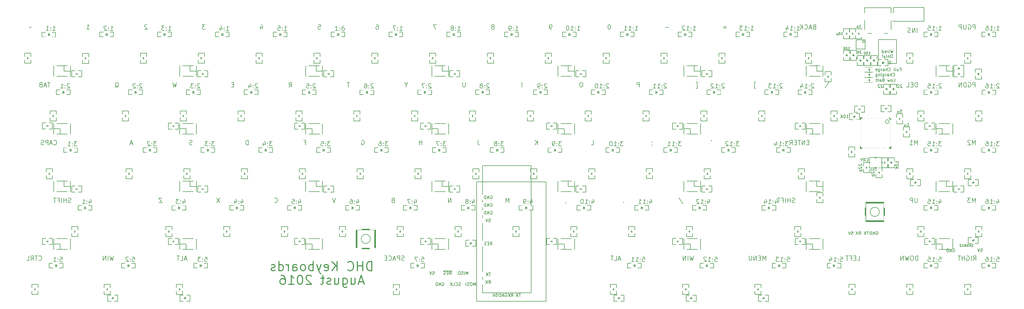
<source format=gbr>
G04 #@! TF.FileFunction,Legend,Bot*
%FSLAX46Y46*%
G04 Gerber Fmt 4.6, Leading zero omitted, Abs format (unit mm)*
G04 Created by KiCad (PCBNEW 4.0.2-stable) date 7/15/2016 4:50:49 PM*
%MOMM*%
G01*
G04 APERTURE LIST*
%ADD10C,0.100000*%
%ADD11C,0.300000*%
%ADD12C,0.150000*%
%ADD13C,0.200000*%
%ADD14C,0.177800*%
%ADD15C,0.152400*%
%ADD16C,0.200660*%
%ADD17C,0.304800*%
%ADD18C,0.203200*%
%ADD19C,0.381000*%
%ADD20R,1.300000X1.350000*%
%ADD21R,1.797000X1.289000*%
%ADD22R,2.000000X2.400000*%
%ADD23R,0.990000X2.600000*%
%ADD24C,1.500000*%
%ADD25R,1.400000X0.690000*%
%ADD26R,1.289000X1.797000*%
%ADD27C,2.686000*%
%ADD28R,1.700000X1.250000*%
%ADD29C,1.924000*%
%ADD30R,1.924000X1.924000*%
%ADD31C,2.279600*%
%ADD32C,2.178000*%
%ADD33R,1.800000X1.600000*%
%ADD34R,1.598880X1.598880*%
%ADD35O,0.806400X2.299920*%
%ADD36O,2.299920X0.806400*%
%ADD37C,2.200000*%
%ADD38R,2.200000X1.900000*%
%ADD39R,1.900000X2.200000*%
%ADD40C,1.800000*%
G04 APERTURE END LIST*
D10*
D11*
X181320000Y-145967143D02*
X181320000Y-142967143D01*
X180605715Y-142967143D01*
X180177143Y-143110000D01*
X179891429Y-143395714D01*
X179748572Y-143681429D01*
X179605715Y-144252857D01*
X179605715Y-144681429D01*
X179748572Y-145252857D01*
X179891429Y-145538571D01*
X180177143Y-145824286D01*
X180605715Y-145967143D01*
X181320000Y-145967143D01*
X178320000Y-145967143D02*
X178320000Y-142967143D01*
X178320000Y-144395714D02*
X176605715Y-144395714D01*
X176605715Y-145967143D02*
X176605715Y-142967143D01*
X173462858Y-145681429D02*
X173605715Y-145824286D01*
X174034286Y-145967143D01*
X174320000Y-145967143D01*
X174748572Y-145824286D01*
X175034286Y-145538571D01*
X175177143Y-145252857D01*
X175320000Y-144681429D01*
X175320000Y-144252857D01*
X175177143Y-143681429D01*
X175034286Y-143395714D01*
X174748572Y-143110000D01*
X174320000Y-142967143D01*
X174034286Y-142967143D01*
X173605715Y-143110000D01*
X173462858Y-143252857D01*
X169891429Y-145967143D02*
X169891429Y-142967143D01*
X168177144Y-145967143D02*
X169462858Y-144252857D01*
X168177144Y-142967143D02*
X169891429Y-144681429D01*
X165748572Y-145824286D02*
X166034286Y-145967143D01*
X166605715Y-145967143D01*
X166891429Y-145824286D01*
X167034286Y-145538571D01*
X167034286Y-144395714D01*
X166891429Y-144110000D01*
X166605715Y-143967143D01*
X166034286Y-143967143D01*
X165748572Y-144110000D01*
X165605715Y-144395714D01*
X165605715Y-144681429D01*
X167034286Y-144967143D01*
X164605715Y-143967143D02*
X163891429Y-145967143D01*
X163177143Y-143967143D02*
X163891429Y-145967143D01*
X164177143Y-146681429D01*
X164320000Y-146824286D01*
X164605715Y-146967143D01*
X162034286Y-145967143D02*
X162034286Y-142967143D01*
X162034286Y-144110000D02*
X161748572Y-143967143D01*
X161177143Y-143967143D01*
X160891429Y-144110000D01*
X160748572Y-144252857D01*
X160605715Y-144538571D01*
X160605715Y-145395714D01*
X160748572Y-145681429D01*
X160891429Y-145824286D01*
X161177143Y-145967143D01*
X161748572Y-145967143D01*
X162034286Y-145824286D01*
X158891429Y-145967143D02*
X159177143Y-145824286D01*
X159320000Y-145681429D01*
X159462857Y-145395714D01*
X159462857Y-144538571D01*
X159320000Y-144252857D01*
X159177143Y-144110000D01*
X158891429Y-143967143D01*
X158462857Y-143967143D01*
X158177143Y-144110000D01*
X158034286Y-144252857D01*
X157891429Y-144538571D01*
X157891429Y-145395714D01*
X158034286Y-145681429D01*
X158177143Y-145824286D01*
X158462857Y-145967143D01*
X158891429Y-145967143D01*
X155320000Y-145967143D02*
X155320000Y-144395714D01*
X155462857Y-144110000D01*
X155748571Y-143967143D01*
X156320000Y-143967143D01*
X156605714Y-144110000D01*
X155320000Y-145824286D02*
X155605714Y-145967143D01*
X156320000Y-145967143D01*
X156605714Y-145824286D01*
X156748571Y-145538571D01*
X156748571Y-145252857D01*
X156605714Y-144967143D01*
X156320000Y-144824286D01*
X155605714Y-144824286D01*
X155320000Y-144681429D01*
X153891428Y-145967143D02*
X153891428Y-143967143D01*
X153891428Y-144538571D02*
X153748571Y-144252857D01*
X153605714Y-144110000D01*
X153320000Y-143967143D01*
X153034285Y-143967143D01*
X150748571Y-145967143D02*
X150748571Y-142967143D01*
X150748571Y-145824286D02*
X151034285Y-145967143D01*
X151605714Y-145967143D01*
X151891428Y-145824286D01*
X152034285Y-145681429D01*
X152177142Y-145395714D01*
X152177142Y-144538571D01*
X152034285Y-144252857D01*
X151891428Y-144110000D01*
X151605714Y-143967143D01*
X151034285Y-143967143D01*
X150748571Y-144110000D01*
X149462856Y-145824286D02*
X149177142Y-145967143D01*
X148605714Y-145967143D01*
X148319999Y-145824286D01*
X148177142Y-145538571D01*
X148177142Y-145395714D01*
X148319999Y-145110000D01*
X148605714Y-144967143D01*
X149034285Y-144967143D01*
X149319999Y-144824286D01*
X149462856Y-144538571D01*
X149462856Y-144395714D01*
X149319999Y-144110000D01*
X149034285Y-143967143D01*
X148605714Y-143967143D01*
X148319999Y-144110000D01*
X178534286Y-149610000D02*
X177105715Y-149610000D01*
X178820001Y-150467143D02*
X177820001Y-147467143D01*
X176820001Y-150467143D01*
X174534286Y-148467143D02*
X174534286Y-150467143D01*
X175820000Y-148467143D02*
X175820000Y-150038571D01*
X175677143Y-150324286D01*
X175391429Y-150467143D01*
X174962857Y-150467143D01*
X174677143Y-150324286D01*
X174534286Y-150181429D01*
X171820000Y-148467143D02*
X171820000Y-150895714D01*
X171962857Y-151181429D01*
X172105714Y-151324286D01*
X172391429Y-151467143D01*
X172820000Y-151467143D01*
X173105714Y-151324286D01*
X171820000Y-150324286D02*
X172105714Y-150467143D01*
X172677143Y-150467143D01*
X172962857Y-150324286D01*
X173105714Y-150181429D01*
X173248571Y-149895714D01*
X173248571Y-149038571D01*
X173105714Y-148752857D01*
X172962857Y-148610000D01*
X172677143Y-148467143D01*
X172105714Y-148467143D01*
X171820000Y-148610000D01*
X169105714Y-148467143D02*
X169105714Y-150467143D01*
X170391428Y-148467143D02*
X170391428Y-150038571D01*
X170248571Y-150324286D01*
X169962857Y-150467143D01*
X169534285Y-150467143D01*
X169248571Y-150324286D01*
X169105714Y-150181429D01*
X167819999Y-150324286D02*
X167534285Y-150467143D01*
X166962857Y-150467143D01*
X166677142Y-150324286D01*
X166534285Y-150038571D01*
X166534285Y-149895714D01*
X166677142Y-149610000D01*
X166962857Y-149467143D01*
X167391428Y-149467143D01*
X167677142Y-149324286D01*
X167819999Y-149038571D01*
X167819999Y-148895714D01*
X167677142Y-148610000D01*
X167391428Y-148467143D01*
X166962857Y-148467143D01*
X166677142Y-148610000D01*
X165677143Y-148467143D02*
X164534286Y-148467143D01*
X165248571Y-147467143D02*
X165248571Y-150038571D01*
X165105714Y-150324286D01*
X164820000Y-150467143D01*
X164534286Y-150467143D01*
X161391428Y-147752857D02*
X161248571Y-147610000D01*
X160962857Y-147467143D01*
X160248571Y-147467143D01*
X159962857Y-147610000D01*
X159820000Y-147752857D01*
X159677143Y-148038571D01*
X159677143Y-148324286D01*
X159820000Y-148752857D01*
X161534286Y-150467143D01*
X159677143Y-150467143D01*
X157820000Y-147467143D02*
X157534285Y-147467143D01*
X157248571Y-147610000D01*
X157105714Y-147752857D01*
X156962857Y-148038571D01*
X156820000Y-148610000D01*
X156820000Y-149324286D01*
X156962857Y-149895714D01*
X157105714Y-150181429D01*
X157248571Y-150324286D01*
X157534285Y-150467143D01*
X157820000Y-150467143D01*
X158105714Y-150324286D01*
X158248571Y-150181429D01*
X158391428Y-149895714D01*
X158534285Y-149324286D01*
X158534285Y-148610000D01*
X158391428Y-148038571D01*
X158248571Y-147752857D01*
X158105714Y-147610000D01*
X157820000Y-147467143D01*
X153962857Y-150467143D02*
X155677142Y-150467143D01*
X154820000Y-150467143D02*
X154820000Y-147467143D01*
X155105714Y-147895714D01*
X155391428Y-148181429D01*
X155677142Y-148324286D01*
X151391428Y-147467143D02*
X151962857Y-147467143D01*
X152248571Y-147610000D01*
X152391428Y-147752857D01*
X152677142Y-148181429D01*
X152819999Y-148752857D01*
X152819999Y-149895714D01*
X152677142Y-150181429D01*
X152534285Y-150324286D01*
X152248571Y-150467143D01*
X151677142Y-150467143D01*
X151391428Y-150324286D01*
X151248571Y-150181429D01*
X151105714Y-149895714D01*
X151105714Y-149181429D01*
X151248571Y-148895714D01*
X151391428Y-148752857D01*
X151677142Y-148610000D01*
X152248571Y-148610000D01*
X152534285Y-148752857D01*
X152677142Y-148895714D01*
X152819999Y-149181429D01*
D12*
X220299047Y-137532381D02*
X220632381Y-137056190D01*
X220870476Y-137532381D02*
X220870476Y-136532381D01*
X220489523Y-136532381D01*
X220394285Y-136580000D01*
X220346666Y-136627619D01*
X220299047Y-136722857D01*
X220299047Y-136865714D01*
X220346666Y-136960952D01*
X220394285Y-137008571D01*
X220489523Y-137056190D01*
X220870476Y-137056190D01*
X219870476Y-137008571D02*
X219537142Y-137008571D01*
X219394285Y-137532381D02*
X219870476Y-137532381D01*
X219870476Y-136532381D01*
X219394285Y-136532381D01*
X219013333Y-137484762D02*
X218870476Y-137532381D01*
X218632380Y-137532381D01*
X218537142Y-137484762D01*
X218489523Y-137437143D01*
X218441904Y-137341905D01*
X218441904Y-137246667D01*
X218489523Y-137151429D01*
X218537142Y-137103810D01*
X218632380Y-137056190D01*
X218822857Y-137008571D01*
X218918095Y-136960952D01*
X218965714Y-136913333D01*
X219013333Y-136818095D01*
X219013333Y-136722857D01*
X218965714Y-136627619D01*
X218918095Y-136580000D01*
X218822857Y-136532381D01*
X218584761Y-136532381D01*
X218441904Y-136580000D01*
X379312381Y-138013810D02*
X379198095Y-138051905D01*
X379007619Y-138051905D01*
X378931429Y-138013810D01*
X378893333Y-137975714D01*
X378855238Y-137899524D01*
X378855238Y-137823333D01*
X378893333Y-137747143D01*
X378931429Y-137709048D01*
X379007619Y-137670952D01*
X379160000Y-137632857D01*
X379236191Y-137594762D01*
X379274286Y-137556667D01*
X379312381Y-137480476D01*
X379312381Y-137404286D01*
X379274286Y-137328095D01*
X379236191Y-137290000D01*
X379160000Y-137251905D01*
X378969524Y-137251905D01*
X378855238Y-137290000D01*
X378512381Y-138051905D02*
X378512381Y-137251905D01*
X378055238Y-138051905D02*
X378398095Y-137594762D01*
X378055238Y-137251905D02*
X378512381Y-137709048D01*
X377369524Y-137251905D02*
X377521905Y-137251905D01*
X377598095Y-137290000D01*
X377636190Y-137328095D01*
X377712381Y-137442381D01*
X377750476Y-137594762D01*
X377750476Y-137899524D01*
X377712381Y-137975714D01*
X377674286Y-138013810D01*
X377598095Y-138051905D01*
X377445714Y-138051905D01*
X377369524Y-138013810D01*
X377331428Y-137975714D01*
X377293333Y-137899524D01*
X377293333Y-137709048D01*
X377331428Y-137632857D01*
X377369524Y-137594762D01*
X377445714Y-137556667D01*
X377598095Y-137556667D01*
X377674286Y-137594762D01*
X377712381Y-137632857D01*
X377750476Y-137709048D01*
X376836190Y-137594762D02*
X376912381Y-137556667D01*
X376950476Y-137518571D01*
X376988571Y-137442381D01*
X376988571Y-137404286D01*
X376950476Y-137328095D01*
X376912381Y-137290000D01*
X376836190Y-137251905D01*
X376683809Y-137251905D01*
X376607619Y-137290000D01*
X376569523Y-137328095D01*
X376531428Y-137404286D01*
X376531428Y-137442381D01*
X376569523Y-137518571D01*
X376607619Y-137556667D01*
X376683809Y-137594762D01*
X376836190Y-137594762D01*
X376912381Y-137632857D01*
X376950476Y-137670952D01*
X376988571Y-137747143D01*
X376988571Y-137899524D01*
X376950476Y-137975714D01*
X376912381Y-138013810D01*
X376836190Y-138051905D01*
X376683809Y-138051905D01*
X376607619Y-138013810D01*
X376569523Y-137975714D01*
X376531428Y-137899524D01*
X376531428Y-137747143D01*
X376569523Y-137670952D01*
X376607619Y-137632857D01*
X376683809Y-137594762D01*
X375769523Y-138051905D02*
X376226666Y-138051905D01*
X375998095Y-138051905D02*
X375998095Y-137251905D01*
X376074285Y-137366190D01*
X376150476Y-137442381D01*
X376226666Y-137480476D01*
X375464761Y-137328095D02*
X375426666Y-137290000D01*
X375350475Y-137251905D01*
X375159999Y-137251905D01*
X375083809Y-137290000D01*
X375045713Y-137328095D01*
X375007618Y-137404286D01*
X375007618Y-137480476D01*
X375045713Y-137594762D01*
X375502856Y-138051905D01*
X375007618Y-138051905D01*
X372731904Y-138810000D02*
X372827142Y-138762381D01*
X372969999Y-138762381D01*
X373112857Y-138810000D01*
X373208095Y-138905238D01*
X373255714Y-139000476D01*
X373303333Y-139190952D01*
X373303333Y-139333810D01*
X373255714Y-139524286D01*
X373208095Y-139619524D01*
X373112857Y-139714762D01*
X372969999Y-139762381D01*
X372874761Y-139762381D01*
X372731904Y-139714762D01*
X372684285Y-139667143D01*
X372684285Y-139333810D01*
X372874761Y-139333810D01*
X372255714Y-139762381D02*
X372255714Y-138762381D01*
X371684285Y-139762381D01*
X371684285Y-138762381D01*
X371208095Y-139762381D02*
X371208095Y-138762381D01*
X370970000Y-138762381D01*
X370827142Y-138810000D01*
X370731904Y-138905238D01*
X370684285Y-139000476D01*
X370636666Y-139190952D01*
X370636666Y-139333810D01*
X370684285Y-139524286D01*
X370731904Y-139619524D01*
X370827142Y-139714762D01*
X370970000Y-139762381D01*
X371208095Y-139762381D01*
X381890476Y-138712381D02*
X382366667Y-138712381D01*
X382414286Y-139188571D01*
X382366667Y-139140952D01*
X382271429Y-139093333D01*
X382033333Y-139093333D01*
X381938095Y-139140952D01*
X381890476Y-139188571D01*
X381842857Y-139283810D01*
X381842857Y-139521905D01*
X381890476Y-139617143D01*
X381938095Y-139664762D01*
X382033333Y-139712381D01*
X382271429Y-139712381D01*
X382366667Y-139664762D01*
X382414286Y-139617143D01*
X381557143Y-138712381D02*
X381223810Y-139712381D01*
X380890476Y-138712381D01*
X219836666Y-150182381D02*
X220170000Y-149706190D01*
X220408095Y-150182381D02*
X220408095Y-149182381D01*
X220027142Y-149182381D01*
X219931904Y-149230000D01*
X219884285Y-149277619D01*
X219836666Y-149372857D01*
X219836666Y-149515714D01*
X219884285Y-149610952D01*
X219931904Y-149658571D01*
X220027142Y-149706190D01*
X220408095Y-149706190D01*
X219503333Y-149182381D02*
X218836666Y-150182381D01*
X218836666Y-149182381D02*
X219503333Y-150182381D01*
X220431905Y-146642381D02*
X219860476Y-146642381D01*
X220146191Y-147642381D02*
X220146191Y-146642381D01*
X219622381Y-146642381D02*
X218955714Y-147642381D01*
X218955714Y-146642381D02*
X219622381Y-147642381D01*
X219860476Y-128882381D02*
X220336667Y-128882381D01*
X220384286Y-129358571D01*
X220336667Y-129310952D01*
X220241429Y-129263333D01*
X220003333Y-129263333D01*
X219908095Y-129310952D01*
X219860476Y-129358571D01*
X219812857Y-129453810D01*
X219812857Y-129691905D01*
X219860476Y-129787143D01*
X219908095Y-129834762D01*
X220003333Y-129882381D01*
X220241429Y-129882381D01*
X220336667Y-129834762D01*
X220384286Y-129787143D01*
X219527143Y-128882381D02*
X219193810Y-129882381D01*
X218860476Y-128882381D01*
X220431904Y-126380000D02*
X220527142Y-126332381D01*
X220669999Y-126332381D01*
X220812857Y-126380000D01*
X220908095Y-126475238D01*
X220955714Y-126570476D01*
X221003333Y-126760952D01*
X221003333Y-126903810D01*
X220955714Y-127094286D01*
X220908095Y-127189524D01*
X220812857Y-127284762D01*
X220669999Y-127332381D01*
X220574761Y-127332381D01*
X220431904Y-127284762D01*
X220384285Y-127237143D01*
X220384285Y-126903810D01*
X220574761Y-126903810D01*
X219955714Y-127332381D02*
X219955714Y-126332381D01*
X219384285Y-127332381D01*
X219384285Y-126332381D01*
X218908095Y-127332381D02*
X218908095Y-126332381D01*
X218670000Y-126332381D01*
X218527142Y-126380000D01*
X218431904Y-126475238D01*
X218384285Y-126570476D01*
X218336666Y-126760952D01*
X218336666Y-126903810D01*
X218384285Y-127094286D01*
X218431904Y-127189524D01*
X218527142Y-127284762D01*
X218670000Y-127332381D01*
X218908095Y-127332381D01*
X220431904Y-123850000D02*
X220527142Y-123802381D01*
X220669999Y-123802381D01*
X220812857Y-123850000D01*
X220908095Y-123945238D01*
X220955714Y-124040476D01*
X221003333Y-124230952D01*
X221003333Y-124373810D01*
X220955714Y-124564286D01*
X220908095Y-124659524D01*
X220812857Y-124754762D01*
X220669999Y-124802381D01*
X220574761Y-124802381D01*
X220431904Y-124754762D01*
X220384285Y-124707143D01*
X220384285Y-124373810D01*
X220574761Y-124373810D01*
X219955714Y-124802381D02*
X219955714Y-123802381D01*
X219384285Y-124802381D01*
X219384285Y-123802381D01*
X218908095Y-124802381D02*
X218908095Y-123802381D01*
X218670000Y-123802381D01*
X218527142Y-123850000D01*
X218431904Y-123945238D01*
X218384285Y-124040476D01*
X218336666Y-124230952D01*
X218336666Y-124373810D01*
X218384285Y-124564286D01*
X218431904Y-124659524D01*
X218527142Y-124754762D01*
X218670000Y-124802381D01*
X218908095Y-124802381D01*
X220431904Y-121300000D02*
X220527142Y-121252381D01*
X220669999Y-121252381D01*
X220812857Y-121300000D01*
X220908095Y-121395238D01*
X220955714Y-121490476D01*
X221003333Y-121680952D01*
X221003333Y-121823810D01*
X220955714Y-122014286D01*
X220908095Y-122109524D01*
X220812857Y-122204762D01*
X220669999Y-122252381D01*
X220574761Y-122252381D01*
X220431904Y-122204762D01*
X220384285Y-122157143D01*
X220384285Y-121823810D01*
X220574761Y-121823810D01*
X219955714Y-122252381D02*
X219955714Y-121252381D01*
X219384285Y-122252381D01*
X219384285Y-121252381D01*
X218908095Y-122252381D02*
X218908095Y-121252381D01*
X218670000Y-121252381D01*
X218527142Y-121300000D01*
X218431904Y-121395238D01*
X218384285Y-121490476D01*
X218336666Y-121680952D01*
X218336666Y-121823810D01*
X218384285Y-122014286D01*
X218431904Y-122109524D01*
X218527142Y-122204762D01*
X218670000Y-122252381D01*
X218908095Y-122252381D01*
X225251904Y-153580000D02*
X225347142Y-153532381D01*
X225489999Y-153532381D01*
X225632857Y-153580000D01*
X225728095Y-153675238D01*
X225775714Y-153770476D01*
X225823333Y-153960952D01*
X225823333Y-154103810D01*
X225775714Y-154294286D01*
X225728095Y-154389524D01*
X225632857Y-154484762D01*
X225489999Y-154532381D01*
X225394761Y-154532381D01*
X225251904Y-154484762D01*
X225204285Y-154437143D01*
X225204285Y-154103810D01*
X225394761Y-154103810D01*
X224775714Y-154532381D02*
X224775714Y-153532381D01*
X224204285Y-154532381D01*
X224204285Y-153532381D01*
X223728095Y-154532381D02*
X223728095Y-153532381D01*
X223490000Y-153532381D01*
X223347142Y-153580000D01*
X223251904Y-153675238D01*
X223204285Y-153770476D01*
X223156666Y-153960952D01*
X223156666Y-154103810D01*
X223204285Y-154294286D01*
X223251904Y-154389524D01*
X223347142Y-154484762D01*
X223490000Y-154532381D01*
X223728095Y-154532381D01*
X227236666Y-154532381D02*
X227570000Y-154056190D01*
X227808095Y-154532381D02*
X227808095Y-153532381D01*
X227427142Y-153532381D01*
X227331904Y-153580000D01*
X227284285Y-153627619D01*
X227236666Y-153722857D01*
X227236666Y-153865714D01*
X227284285Y-153960952D01*
X227331904Y-154008571D01*
X227427142Y-154056190D01*
X227808095Y-154056190D01*
X226903333Y-153532381D02*
X226236666Y-154532381D01*
X226236666Y-153532381D02*
X226903333Y-154532381D01*
X230331905Y-153532381D02*
X229760476Y-153532381D01*
X230046191Y-154532381D02*
X230046191Y-153532381D01*
X229522381Y-153532381D02*
X228855714Y-154532381D01*
X228855714Y-153532381D02*
X229522381Y-154532381D01*
X215481428Y-150902381D02*
X215481428Y-149902381D01*
X215148094Y-150616667D01*
X214814761Y-149902381D01*
X214814761Y-150902381D01*
X214148095Y-149902381D02*
X213957618Y-149902381D01*
X213862380Y-149950000D01*
X213767142Y-150045238D01*
X213719523Y-150235714D01*
X213719523Y-150569048D01*
X213767142Y-150759524D01*
X213862380Y-150854762D01*
X213957618Y-150902381D01*
X214148095Y-150902381D01*
X214243333Y-150854762D01*
X214338571Y-150759524D01*
X214386190Y-150569048D01*
X214386190Y-150235714D01*
X214338571Y-150045238D01*
X214243333Y-149950000D01*
X214148095Y-149902381D01*
X213338571Y-150854762D02*
X213195714Y-150902381D01*
X212957618Y-150902381D01*
X212862380Y-150854762D01*
X212814761Y-150807143D01*
X212767142Y-150711905D01*
X212767142Y-150616667D01*
X212814761Y-150521429D01*
X212862380Y-150473810D01*
X212957618Y-150426190D01*
X213148095Y-150378571D01*
X213243333Y-150330952D01*
X213290952Y-150283333D01*
X213338571Y-150188095D01*
X213338571Y-150092857D01*
X213290952Y-149997619D01*
X213243333Y-149950000D01*
X213148095Y-149902381D01*
X212909999Y-149902381D01*
X212767142Y-149950000D01*
X212338571Y-150902381D02*
X212338571Y-149902381D01*
X210520476Y-150854762D02*
X210377619Y-150902381D01*
X210139523Y-150902381D01*
X210044285Y-150854762D01*
X209996666Y-150807143D01*
X209949047Y-150711905D01*
X209949047Y-150616667D01*
X209996666Y-150521429D01*
X210044285Y-150473810D01*
X210139523Y-150426190D01*
X210330000Y-150378571D01*
X210425238Y-150330952D01*
X210472857Y-150283333D01*
X210520476Y-150188095D01*
X210520476Y-150092857D01*
X210472857Y-149997619D01*
X210425238Y-149950000D01*
X210330000Y-149902381D01*
X210091904Y-149902381D01*
X209949047Y-149950000D01*
X208949047Y-150807143D02*
X208996666Y-150854762D01*
X209139523Y-150902381D01*
X209234761Y-150902381D01*
X209377619Y-150854762D01*
X209472857Y-150759524D01*
X209520476Y-150664286D01*
X209568095Y-150473810D01*
X209568095Y-150330952D01*
X209520476Y-150140476D01*
X209472857Y-150045238D01*
X209377619Y-149950000D01*
X209234761Y-149902381D01*
X209139523Y-149902381D01*
X208996666Y-149950000D01*
X208949047Y-149997619D01*
X208044285Y-150902381D02*
X208520476Y-150902381D01*
X208520476Y-149902381D01*
X207710952Y-150902381D02*
X207710952Y-149902381D01*
X207139523Y-150902381D02*
X207568095Y-150330952D01*
X207139523Y-149902381D02*
X207710952Y-150473810D01*
X212941428Y-147242381D02*
X212941428Y-146242381D01*
X212608094Y-146956667D01*
X212274761Y-146242381D01*
X212274761Y-147242381D01*
X211798571Y-147242381D02*
X211798571Y-146242381D01*
X211370000Y-147194762D02*
X211227143Y-147242381D01*
X210989047Y-147242381D01*
X210893809Y-147194762D01*
X210846190Y-147147143D01*
X210798571Y-147051905D01*
X210798571Y-146956667D01*
X210846190Y-146861429D01*
X210893809Y-146813810D01*
X210989047Y-146766190D01*
X211179524Y-146718571D01*
X211274762Y-146670952D01*
X211322381Y-146623333D01*
X211370000Y-146528095D01*
X211370000Y-146432857D01*
X211322381Y-146337619D01*
X211274762Y-146290000D01*
X211179524Y-146242381D01*
X210941428Y-146242381D01*
X210798571Y-146290000D01*
X210179524Y-146242381D02*
X209989047Y-146242381D01*
X209893809Y-146290000D01*
X209798571Y-146385238D01*
X209750952Y-146575714D01*
X209750952Y-146909048D01*
X209798571Y-147099524D01*
X209893809Y-147194762D01*
X209989047Y-147242381D01*
X210179524Y-147242381D01*
X210274762Y-147194762D01*
X210370000Y-147099524D01*
X210417619Y-146909048D01*
X210417619Y-146575714D01*
X210370000Y-146385238D01*
X210274762Y-146290000D01*
X210179524Y-146242381D01*
X206909047Y-147242381D02*
X207242381Y-146766190D01*
X207480476Y-147242381D02*
X207480476Y-146242381D01*
X207099523Y-146242381D01*
X207004285Y-146290000D01*
X206956666Y-146337619D01*
X206909047Y-146432857D01*
X206909047Y-146575714D01*
X206956666Y-146670952D01*
X207004285Y-146718571D01*
X207099523Y-146766190D01*
X207480476Y-146766190D01*
X206480476Y-146718571D02*
X206147142Y-146718571D01*
X206004285Y-147242381D02*
X206480476Y-147242381D01*
X206480476Y-146242381D01*
X206004285Y-146242381D01*
X205623333Y-147194762D02*
X205480476Y-147242381D01*
X205242380Y-147242381D01*
X205147142Y-147194762D01*
X205099523Y-147147143D01*
X205051904Y-147051905D01*
X205051904Y-146956667D01*
X205099523Y-146861429D01*
X205147142Y-146813810D01*
X205242380Y-146766190D01*
X205432857Y-146718571D01*
X205528095Y-146670952D01*
X205575714Y-146623333D01*
X205623333Y-146528095D01*
X205623333Y-146432857D01*
X205575714Y-146337619D01*
X205528095Y-146290000D01*
X205432857Y-146242381D01*
X205194761Y-146242381D01*
X205051904Y-146290000D01*
X207718571Y-146070000D02*
X204861428Y-146070000D01*
X204511904Y-149950000D02*
X204607142Y-149902381D01*
X204749999Y-149902381D01*
X204892857Y-149950000D01*
X204988095Y-150045238D01*
X205035714Y-150140476D01*
X205083333Y-150330952D01*
X205083333Y-150473810D01*
X205035714Y-150664286D01*
X204988095Y-150759524D01*
X204892857Y-150854762D01*
X204749999Y-150902381D01*
X204654761Y-150902381D01*
X204511904Y-150854762D01*
X204464285Y-150807143D01*
X204464285Y-150473810D01*
X204654761Y-150473810D01*
X204035714Y-150902381D02*
X204035714Y-149902381D01*
X203464285Y-150902381D01*
X203464285Y-149902381D01*
X202988095Y-150902381D02*
X202988095Y-149902381D01*
X202750000Y-149902381D01*
X202607142Y-149950000D01*
X202511904Y-150045238D01*
X202464285Y-150140476D01*
X202416666Y-150330952D01*
X202416666Y-150473810D01*
X202464285Y-150664286D01*
X202511904Y-150759524D01*
X202607142Y-150854762D01*
X202750000Y-150902381D01*
X202988095Y-150902381D01*
X222160476Y-153542381D02*
X222636667Y-153542381D01*
X222684286Y-154018571D01*
X222636667Y-153970952D01*
X222541429Y-153923333D01*
X222303333Y-153923333D01*
X222208095Y-153970952D01*
X222160476Y-154018571D01*
X222112857Y-154113810D01*
X222112857Y-154351905D01*
X222160476Y-154447143D01*
X222208095Y-154494762D01*
X222303333Y-154542381D01*
X222541429Y-154542381D01*
X222636667Y-154494762D01*
X222684286Y-154447143D01*
X221827143Y-153542381D02*
X221493810Y-154542381D01*
X221160476Y-153542381D01*
X201400476Y-146242381D02*
X201876667Y-146242381D01*
X201924286Y-146718571D01*
X201876667Y-146670952D01*
X201781429Y-146623333D01*
X201543333Y-146623333D01*
X201448095Y-146670952D01*
X201400476Y-146718571D01*
X201352857Y-146813810D01*
X201352857Y-147051905D01*
X201400476Y-147147143D01*
X201448095Y-147194762D01*
X201543333Y-147242381D01*
X201781429Y-147242381D01*
X201876667Y-147194762D01*
X201924286Y-147147143D01*
X201067143Y-146242381D02*
X200733810Y-147242381D01*
X200400476Y-146242381D01*
X339250476Y-133072381D02*
X339726667Y-133072381D01*
X339774286Y-133548571D01*
X339726667Y-133500952D01*
X339631429Y-133453333D01*
X339393333Y-133453333D01*
X339298095Y-133500952D01*
X339250476Y-133548571D01*
X339202857Y-133643810D01*
X339202857Y-133881905D01*
X339250476Y-133977143D01*
X339298095Y-134024762D01*
X339393333Y-134072381D01*
X339631429Y-134072381D01*
X339726667Y-134024762D01*
X339774286Y-133977143D01*
X338917143Y-133072381D02*
X338583810Y-134072381D01*
X338250476Y-133072381D01*
X347441904Y-133120000D02*
X347537142Y-133072381D01*
X347679999Y-133072381D01*
X347822857Y-133120000D01*
X347918095Y-133215238D01*
X347965714Y-133310476D01*
X348013333Y-133500952D01*
X348013333Y-133643810D01*
X347965714Y-133834286D01*
X347918095Y-133929524D01*
X347822857Y-134024762D01*
X347679999Y-134072381D01*
X347584761Y-134072381D01*
X347441904Y-134024762D01*
X347394285Y-133977143D01*
X347394285Y-133643810D01*
X347584761Y-133643810D01*
X346965714Y-134072381D02*
X346965714Y-133072381D01*
X346394285Y-134072381D01*
X346394285Y-133072381D01*
X345918095Y-134072381D02*
X345918095Y-133072381D01*
X345680000Y-133072381D01*
X345537142Y-133120000D01*
X345441904Y-133215238D01*
X345394285Y-133310476D01*
X345346666Y-133500952D01*
X345346666Y-133643810D01*
X345394285Y-133834286D01*
X345441904Y-133929524D01*
X345537142Y-134024762D01*
X345680000Y-134072381D01*
X345918095Y-134072381D01*
X344891905Y-133072381D02*
X344320476Y-133072381D01*
X344606191Y-134072381D02*
X344606191Y-133072381D01*
X344082381Y-133072381D02*
X343415714Y-134072381D01*
X343415714Y-133072381D02*
X344082381Y-134072381D01*
X341766666Y-134072381D02*
X342100000Y-133596190D01*
X342338095Y-134072381D02*
X342338095Y-133072381D01*
X341957142Y-133072381D01*
X341861904Y-133120000D01*
X341814285Y-133167619D01*
X341766666Y-133262857D01*
X341766666Y-133405714D01*
X341814285Y-133500952D01*
X341861904Y-133548571D01*
X341957142Y-133596190D01*
X342338095Y-133596190D01*
X341433333Y-133072381D02*
X340766666Y-134072381D01*
X340766666Y-133072381D02*
X341433333Y-134072381D01*
X352037619Y-76812381D02*
X351942380Y-76812381D01*
X351847142Y-76860000D01*
X351799523Y-76907619D01*
X351751904Y-77002857D01*
X351704285Y-77193333D01*
X351704285Y-77431429D01*
X351751904Y-77621905D01*
X351799523Y-77717143D01*
X351847142Y-77764762D01*
X351942380Y-77812381D01*
X352037619Y-77812381D01*
X352132857Y-77764762D01*
X352180476Y-77717143D01*
X352228095Y-77621905D01*
X352275714Y-77431429D01*
X352275714Y-77193333D01*
X352228095Y-77002857D01*
X352180476Y-76907619D01*
X352132857Y-76860000D01*
X352037619Y-76812381D01*
X352997143Y-73197381D02*
X352759048Y-74197381D01*
X352568571Y-73483095D01*
X352378095Y-74197381D01*
X352140000Y-73197381D01*
X351759048Y-74197381D02*
X351759048Y-73530714D01*
X351759048Y-73197381D02*
X351806667Y-73245000D01*
X351759048Y-73292619D01*
X351711429Y-73245000D01*
X351759048Y-73197381D01*
X351759048Y-73292619D01*
X351282858Y-74197381D02*
X351282858Y-73530714D01*
X351282858Y-73721190D02*
X351235239Y-73625952D01*
X351187620Y-73578333D01*
X351092382Y-73530714D01*
X350997143Y-73530714D01*
X350282857Y-74149762D02*
X350378095Y-74197381D01*
X350568572Y-74197381D01*
X350663810Y-74149762D01*
X350711429Y-74054524D01*
X350711429Y-73673571D01*
X350663810Y-73578333D01*
X350568572Y-73530714D01*
X350378095Y-73530714D01*
X350282857Y-73578333D01*
X350235238Y-73673571D01*
X350235238Y-73768810D01*
X350711429Y-73864048D01*
X349378095Y-74197381D02*
X349378095Y-73197381D01*
X349378095Y-74149762D02*
X349473333Y-74197381D01*
X349663810Y-74197381D01*
X349759048Y-74149762D01*
X349806667Y-74102143D01*
X349854286Y-74006905D01*
X349854286Y-73721190D01*
X349806667Y-73625952D01*
X349759048Y-73578333D01*
X349663810Y-73530714D01*
X349473333Y-73530714D01*
X349378095Y-73578333D01*
X352568572Y-74747381D02*
X352378095Y-74747381D01*
X352282857Y-74795000D01*
X352187619Y-74890238D01*
X352140000Y-75080714D01*
X352140000Y-75414048D01*
X352187619Y-75604524D01*
X352282857Y-75699762D01*
X352378095Y-75747381D01*
X352568572Y-75747381D01*
X352663810Y-75699762D01*
X352759048Y-75604524D01*
X352806667Y-75414048D01*
X352806667Y-75080714D01*
X352759048Y-74890238D01*
X352663810Y-74795000D01*
X352568572Y-74747381D01*
X351711429Y-75080714D02*
X351711429Y-75747381D01*
X351711429Y-75175952D02*
X351663810Y-75128333D01*
X351568572Y-75080714D01*
X351425714Y-75080714D01*
X351330476Y-75128333D01*
X351282857Y-75223571D01*
X351282857Y-75747381D01*
X350663810Y-75747381D02*
X350759048Y-75699762D01*
X350806667Y-75604524D01*
X350806667Y-74747381D01*
X350378095Y-75080714D02*
X350140000Y-75747381D01*
X349901904Y-75080714D02*
X350140000Y-75747381D01*
X350235238Y-75985476D01*
X350282857Y-76033095D01*
X350378095Y-76080714D01*
X349520952Y-75652143D02*
X349473333Y-75699762D01*
X349520952Y-75747381D01*
X349568571Y-75699762D01*
X349520952Y-75652143D01*
X349520952Y-75747381D01*
X349520952Y-75366429D02*
X349568571Y-74795000D01*
X349520952Y-74747381D01*
X349473333Y-74795000D01*
X349520952Y-75366429D01*
X349520952Y-74747381D01*
X353091429Y-83612381D02*
X353567620Y-83612381D01*
X353567620Y-82612381D01*
X352615239Y-83612381D02*
X352710477Y-83564762D01*
X352758096Y-83517143D01*
X352805715Y-83421905D01*
X352805715Y-83136190D01*
X352758096Y-83040952D01*
X352710477Y-82993333D01*
X352615239Y-82945714D01*
X352472381Y-82945714D01*
X352377143Y-82993333D01*
X352329524Y-83040952D01*
X352281905Y-83136190D01*
X352281905Y-83421905D01*
X352329524Y-83517143D01*
X352377143Y-83564762D01*
X352472381Y-83612381D01*
X352615239Y-83612381D01*
X351948572Y-82945714D02*
X351758096Y-83612381D01*
X351567619Y-83136190D01*
X351377143Y-83612381D01*
X351186667Y-82945714D01*
X349710476Y-83088571D02*
X349567619Y-83136190D01*
X349520000Y-83183810D01*
X349472381Y-83279048D01*
X349472381Y-83421905D01*
X349520000Y-83517143D01*
X349567619Y-83564762D01*
X349662857Y-83612381D01*
X350043810Y-83612381D01*
X350043810Y-82612381D01*
X349710476Y-82612381D01*
X349615238Y-82660000D01*
X349567619Y-82707619D01*
X349520000Y-82802857D01*
X349520000Y-82898095D01*
X349567619Y-82993333D01*
X349615238Y-83040952D01*
X349710476Y-83088571D01*
X350043810Y-83088571D01*
X348615238Y-83612381D02*
X348615238Y-83088571D01*
X348662857Y-82993333D01*
X348758095Y-82945714D01*
X348948572Y-82945714D01*
X349043810Y-82993333D01*
X348615238Y-83564762D02*
X348710476Y-83612381D01*
X348948572Y-83612381D01*
X349043810Y-83564762D01*
X349091429Y-83469524D01*
X349091429Y-83374286D01*
X349043810Y-83279048D01*
X348948572Y-83231429D01*
X348710476Y-83231429D01*
X348615238Y-83183810D01*
X348281905Y-82945714D02*
X347900953Y-82945714D01*
X348139048Y-82612381D02*
X348139048Y-83469524D01*
X348091429Y-83564762D01*
X347996191Y-83612381D01*
X347900953Y-83612381D01*
X347710476Y-82945714D02*
X347329524Y-82945714D01*
X347567619Y-82612381D02*
X347567619Y-83469524D01*
X347520000Y-83564762D01*
X347424762Y-83612381D01*
X347329524Y-83612381D01*
X352910000Y-81727143D02*
X352957619Y-81774762D01*
X353100476Y-81822381D01*
X353195714Y-81822381D01*
X353338572Y-81774762D01*
X353433810Y-81679524D01*
X353481429Y-81584286D01*
X353529048Y-81393810D01*
X353529048Y-81250952D01*
X353481429Y-81060476D01*
X353433810Y-80965238D01*
X353338572Y-80870000D01*
X353195714Y-80822381D01*
X353100476Y-80822381D01*
X352957619Y-80870000D01*
X352910000Y-80917619D01*
X352481429Y-81822381D02*
X352481429Y-80822381D01*
X352052857Y-81822381D02*
X352052857Y-81298571D01*
X352100476Y-81203333D01*
X352195714Y-81155714D01*
X352338572Y-81155714D01*
X352433810Y-81203333D01*
X352481429Y-81250952D01*
X351148095Y-81822381D02*
X351148095Y-81298571D01*
X351195714Y-81203333D01*
X351290952Y-81155714D01*
X351481429Y-81155714D01*
X351576667Y-81203333D01*
X351148095Y-81774762D02*
X351243333Y-81822381D01*
X351481429Y-81822381D01*
X351576667Y-81774762D01*
X351624286Y-81679524D01*
X351624286Y-81584286D01*
X351576667Y-81489048D01*
X351481429Y-81441429D01*
X351243333Y-81441429D01*
X351148095Y-81393810D01*
X350671905Y-81822381D02*
X350671905Y-81155714D01*
X350671905Y-81346190D02*
X350624286Y-81250952D01*
X350576667Y-81203333D01*
X350481429Y-81155714D01*
X350386190Y-81155714D01*
X349624285Y-81155714D02*
X349624285Y-81965238D01*
X349671904Y-82060476D01*
X349719523Y-82108095D01*
X349814762Y-82155714D01*
X349957619Y-82155714D01*
X350052857Y-82108095D01*
X349624285Y-81774762D02*
X349719523Y-81822381D01*
X349910000Y-81822381D01*
X350005238Y-81774762D01*
X350052857Y-81727143D01*
X350100476Y-81631905D01*
X350100476Y-81346190D01*
X350052857Y-81250952D01*
X350005238Y-81203333D01*
X349910000Y-81155714D01*
X349719523Y-81155714D01*
X349624285Y-81203333D01*
X349148095Y-81822381D02*
X349148095Y-81155714D01*
X349148095Y-80822381D02*
X349195714Y-80870000D01*
X349148095Y-80917619D01*
X349100476Y-80870000D01*
X349148095Y-80822381D01*
X349148095Y-80917619D01*
X348671905Y-81155714D02*
X348671905Y-81822381D01*
X348671905Y-81250952D02*
X348624286Y-81203333D01*
X348529048Y-81155714D01*
X348386190Y-81155714D01*
X348290952Y-81203333D01*
X348243333Y-81298571D01*
X348243333Y-81822381D01*
X347338571Y-81155714D02*
X347338571Y-81965238D01*
X347386190Y-82060476D01*
X347433809Y-82108095D01*
X347529048Y-82155714D01*
X347671905Y-82155714D01*
X347767143Y-82108095D01*
X347338571Y-81774762D02*
X347433809Y-81822381D01*
X347624286Y-81822381D01*
X347719524Y-81774762D01*
X347767143Y-81727143D01*
X347814762Y-81631905D01*
X347814762Y-81346190D01*
X347767143Y-81250952D01*
X347719524Y-81203333D01*
X347624286Y-81155714D01*
X347433809Y-81155714D01*
X347338571Y-81203333D01*
X355289524Y-79598571D02*
X355622858Y-79598571D01*
X355622858Y-80122381D02*
X355622858Y-79122381D01*
X355146667Y-79122381D01*
X354337143Y-79455714D02*
X354337143Y-80122381D01*
X354765715Y-79455714D02*
X354765715Y-79979524D01*
X354718096Y-80074762D01*
X354622858Y-80122381D01*
X354480000Y-80122381D01*
X354384762Y-80074762D01*
X354337143Y-80027143D01*
X353718096Y-80122381D02*
X353813334Y-80074762D01*
X353860953Y-79979524D01*
X353860953Y-79122381D01*
X353194286Y-80122381D02*
X353289524Y-80074762D01*
X353337143Y-79979524D01*
X353337143Y-79122381D01*
X351479999Y-80027143D02*
X351527618Y-80074762D01*
X351670475Y-80122381D01*
X351765713Y-80122381D01*
X351908571Y-80074762D01*
X352003809Y-79979524D01*
X352051428Y-79884286D01*
X352099047Y-79693810D01*
X352099047Y-79550952D01*
X352051428Y-79360476D01*
X352003809Y-79265238D01*
X351908571Y-79170000D01*
X351765713Y-79122381D01*
X351670475Y-79122381D01*
X351527618Y-79170000D01*
X351479999Y-79217619D01*
X351051428Y-80122381D02*
X351051428Y-79122381D01*
X350622856Y-80122381D02*
X350622856Y-79598571D01*
X350670475Y-79503333D01*
X350765713Y-79455714D01*
X350908571Y-79455714D01*
X351003809Y-79503333D01*
X351051428Y-79550952D01*
X349718094Y-80122381D02*
X349718094Y-79598571D01*
X349765713Y-79503333D01*
X349860951Y-79455714D01*
X350051428Y-79455714D01*
X350146666Y-79503333D01*
X349718094Y-80074762D02*
X349813332Y-80122381D01*
X350051428Y-80122381D01*
X350146666Y-80074762D01*
X350194285Y-79979524D01*
X350194285Y-79884286D01*
X350146666Y-79789048D01*
X350051428Y-79741429D01*
X349813332Y-79741429D01*
X349718094Y-79693810D01*
X349241904Y-80122381D02*
X349241904Y-79455714D01*
X349241904Y-79646190D02*
X349194285Y-79550952D01*
X349146666Y-79503333D01*
X349051428Y-79455714D01*
X348956189Y-79455714D01*
X348194284Y-79455714D02*
X348194284Y-80265238D01*
X348241903Y-80360476D01*
X348289522Y-80408095D01*
X348384761Y-80455714D01*
X348527618Y-80455714D01*
X348622856Y-80408095D01*
X348194284Y-80074762D02*
X348289522Y-80122381D01*
X348479999Y-80122381D01*
X348575237Y-80074762D01*
X348622856Y-80027143D01*
X348670475Y-79931905D01*
X348670475Y-79646190D01*
X348622856Y-79550952D01*
X348575237Y-79503333D01*
X348479999Y-79455714D01*
X348289522Y-79455714D01*
X348194284Y-79503333D01*
X347337141Y-80074762D02*
X347432379Y-80122381D01*
X347622856Y-80122381D01*
X347718094Y-80074762D01*
X347765713Y-79979524D01*
X347765713Y-79598571D01*
X347718094Y-79503333D01*
X347622856Y-79455714D01*
X347432379Y-79455714D01*
X347337141Y-79503333D01*
X347289522Y-79598571D01*
X347289522Y-79693810D01*
X347765713Y-79789048D01*
X341870476Y-65721905D02*
X342327619Y-65721905D01*
X342099048Y-65721905D02*
X342099048Y-64921905D01*
X342175238Y-65036190D01*
X342251429Y-65112381D01*
X342327619Y-65150476D01*
X341527619Y-65188571D02*
X341527619Y-65988571D01*
X341146666Y-65607619D02*
X341108571Y-65683810D01*
X341032381Y-65721905D01*
X341527619Y-65607619D02*
X341489524Y-65683810D01*
X341413333Y-65721905D01*
X341260952Y-65721905D01*
X341184762Y-65683810D01*
X341146666Y-65607619D01*
X341146666Y-65188571D01*
X335881428Y-68191905D02*
X336338571Y-68191905D01*
X336110000Y-68191905D02*
X336110000Y-67391905D01*
X336186190Y-67506190D01*
X336262381Y-67582381D01*
X336338571Y-67620476D01*
X335386190Y-67391905D02*
X335309999Y-67391905D01*
X335233809Y-67430000D01*
X335195714Y-67468095D01*
X335157618Y-67544286D01*
X335119523Y-67696667D01*
X335119523Y-67887143D01*
X335157618Y-68039524D01*
X335195714Y-68115714D01*
X335233809Y-68153810D01*
X335309999Y-68191905D01*
X335386190Y-68191905D01*
X335462380Y-68153810D01*
X335500476Y-68115714D01*
X335538571Y-68039524D01*
X335576666Y-67887143D01*
X335576666Y-67696667D01*
X335538571Y-67544286D01*
X335500476Y-67468095D01*
X335462380Y-67430000D01*
X335386190Y-67391905D01*
X334776666Y-67658571D02*
X334776666Y-68458571D01*
X334395713Y-68077619D02*
X334357618Y-68153810D01*
X334281428Y-68191905D01*
X334776666Y-68077619D02*
X334738571Y-68153810D01*
X334662380Y-68191905D01*
X334509999Y-68191905D01*
X334433809Y-68153810D01*
X334395713Y-68077619D01*
X334395713Y-67658571D01*
X338232381Y-73041905D02*
X338689524Y-73041905D01*
X338460953Y-73041905D02*
X338460953Y-72241905D01*
X338537143Y-72356190D01*
X338613334Y-72432381D01*
X338689524Y-72470476D01*
X337737143Y-72241905D02*
X337660952Y-72241905D01*
X337584762Y-72280000D01*
X337546667Y-72318095D01*
X337508571Y-72394286D01*
X337470476Y-72546667D01*
X337470476Y-72737143D01*
X337508571Y-72889524D01*
X337546667Y-72965714D01*
X337584762Y-73003810D01*
X337660952Y-73041905D01*
X337737143Y-73041905D01*
X337813333Y-73003810D01*
X337851429Y-72965714D01*
X337889524Y-72889524D01*
X337927619Y-72737143D01*
X337927619Y-72546667D01*
X337889524Y-72394286D01*
X337851429Y-72318095D01*
X337813333Y-72280000D01*
X337737143Y-72241905D01*
X337127619Y-73041905D02*
X337127619Y-72241905D01*
X336670476Y-73041905D02*
X337013333Y-72584762D01*
X336670476Y-72241905D02*
X337127619Y-72699048D01*
X342478571Y-73608095D02*
X342440476Y-73570000D01*
X342364285Y-73531905D01*
X342173809Y-73531905D01*
X342097619Y-73570000D01*
X342059523Y-73608095D01*
X342021428Y-73684286D01*
X342021428Y-73760476D01*
X342059523Y-73874762D01*
X342516666Y-74331905D01*
X342021428Y-74331905D01*
X341678571Y-74331905D02*
X341678571Y-73531905D01*
X341221428Y-74331905D02*
X341564285Y-73874762D01*
X341221428Y-73531905D02*
X341678571Y-73989048D01*
X345003333Y-74611905D02*
X345460476Y-74611905D01*
X345231905Y-74611905D02*
X345231905Y-73811905D01*
X345308095Y-73926190D01*
X345384286Y-74002381D01*
X345460476Y-74040476D01*
X344279523Y-73811905D02*
X344660476Y-73811905D01*
X344698571Y-74192857D01*
X344660476Y-74154762D01*
X344584285Y-74116667D01*
X344393809Y-74116667D01*
X344317619Y-74154762D01*
X344279523Y-74192857D01*
X344241428Y-74269048D01*
X344241428Y-74459524D01*
X344279523Y-74535714D01*
X344317619Y-74573810D01*
X344393809Y-74611905D01*
X344584285Y-74611905D01*
X344660476Y-74573810D01*
X344698571Y-74535714D01*
X343746190Y-73811905D02*
X343669999Y-73811905D01*
X343593809Y-73850000D01*
X343555714Y-73888095D01*
X343517618Y-73964286D01*
X343479523Y-74116667D01*
X343479523Y-74307143D01*
X343517618Y-74459524D01*
X343555714Y-74535714D01*
X343593809Y-74573810D01*
X343669999Y-74611905D01*
X343746190Y-74611905D01*
X343822380Y-74573810D01*
X343860476Y-74535714D01*
X343898571Y-74459524D01*
X343936666Y-74307143D01*
X343936666Y-74116667D01*
X343898571Y-73964286D01*
X343860476Y-73888095D01*
X343822380Y-73850000D01*
X343746190Y-73811905D01*
X355901905Y-84687619D02*
X355854286Y-84640000D01*
X355759048Y-84592381D01*
X355520952Y-84592381D01*
X355425714Y-84640000D01*
X355378095Y-84687619D01*
X355330476Y-84782857D01*
X355330476Y-84878095D01*
X355378095Y-85020952D01*
X355949524Y-85592381D01*
X355330476Y-85592381D01*
X354949524Y-84687619D02*
X354901905Y-84640000D01*
X354806667Y-84592381D01*
X354568571Y-84592381D01*
X354473333Y-84640000D01*
X354425714Y-84687619D01*
X354378095Y-84782857D01*
X354378095Y-84878095D01*
X354425714Y-85020952D01*
X354997143Y-85592381D01*
X354378095Y-85592381D01*
X349551905Y-84687619D02*
X349504286Y-84640000D01*
X349409048Y-84592381D01*
X349170952Y-84592381D01*
X349075714Y-84640000D01*
X349028095Y-84687619D01*
X348980476Y-84782857D01*
X348980476Y-84878095D01*
X349028095Y-85020952D01*
X349599524Y-85592381D01*
X348980476Y-85592381D01*
X348599524Y-84687619D02*
X348551905Y-84640000D01*
X348456667Y-84592381D01*
X348218571Y-84592381D01*
X348123333Y-84640000D01*
X348075714Y-84687619D01*
X348028095Y-84782857D01*
X348028095Y-84878095D01*
X348075714Y-85020952D01*
X348647143Y-85592381D01*
X348028095Y-85592381D01*
X344184986Y-109830001D02*
X344232605Y-109877620D01*
X344375462Y-109925239D01*
X344470700Y-109925239D01*
X344613558Y-109877620D01*
X344708796Y-109782382D01*
X344756415Y-109687144D01*
X344804034Y-109496668D01*
X344804034Y-109353810D01*
X344756415Y-109163334D01*
X344708796Y-109068096D01*
X344613558Y-108972858D01*
X344470700Y-108925239D01*
X344375462Y-108925239D01*
X344232605Y-108972858D01*
X344184986Y-109020477D01*
X343184986Y-109925239D02*
X343518320Y-109449048D01*
X343756415Y-109925239D02*
X343756415Y-108925239D01*
X343375462Y-108925239D01*
X343280224Y-108972858D01*
X343232605Y-109020477D01*
X343184986Y-109115715D01*
X343184986Y-109258572D01*
X343232605Y-109353810D01*
X343280224Y-109401429D01*
X343375462Y-109449048D01*
X343756415Y-109449048D01*
X342565939Y-109449048D02*
X342565939Y-109925239D01*
X342899272Y-108925239D02*
X342565939Y-109449048D01*
X342232605Y-108925239D01*
X337656415Y-95625239D02*
X338227844Y-95625239D01*
X337942130Y-95625239D02*
X337942130Y-94625239D01*
X338037368Y-94768096D01*
X338132606Y-94863334D01*
X338227844Y-94910953D01*
X337037368Y-94625239D02*
X336942129Y-94625239D01*
X336846891Y-94672858D01*
X336799272Y-94720477D01*
X336751653Y-94815715D01*
X336704034Y-95006191D01*
X336704034Y-95244287D01*
X336751653Y-95434763D01*
X336799272Y-95530001D01*
X336846891Y-95577620D01*
X336942129Y-95625239D01*
X337037368Y-95625239D01*
X337132606Y-95577620D01*
X337180225Y-95530001D01*
X337227844Y-95434763D01*
X337275463Y-95244287D01*
X337275463Y-95006191D01*
X337227844Y-94815715D01*
X337180225Y-94720477D01*
X337132606Y-94672858D01*
X337037368Y-94625239D01*
X336275463Y-95625239D02*
X336275463Y-94625239D01*
X335704034Y-95625239D02*
X336132606Y-95053810D01*
X335704034Y-94625239D02*
X336275463Y-95196668D01*
X355330224Y-92925239D02*
X355806415Y-92925239D01*
X355854034Y-93401429D01*
X355806415Y-93353810D01*
X355711177Y-93306191D01*
X355473081Y-93306191D01*
X355377843Y-93353810D01*
X355330224Y-93401429D01*
X355282605Y-93496668D01*
X355282605Y-93734763D01*
X355330224Y-93830001D01*
X355377843Y-93877620D01*
X355473081Y-93925239D01*
X355711177Y-93925239D01*
X355806415Y-93877620D01*
X355854034Y-93830001D01*
X354425462Y-93258572D02*
X354425462Y-93925239D01*
X354854034Y-93258572D02*
X354854034Y-93782382D01*
X354806415Y-93877620D01*
X354711177Y-93925239D01*
X354568319Y-93925239D01*
X354473081Y-93877620D01*
X354425462Y-93830001D01*
X357632605Y-98275239D02*
X358204034Y-98275239D01*
X357918320Y-98275239D02*
X357918320Y-97275239D01*
X358013558Y-97418096D01*
X358108796Y-97513334D01*
X358204034Y-97560953D01*
X356775462Y-97608572D02*
X356775462Y-98275239D01*
X357204034Y-97608572D02*
X357204034Y-98132382D01*
X357156415Y-98227620D01*
X357061177Y-98275239D01*
X356918319Y-98275239D01*
X356823081Y-98227620D01*
X356775462Y-98180001D01*
X354768320Y-110482382D02*
X354768320Y-109910953D01*
X354768320Y-110196667D02*
X353768320Y-110196667D01*
X353911177Y-110101429D01*
X354006415Y-110006191D01*
X354054034Y-109910953D01*
X353768320Y-111101429D02*
X353768320Y-111196668D01*
X353815939Y-111291906D01*
X353863558Y-111339525D01*
X353958796Y-111387144D01*
X354149272Y-111434763D01*
X354387368Y-111434763D01*
X354577844Y-111387144D01*
X354673082Y-111339525D01*
X354720701Y-111291906D01*
X354768320Y-111196668D01*
X354768320Y-111101429D01*
X354720701Y-111006191D01*
X354673082Y-110958572D01*
X354577844Y-110910953D01*
X354387368Y-110863334D01*
X354149272Y-110863334D01*
X353958796Y-110910953D01*
X353863558Y-110958572D01*
X353815939Y-111006191D01*
X353768320Y-111101429D01*
X354768320Y-111863334D02*
X353768320Y-111863334D01*
X354768320Y-112434763D02*
X354196891Y-112006191D01*
X353768320Y-112434763D02*
X354339749Y-111863334D01*
X345863558Y-112408572D02*
X345815939Y-112456191D01*
X345768320Y-112551429D01*
X345768320Y-112789525D01*
X345815939Y-112884763D01*
X345863558Y-112932382D01*
X345958796Y-112980001D01*
X346054034Y-112980001D01*
X346196891Y-112932382D01*
X346768320Y-112360953D01*
X346768320Y-112980001D01*
X345863558Y-113360953D02*
X345815939Y-113408572D01*
X345768320Y-113503810D01*
X345768320Y-113741906D01*
X345815939Y-113837144D01*
X345863558Y-113884763D01*
X345958796Y-113932382D01*
X346054034Y-113932382D01*
X346196891Y-113884763D01*
X346768320Y-113313334D01*
X346768320Y-113932382D01*
X346101653Y-114360953D02*
X347101653Y-114360953D01*
X346149272Y-114360953D02*
X346101653Y-114456191D01*
X346101653Y-114646668D01*
X346149272Y-114741906D01*
X346196891Y-114789525D01*
X346292129Y-114837144D01*
X346577844Y-114837144D01*
X346673082Y-114789525D01*
X346720701Y-114741906D01*
X346768320Y-114646668D01*
X346768320Y-114456191D01*
X346720701Y-114360953D01*
X341763558Y-110808572D02*
X341715939Y-110856191D01*
X341668320Y-110951429D01*
X341668320Y-111189525D01*
X341715939Y-111284763D01*
X341763558Y-111332382D01*
X341858796Y-111380001D01*
X341954034Y-111380001D01*
X342096891Y-111332382D01*
X342668320Y-110760953D01*
X342668320Y-111380001D01*
X341763558Y-111760953D02*
X341715939Y-111808572D01*
X341668320Y-111903810D01*
X341668320Y-112141906D01*
X341715939Y-112237144D01*
X341763558Y-112284763D01*
X341858796Y-112332382D01*
X341954034Y-112332382D01*
X342096891Y-112284763D01*
X342668320Y-111713334D01*
X342668320Y-112332382D01*
X342001653Y-112760953D02*
X343001653Y-112760953D01*
X342049272Y-112760953D02*
X342001653Y-112856191D01*
X342001653Y-113046668D01*
X342049272Y-113141906D01*
X342096891Y-113189525D01*
X342192129Y-113237144D01*
X342477844Y-113237144D01*
X342573082Y-113189525D01*
X342620701Y-113141906D01*
X342668320Y-113046668D01*
X342668320Y-112856191D01*
X342620701Y-112760953D01*
D13*
X387144509Y-141451429D02*
X387858795Y-141451429D01*
X387930224Y-142165715D01*
X387858795Y-142094287D01*
X387715938Y-142022858D01*
X387358795Y-142022858D01*
X387215938Y-142094287D01*
X387144509Y-142165715D01*
X387073081Y-142308572D01*
X387073081Y-142665715D01*
X387144509Y-142808572D01*
X387215938Y-142880001D01*
X387358795Y-142951429D01*
X387715938Y-142951429D01*
X387858795Y-142880001D01*
X387930224Y-142808572D01*
X386430224Y-142808572D02*
X386358796Y-142880001D01*
X386430224Y-142951429D01*
X386501653Y-142880001D01*
X386430224Y-142808572D01*
X386430224Y-142951429D01*
X386430224Y-142022858D02*
X386358796Y-142094287D01*
X386430224Y-142165715D01*
X386501653Y-142094287D01*
X386430224Y-142022858D01*
X386430224Y-142165715D01*
X384930224Y-142951429D02*
X385787367Y-142951429D01*
X385358795Y-142951429D02*
X385358795Y-141451429D01*
X385501652Y-141665715D01*
X385644510Y-141808572D01*
X385787367Y-141880001D01*
X383644510Y-141451429D02*
X383930224Y-141451429D01*
X384073081Y-141522858D01*
X384144510Y-141594287D01*
X384287367Y-141808572D01*
X384358796Y-142094287D01*
X384358796Y-142665715D01*
X384287367Y-142808572D01*
X384215939Y-142880001D01*
X384073081Y-142951429D01*
X383787367Y-142951429D01*
X383644510Y-142880001D01*
X383573081Y-142808572D01*
X383501653Y-142665715D01*
X383501653Y-142308572D01*
X383573081Y-142165715D01*
X383644510Y-142094287D01*
X383787367Y-142022858D01*
X384073081Y-142022858D01*
X384215939Y-142094287D01*
X384287367Y-142165715D01*
X384358796Y-142308572D01*
X368094509Y-141451429D02*
X368808795Y-141451429D01*
X368880224Y-142165715D01*
X368808795Y-142094287D01*
X368665938Y-142022858D01*
X368308795Y-142022858D01*
X368165938Y-142094287D01*
X368094509Y-142165715D01*
X368023081Y-142308572D01*
X368023081Y-142665715D01*
X368094509Y-142808572D01*
X368165938Y-142880001D01*
X368308795Y-142951429D01*
X368665938Y-142951429D01*
X368808795Y-142880001D01*
X368880224Y-142808572D01*
X367380224Y-142808572D02*
X367308796Y-142880001D01*
X367380224Y-142951429D01*
X367451653Y-142880001D01*
X367380224Y-142808572D01*
X367380224Y-142951429D01*
X367380224Y-142022858D02*
X367308796Y-142094287D01*
X367380224Y-142165715D01*
X367451653Y-142094287D01*
X367380224Y-142022858D01*
X367380224Y-142165715D01*
X365880224Y-142951429D02*
X366737367Y-142951429D01*
X366308795Y-142951429D02*
X366308795Y-141451429D01*
X366451652Y-141665715D01*
X366594510Y-141808572D01*
X366737367Y-141880001D01*
X364523081Y-141451429D02*
X365237367Y-141451429D01*
X365308796Y-142165715D01*
X365237367Y-142094287D01*
X365094510Y-142022858D01*
X364737367Y-142022858D01*
X364594510Y-142094287D01*
X364523081Y-142165715D01*
X364451653Y-142308572D01*
X364451653Y-142665715D01*
X364523081Y-142808572D01*
X364594510Y-142880001D01*
X364737367Y-142951429D01*
X365094510Y-142951429D01*
X365237367Y-142880001D01*
X365308796Y-142808572D01*
X335644509Y-141451429D02*
X336358795Y-141451429D01*
X336430224Y-142165715D01*
X336358795Y-142094287D01*
X336215938Y-142022858D01*
X335858795Y-142022858D01*
X335715938Y-142094287D01*
X335644509Y-142165715D01*
X335573081Y-142308572D01*
X335573081Y-142665715D01*
X335644509Y-142808572D01*
X335715938Y-142880001D01*
X335858795Y-142951429D01*
X336215938Y-142951429D01*
X336358795Y-142880001D01*
X336430224Y-142808572D01*
X334930224Y-142808572D02*
X334858796Y-142880001D01*
X334930224Y-142951429D01*
X335001653Y-142880001D01*
X334930224Y-142808572D01*
X334930224Y-142951429D01*
X334930224Y-142022858D02*
X334858796Y-142094287D01*
X334930224Y-142165715D01*
X335001653Y-142094287D01*
X334930224Y-142022858D01*
X334930224Y-142165715D01*
X333430224Y-142951429D02*
X334287367Y-142951429D01*
X333858795Y-142951429D02*
X333858795Y-141451429D01*
X334001652Y-141665715D01*
X334144510Y-141808572D01*
X334287367Y-141880001D01*
X332144510Y-141951429D02*
X332144510Y-142951429D01*
X332501653Y-141380001D02*
X332858796Y-142451429D01*
X331930224Y-142451429D01*
X318094509Y-141451429D02*
X318808795Y-141451429D01*
X318880224Y-142165715D01*
X318808795Y-142094287D01*
X318665938Y-142022858D01*
X318308795Y-142022858D01*
X318165938Y-142094287D01*
X318094509Y-142165715D01*
X318023081Y-142308572D01*
X318023081Y-142665715D01*
X318094509Y-142808572D01*
X318165938Y-142880001D01*
X318308795Y-142951429D01*
X318665938Y-142951429D01*
X318808795Y-142880001D01*
X318880224Y-142808572D01*
X317380224Y-142808572D02*
X317308796Y-142880001D01*
X317380224Y-142951429D01*
X317451653Y-142880001D01*
X317380224Y-142808572D01*
X317380224Y-142951429D01*
X317380224Y-142022858D02*
X317308796Y-142094287D01*
X317380224Y-142165715D01*
X317451653Y-142094287D01*
X317380224Y-142022858D01*
X317380224Y-142165715D01*
X315880224Y-142951429D02*
X316737367Y-142951429D01*
X316308795Y-142951429D02*
X316308795Y-141451429D01*
X316451652Y-141665715D01*
X316594510Y-141808572D01*
X316737367Y-141880001D01*
X315380224Y-141451429D02*
X314451653Y-141451429D01*
X314951653Y-142022858D01*
X314737367Y-142022858D01*
X314594510Y-142094287D01*
X314523081Y-142165715D01*
X314451653Y-142308572D01*
X314451653Y-142665715D01*
X314523081Y-142808572D01*
X314594510Y-142880001D01*
X314737367Y-142951429D01*
X315165939Y-142951429D01*
X315308796Y-142880001D01*
X315380224Y-142808572D01*
X294294509Y-141451429D02*
X295008795Y-141451429D01*
X295080224Y-142165715D01*
X295008795Y-142094287D01*
X294865938Y-142022858D01*
X294508795Y-142022858D01*
X294365938Y-142094287D01*
X294294509Y-142165715D01*
X294223081Y-142308572D01*
X294223081Y-142665715D01*
X294294509Y-142808572D01*
X294365938Y-142880001D01*
X294508795Y-142951429D01*
X294865938Y-142951429D01*
X295008795Y-142880001D01*
X295080224Y-142808572D01*
X293580224Y-142808572D02*
X293508796Y-142880001D01*
X293580224Y-142951429D01*
X293651653Y-142880001D01*
X293580224Y-142808572D01*
X293580224Y-142951429D01*
X293580224Y-142022858D02*
X293508796Y-142094287D01*
X293580224Y-142165715D01*
X293651653Y-142094287D01*
X293580224Y-142022858D01*
X293580224Y-142165715D01*
X292080224Y-142951429D02*
X292937367Y-142951429D01*
X292508795Y-142951429D02*
X292508795Y-141451429D01*
X292651652Y-141665715D01*
X292794510Y-141808572D01*
X292937367Y-141880001D01*
X291508796Y-141594287D02*
X291437367Y-141522858D01*
X291294510Y-141451429D01*
X290937367Y-141451429D01*
X290794510Y-141522858D01*
X290723081Y-141594287D01*
X290651653Y-141737144D01*
X290651653Y-141880001D01*
X290723081Y-142094287D01*
X291580224Y-142951429D01*
X290651653Y-142951429D01*
X270444509Y-141451429D02*
X271158795Y-141451429D01*
X271230224Y-142165715D01*
X271158795Y-142094287D01*
X271015938Y-142022858D01*
X270658795Y-142022858D01*
X270515938Y-142094287D01*
X270444509Y-142165715D01*
X270373081Y-142308572D01*
X270373081Y-142665715D01*
X270444509Y-142808572D01*
X270515938Y-142880001D01*
X270658795Y-142951429D01*
X271015938Y-142951429D01*
X271158795Y-142880001D01*
X271230224Y-142808572D01*
X269730224Y-142808572D02*
X269658796Y-142880001D01*
X269730224Y-142951429D01*
X269801653Y-142880001D01*
X269730224Y-142808572D01*
X269730224Y-142951429D01*
X269730224Y-142022858D02*
X269658796Y-142094287D01*
X269730224Y-142165715D01*
X269801653Y-142094287D01*
X269730224Y-142022858D01*
X269730224Y-142165715D01*
X268230224Y-142951429D02*
X269087367Y-142951429D01*
X268658795Y-142951429D02*
X268658795Y-141451429D01*
X268801652Y-141665715D01*
X268944510Y-141808572D01*
X269087367Y-141880001D01*
X266801653Y-142951429D02*
X267658796Y-142951429D01*
X267230224Y-142951429D02*
X267230224Y-141451429D01*
X267373081Y-141665715D01*
X267515939Y-141808572D01*
X267658796Y-141880001D01*
X387215938Y-122901429D02*
X387215938Y-123901429D01*
X387573081Y-122330001D02*
X387930224Y-123401429D01*
X387001652Y-123401429D01*
X386430224Y-123758572D02*
X386358796Y-123830001D01*
X386430224Y-123901429D01*
X386501653Y-123830001D01*
X386430224Y-123758572D01*
X386430224Y-123901429D01*
X386430224Y-122972858D02*
X386358796Y-123044287D01*
X386430224Y-123115715D01*
X386501653Y-123044287D01*
X386430224Y-122972858D01*
X386430224Y-123115715D01*
X384930224Y-123901429D02*
X385787367Y-123901429D01*
X385358795Y-123901429D02*
X385358795Y-122401429D01*
X385501652Y-122615715D01*
X385644510Y-122758572D01*
X385787367Y-122830001D01*
X383644510Y-122401429D02*
X383930224Y-122401429D01*
X384073081Y-122472858D01*
X384144510Y-122544287D01*
X384287367Y-122758572D01*
X384358796Y-123044287D01*
X384358796Y-123615715D01*
X384287367Y-123758572D01*
X384215939Y-123830001D01*
X384073081Y-123901429D01*
X383787367Y-123901429D01*
X383644510Y-123830001D01*
X383573081Y-123758572D01*
X383501653Y-123615715D01*
X383501653Y-123258572D01*
X383573081Y-123115715D01*
X383644510Y-123044287D01*
X383787367Y-122972858D01*
X384073081Y-122972858D01*
X384215939Y-123044287D01*
X384287367Y-123115715D01*
X384358796Y-123258572D01*
X368165938Y-122901429D02*
X368165938Y-123901429D01*
X368523081Y-122330001D02*
X368880224Y-123401429D01*
X367951652Y-123401429D01*
X367380224Y-123758572D02*
X367308796Y-123830001D01*
X367380224Y-123901429D01*
X367451653Y-123830001D01*
X367380224Y-123758572D01*
X367380224Y-123901429D01*
X367380224Y-122972858D02*
X367308796Y-123044287D01*
X367380224Y-123115715D01*
X367451653Y-123044287D01*
X367380224Y-122972858D01*
X367380224Y-123115715D01*
X365880224Y-123901429D02*
X366737367Y-123901429D01*
X366308795Y-123901429D02*
X366308795Y-122401429D01*
X366451652Y-122615715D01*
X366594510Y-122758572D01*
X366737367Y-122830001D01*
X364523081Y-122401429D02*
X365237367Y-122401429D01*
X365308796Y-123115715D01*
X365237367Y-123044287D01*
X365094510Y-122972858D01*
X364737367Y-122972858D01*
X364594510Y-123044287D01*
X364523081Y-123115715D01*
X364451653Y-123258572D01*
X364451653Y-123615715D01*
X364523081Y-123758572D01*
X364594510Y-123830001D01*
X364737367Y-123901429D01*
X365094510Y-123901429D01*
X365237367Y-123830001D01*
X365308796Y-123758572D01*
X314265938Y-122901429D02*
X314265938Y-123901429D01*
X314623081Y-122330001D02*
X314980224Y-123401429D01*
X314051652Y-123401429D01*
X313480224Y-123758572D02*
X313408796Y-123830001D01*
X313480224Y-123901429D01*
X313551653Y-123830001D01*
X313480224Y-123758572D01*
X313480224Y-123901429D01*
X313480224Y-122972858D02*
X313408796Y-123044287D01*
X313480224Y-123115715D01*
X313551653Y-123044287D01*
X313480224Y-122972858D01*
X313480224Y-123115715D01*
X311980224Y-123901429D02*
X312837367Y-123901429D01*
X312408795Y-123901429D02*
X312408795Y-122401429D01*
X312551652Y-122615715D01*
X312694510Y-122758572D01*
X312837367Y-122830001D01*
X310694510Y-122901429D02*
X310694510Y-123901429D01*
X311051653Y-122330001D02*
X311408796Y-123401429D01*
X310480224Y-123401429D01*
X291965938Y-122901429D02*
X291965938Y-123901429D01*
X292323081Y-122330001D02*
X292680224Y-123401429D01*
X291751652Y-123401429D01*
X291180224Y-123758572D02*
X291108796Y-123830001D01*
X291180224Y-123901429D01*
X291251653Y-123830001D01*
X291180224Y-123758572D01*
X291180224Y-123901429D01*
X291180224Y-122972858D02*
X291108796Y-123044287D01*
X291180224Y-123115715D01*
X291251653Y-123044287D01*
X291180224Y-122972858D01*
X291180224Y-123115715D01*
X289680224Y-123901429D02*
X290537367Y-123901429D01*
X290108795Y-123901429D02*
X290108795Y-122401429D01*
X290251652Y-122615715D01*
X290394510Y-122758572D01*
X290537367Y-122830001D01*
X289108796Y-122544287D02*
X289037367Y-122472858D01*
X288894510Y-122401429D01*
X288537367Y-122401429D01*
X288394510Y-122472858D01*
X288323081Y-122544287D01*
X288251653Y-122687144D01*
X288251653Y-122830001D01*
X288323081Y-123044287D01*
X289180224Y-123901429D01*
X288251653Y-123901429D01*
X272915938Y-122901429D02*
X272915938Y-123901429D01*
X273273081Y-122330001D02*
X273630224Y-123401429D01*
X272701652Y-123401429D01*
X272130224Y-123758572D02*
X272058796Y-123830001D01*
X272130224Y-123901429D01*
X272201653Y-123830001D01*
X272130224Y-123758572D01*
X272130224Y-123901429D01*
X272130224Y-122972858D02*
X272058796Y-123044287D01*
X272130224Y-123115715D01*
X272201653Y-123044287D01*
X272130224Y-122972858D01*
X272130224Y-123115715D01*
X270630224Y-123901429D02*
X271487367Y-123901429D01*
X271058795Y-123901429D02*
X271058795Y-122401429D01*
X271201652Y-122615715D01*
X271344510Y-122758572D01*
X271487367Y-122830001D01*
X269201653Y-123901429D02*
X270058796Y-123901429D01*
X269630224Y-123901429D02*
X269630224Y-122401429D01*
X269773081Y-122615715D01*
X269915939Y-122758572D01*
X270058796Y-122830001D01*
X253865938Y-122901429D02*
X253865938Y-123901429D01*
X254223081Y-122330001D02*
X254580224Y-123401429D01*
X253651652Y-123401429D01*
X253080224Y-123758572D02*
X253008796Y-123830001D01*
X253080224Y-123901429D01*
X253151653Y-123830001D01*
X253080224Y-123758572D01*
X253080224Y-123901429D01*
X253080224Y-122972858D02*
X253008796Y-123044287D01*
X253080224Y-123115715D01*
X253151653Y-123044287D01*
X253080224Y-122972858D01*
X253080224Y-123115715D01*
X251580224Y-123901429D02*
X252437367Y-123901429D01*
X252008795Y-123901429D02*
X252008795Y-122401429D01*
X252151652Y-122615715D01*
X252294510Y-122758572D01*
X252437367Y-122830001D01*
X250651653Y-122401429D02*
X250508796Y-122401429D01*
X250365939Y-122472858D01*
X250294510Y-122544287D01*
X250223081Y-122687144D01*
X250151653Y-122972858D01*
X250151653Y-123330001D01*
X250223081Y-123615715D01*
X250294510Y-123758572D01*
X250365939Y-123830001D01*
X250508796Y-123901429D01*
X250651653Y-123901429D01*
X250794510Y-123830001D01*
X250865939Y-123758572D01*
X250937367Y-123615715D01*
X251008796Y-123330001D01*
X251008796Y-122972858D01*
X250937367Y-122687144D01*
X250865939Y-122544287D01*
X250794510Y-122472858D01*
X250651653Y-122401429D01*
X388001652Y-103351429D02*
X387073081Y-103351429D01*
X387573081Y-103922858D01*
X387358795Y-103922858D01*
X387215938Y-103994287D01*
X387144509Y-104065715D01*
X387073081Y-104208572D01*
X387073081Y-104565715D01*
X387144509Y-104708572D01*
X387215938Y-104780001D01*
X387358795Y-104851429D01*
X387787367Y-104851429D01*
X387930224Y-104780001D01*
X388001652Y-104708572D01*
X386430224Y-104708572D02*
X386358796Y-104780001D01*
X386430224Y-104851429D01*
X386501653Y-104780001D01*
X386430224Y-104708572D01*
X386430224Y-104851429D01*
X386430224Y-103922858D02*
X386358796Y-103994287D01*
X386430224Y-104065715D01*
X386501653Y-103994287D01*
X386430224Y-103922858D01*
X386430224Y-104065715D01*
X384930224Y-104851429D02*
X385787367Y-104851429D01*
X385358795Y-104851429D02*
X385358795Y-103351429D01*
X385501652Y-103565715D01*
X385644510Y-103708572D01*
X385787367Y-103780001D01*
X383644510Y-103351429D02*
X383930224Y-103351429D01*
X384073081Y-103422858D01*
X384144510Y-103494287D01*
X384287367Y-103708572D01*
X384358796Y-103994287D01*
X384358796Y-104565715D01*
X384287367Y-104708572D01*
X384215939Y-104780001D01*
X384073081Y-104851429D01*
X383787367Y-104851429D01*
X383644510Y-104780001D01*
X383573081Y-104708572D01*
X383501653Y-104565715D01*
X383501653Y-104208572D01*
X383573081Y-104065715D01*
X383644510Y-103994287D01*
X383787367Y-103922858D01*
X384073081Y-103922858D01*
X384215939Y-103994287D01*
X384287367Y-104065715D01*
X384358796Y-104208572D01*
X368951652Y-103351429D02*
X368023081Y-103351429D01*
X368523081Y-103922858D01*
X368308795Y-103922858D01*
X368165938Y-103994287D01*
X368094509Y-104065715D01*
X368023081Y-104208572D01*
X368023081Y-104565715D01*
X368094509Y-104708572D01*
X368165938Y-104780001D01*
X368308795Y-104851429D01*
X368737367Y-104851429D01*
X368880224Y-104780001D01*
X368951652Y-104708572D01*
X367380224Y-104708572D02*
X367308796Y-104780001D01*
X367380224Y-104851429D01*
X367451653Y-104780001D01*
X367380224Y-104708572D01*
X367380224Y-104851429D01*
X367380224Y-103922858D02*
X367308796Y-103994287D01*
X367380224Y-104065715D01*
X367451653Y-103994287D01*
X367380224Y-103922858D01*
X367380224Y-104065715D01*
X365880224Y-104851429D02*
X366737367Y-104851429D01*
X366308795Y-104851429D02*
X366308795Y-103351429D01*
X366451652Y-103565715D01*
X366594510Y-103708572D01*
X366737367Y-103780001D01*
X364523081Y-103351429D02*
X365237367Y-103351429D01*
X365308796Y-104065715D01*
X365237367Y-103994287D01*
X365094510Y-103922858D01*
X364737367Y-103922858D01*
X364594510Y-103994287D01*
X364523081Y-104065715D01*
X364451653Y-104208572D01*
X364451653Y-104565715D01*
X364523081Y-104708572D01*
X364594510Y-104780001D01*
X364737367Y-104851429D01*
X365094510Y-104851429D01*
X365237367Y-104780001D01*
X365308796Y-104708572D01*
X318451652Y-103351429D02*
X317523081Y-103351429D01*
X318023081Y-103922858D01*
X317808795Y-103922858D01*
X317665938Y-103994287D01*
X317594509Y-104065715D01*
X317523081Y-104208572D01*
X317523081Y-104565715D01*
X317594509Y-104708572D01*
X317665938Y-104780001D01*
X317808795Y-104851429D01*
X318237367Y-104851429D01*
X318380224Y-104780001D01*
X318451652Y-104708572D01*
X316880224Y-104708572D02*
X316808796Y-104780001D01*
X316880224Y-104851429D01*
X316951653Y-104780001D01*
X316880224Y-104708572D01*
X316880224Y-104851429D01*
X316880224Y-103922858D02*
X316808796Y-103994287D01*
X316880224Y-104065715D01*
X316951653Y-103994287D01*
X316880224Y-103922858D01*
X316880224Y-104065715D01*
X315380224Y-104851429D02*
X316237367Y-104851429D01*
X315808795Y-104851429D02*
X315808795Y-103351429D01*
X315951652Y-103565715D01*
X316094510Y-103708572D01*
X316237367Y-103780001D01*
X314094510Y-103851429D02*
X314094510Y-104851429D01*
X314451653Y-103280001D02*
X314808796Y-104351429D01*
X313880224Y-104351429D01*
X302301652Y-103351429D02*
X301373081Y-103351429D01*
X301873081Y-103922858D01*
X301658795Y-103922858D01*
X301515938Y-103994287D01*
X301444509Y-104065715D01*
X301373081Y-104208572D01*
X301373081Y-104565715D01*
X301444509Y-104708572D01*
X301515938Y-104780001D01*
X301658795Y-104851429D01*
X302087367Y-104851429D01*
X302230224Y-104780001D01*
X302301652Y-104708572D01*
X300730224Y-104708572D02*
X300658796Y-104780001D01*
X300730224Y-104851429D01*
X300801653Y-104780001D01*
X300730224Y-104708572D01*
X300730224Y-104851429D01*
X300730224Y-103922858D02*
X300658796Y-103994287D01*
X300730224Y-104065715D01*
X300801653Y-103994287D01*
X300730224Y-103922858D01*
X300730224Y-104065715D01*
X299230224Y-104851429D02*
X300087367Y-104851429D01*
X299658795Y-104851429D02*
X299658795Y-103351429D01*
X299801652Y-103565715D01*
X299944510Y-103708572D01*
X300087367Y-103780001D01*
X298658796Y-103494287D02*
X298587367Y-103422858D01*
X298444510Y-103351429D01*
X298087367Y-103351429D01*
X297944510Y-103422858D01*
X297873081Y-103494287D01*
X297801653Y-103637144D01*
X297801653Y-103780001D01*
X297873081Y-103994287D01*
X298730224Y-104851429D01*
X297801653Y-104851429D01*
X283251652Y-103351429D02*
X282323081Y-103351429D01*
X282823081Y-103922858D01*
X282608795Y-103922858D01*
X282465938Y-103994287D01*
X282394509Y-104065715D01*
X282323081Y-104208572D01*
X282323081Y-104565715D01*
X282394509Y-104708572D01*
X282465938Y-104780001D01*
X282608795Y-104851429D01*
X283037367Y-104851429D01*
X283180224Y-104780001D01*
X283251652Y-104708572D01*
X281680224Y-104708572D02*
X281608796Y-104780001D01*
X281680224Y-104851429D01*
X281751653Y-104780001D01*
X281680224Y-104708572D01*
X281680224Y-104851429D01*
X281680224Y-103922858D02*
X281608796Y-103994287D01*
X281680224Y-104065715D01*
X281751653Y-103994287D01*
X281680224Y-103922858D01*
X281680224Y-104065715D01*
X280180224Y-104851429D02*
X281037367Y-104851429D01*
X280608795Y-104851429D02*
X280608795Y-103351429D01*
X280751652Y-103565715D01*
X280894510Y-103708572D01*
X281037367Y-103780001D01*
X278751653Y-104851429D02*
X279608796Y-104851429D01*
X279180224Y-104851429D02*
X279180224Y-103351429D01*
X279323081Y-103565715D01*
X279465939Y-103708572D01*
X279608796Y-103780001D01*
X264151652Y-103351429D02*
X263223081Y-103351429D01*
X263723081Y-103922858D01*
X263508795Y-103922858D01*
X263365938Y-103994287D01*
X263294509Y-104065715D01*
X263223081Y-104208572D01*
X263223081Y-104565715D01*
X263294509Y-104708572D01*
X263365938Y-104780001D01*
X263508795Y-104851429D01*
X263937367Y-104851429D01*
X264080224Y-104780001D01*
X264151652Y-104708572D01*
X262580224Y-104708572D02*
X262508796Y-104780001D01*
X262580224Y-104851429D01*
X262651653Y-104780001D01*
X262580224Y-104708572D01*
X262580224Y-104851429D01*
X262580224Y-103922858D02*
X262508796Y-103994287D01*
X262580224Y-104065715D01*
X262651653Y-103994287D01*
X262580224Y-103922858D01*
X262580224Y-104065715D01*
X261080224Y-104851429D02*
X261937367Y-104851429D01*
X261508795Y-104851429D02*
X261508795Y-103351429D01*
X261651652Y-103565715D01*
X261794510Y-103708572D01*
X261937367Y-103780001D01*
X260151653Y-103351429D02*
X260008796Y-103351429D01*
X259865939Y-103422858D01*
X259794510Y-103494287D01*
X259723081Y-103637144D01*
X259651653Y-103922858D01*
X259651653Y-104280001D01*
X259723081Y-104565715D01*
X259794510Y-104708572D01*
X259865939Y-104780001D01*
X260008796Y-104851429D01*
X260151653Y-104851429D01*
X260294510Y-104780001D01*
X260365939Y-104708572D01*
X260437367Y-104565715D01*
X260508796Y-104280001D01*
X260508796Y-103922858D01*
X260437367Y-103637144D01*
X260365939Y-103494287D01*
X260294510Y-103422858D01*
X260151653Y-103351429D01*
X387930224Y-84444287D02*
X387858795Y-84372858D01*
X387715938Y-84301429D01*
X387358795Y-84301429D01*
X387215938Y-84372858D01*
X387144509Y-84444287D01*
X387073081Y-84587144D01*
X387073081Y-84730001D01*
X387144509Y-84944287D01*
X388001652Y-85801429D01*
X387073081Y-85801429D01*
X386430224Y-85658572D02*
X386358796Y-85730001D01*
X386430224Y-85801429D01*
X386501653Y-85730001D01*
X386430224Y-85658572D01*
X386430224Y-85801429D01*
X386430224Y-84872858D02*
X386358796Y-84944287D01*
X386430224Y-85015715D01*
X386501653Y-84944287D01*
X386430224Y-84872858D01*
X386430224Y-85015715D01*
X384930224Y-85801429D02*
X385787367Y-85801429D01*
X385358795Y-85801429D02*
X385358795Y-84301429D01*
X385501652Y-84515715D01*
X385644510Y-84658572D01*
X385787367Y-84730001D01*
X383644510Y-84301429D02*
X383930224Y-84301429D01*
X384073081Y-84372858D01*
X384144510Y-84444287D01*
X384287367Y-84658572D01*
X384358796Y-84944287D01*
X384358796Y-85515715D01*
X384287367Y-85658572D01*
X384215939Y-85730001D01*
X384073081Y-85801429D01*
X383787367Y-85801429D01*
X383644510Y-85730001D01*
X383573081Y-85658572D01*
X383501653Y-85515715D01*
X383501653Y-85158572D01*
X383573081Y-85015715D01*
X383644510Y-84944287D01*
X383787367Y-84872858D01*
X384073081Y-84872858D01*
X384215939Y-84944287D01*
X384287367Y-85015715D01*
X384358796Y-85158572D01*
X368880224Y-84444287D02*
X368808795Y-84372858D01*
X368665938Y-84301429D01*
X368308795Y-84301429D01*
X368165938Y-84372858D01*
X368094509Y-84444287D01*
X368023081Y-84587144D01*
X368023081Y-84730001D01*
X368094509Y-84944287D01*
X368951652Y-85801429D01*
X368023081Y-85801429D01*
X367380224Y-85658572D02*
X367308796Y-85730001D01*
X367380224Y-85801429D01*
X367451653Y-85730001D01*
X367380224Y-85658572D01*
X367380224Y-85801429D01*
X367380224Y-84872858D02*
X367308796Y-84944287D01*
X367380224Y-85015715D01*
X367451653Y-84944287D01*
X367380224Y-84872858D01*
X367380224Y-85015715D01*
X365880224Y-85801429D02*
X366737367Y-85801429D01*
X366308795Y-85801429D02*
X366308795Y-84301429D01*
X366451652Y-84515715D01*
X366594510Y-84658572D01*
X366737367Y-84730001D01*
X364523081Y-84301429D02*
X365237367Y-84301429D01*
X365308796Y-85015715D01*
X365237367Y-84944287D01*
X365094510Y-84872858D01*
X364737367Y-84872858D01*
X364594510Y-84944287D01*
X364523081Y-85015715D01*
X364451653Y-85158572D01*
X364451653Y-85515715D01*
X364523081Y-85658572D01*
X364594510Y-85730001D01*
X364737367Y-85801429D01*
X365094510Y-85801429D01*
X365237367Y-85730001D01*
X365308796Y-85658572D01*
X326880224Y-84444287D02*
X326808795Y-84372858D01*
X326665938Y-84301429D01*
X326308795Y-84301429D01*
X326165938Y-84372858D01*
X326094509Y-84444287D01*
X326023081Y-84587144D01*
X326023081Y-84730001D01*
X326094509Y-84944287D01*
X326951652Y-85801429D01*
X326023081Y-85801429D01*
X325380224Y-85658572D02*
X325308796Y-85730001D01*
X325380224Y-85801429D01*
X325451653Y-85730001D01*
X325380224Y-85658572D01*
X325380224Y-85801429D01*
X325380224Y-84872858D02*
X325308796Y-84944287D01*
X325380224Y-85015715D01*
X325451653Y-84944287D01*
X325380224Y-84872858D01*
X325380224Y-85015715D01*
X323880224Y-85801429D02*
X324737367Y-85801429D01*
X324308795Y-85801429D02*
X324308795Y-84301429D01*
X324451652Y-84515715D01*
X324594510Y-84658572D01*
X324737367Y-84730001D01*
X322594510Y-84801429D02*
X322594510Y-85801429D01*
X322951653Y-84230001D02*
X323308796Y-85301429D01*
X322380224Y-85301429D01*
X316480224Y-84444287D02*
X316408795Y-84372858D01*
X316265938Y-84301429D01*
X315908795Y-84301429D01*
X315765938Y-84372858D01*
X315694509Y-84444287D01*
X315623081Y-84587144D01*
X315623081Y-84730001D01*
X315694509Y-84944287D01*
X316551652Y-85801429D01*
X315623081Y-85801429D01*
X314980224Y-85658572D02*
X314908796Y-85730001D01*
X314980224Y-85801429D01*
X315051653Y-85730001D01*
X314980224Y-85658572D01*
X314980224Y-85801429D01*
X314980224Y-84872858D02*
X314908796Y-84944287D01*
X314980224Y-85015715D01*
X315051653Y-84944287D01*
X314980224Y-84872858D01*
X314980224Y-85015715D01*
X313480224Y-85801429D02*
X314337367Y-85801429D01*
X313908795Y-85801429D02*
X313908795Y-84301429D01*
X314051652Y-84515715D01*
X314194510Y-84658572D01*
X314337367Y-84730001D01*
X312980224Y-84301429D02*
X312051653Y-84301429D01*
X312551653Y-84872858D01*
X312337367Y-84872858D01*
X312194510Y-84944287D01*
X312123081Y-85015715D01*
X312051653Y-85158572D01*
X312051653Y-85515715D01*
X312123081Y-85658572D01*
X312194510Y-85730001D01*
X312337367Y-85801429D01*
X312765939Y-85801429D01*
X312908796Y-85730001D01*
X312980224Y-85658572D01*
X297430224Y-84444287D02*
X297358795Y-84372858D01*
X297215938Y-84301429D01*
X296858795Y-84301429D01*
X296715938Y-84372858D01*
X296644509Y-84444287D01*
X296573081Y-84587144D01*
X296573081Y-84730001D01*
X296644509Y-84944287D01*
X297501652Y-85801429D01*
X296573081Y-85801429D01*
X295930224Y-85658572D02*
X295858796Y-85730001D01*
X295930224Y-85801429D01*
X296001653Y-85730001D01*
X295930224Y-85658572D01*
X295930224Y-85801429D01*
X295930224Y-84872858D02*
X295858796Y-84944287D01*
X295930224Y-85015715D01*
X296001653Y-84944287D01*
X295930224Y-84872858D01*
X295930224Y-85015715D01*
X294430224Y-85801429D02*
X295287367Y-85801429D01*
X294858795Y-85801429D02*
X294858795Y-84301429D01*
X295001652Y-84515715D01*
X295144510Y-84658572D01*
X295287367Y-84730001D01*
X293858796Y-84444287D02*
X293787367Y-84372858D01*
X293644510Y-84301429D01*
X293287367Y-84301429D01*
X293144510Y-84372858D01*
X293073081Y-84444287D01*
X293001653Y-84587144D01*
X293001653Y-84730001D01*
X293073081Y-84944287D01*
X293930224Y-85801429D01*
X293001653Y-85801429D01*
X278380224Y-84444287D02*
X278308795Y-84372858D01*
X278165938Y-84301429D01*
X277808795Y-84301429D01*
X277665938Y-84372858D01*
X277594509Y-84444287D01*
X277523081Y-84587144D01*
X277523081Y-84730001D01*
X277594509Y-84944287D01*
X278451652Y-85801429D01*
X277523081Y-85801429D01*
X276880224Y-85658572D02*
X276808796Y-85730001D01*
X276880224Y-85801429D01*
X276951653Y-85730001D01*
X276880224Y-85658572D01*
X276880224Y-85801429D01*
X276880224Y-84872858D02*
X276808796Y-84944287D01*
X276880224Y-85015715D01*
X276951653Y-84944287D01*
X276880224Y-84872858D01*
X276880224Y-85015715D01*
X275380224Y-85801429D02*
X276237367Y-85801429D01*
X275808795Y-85801429D02*
X275808795Y-84301429D01*
X275951652Y-84515715D01*
X276094510Y-84658572D01*
X276237367Y-84730001D01*
X273951653Y-85801429D02*
X274808796Y-85801429D01*
X274380224Y-85801429D02*
X274380224Y-84301429D01*
X274523081Y-84515715D01*
X274665939Y-84658572D01*
X274808796Y-84730001D01*
X259330224Y-84444287D02*
X259258795Y-84372858D01*
X259115938Y-84301429D01*
X258758795Y-84301429D01*
X258615938Y-84372858D01*
X258544509Y-84444287D01*
X258473081Y-84587144D01*
X258473081Y-84730001D01*
X258544509Y-84944287D01*
X259401652Y-85801429D01*
X258473081Y-85801429D01*
X257830224Y-85658572D02*
X257758796Y-85730001D01*
X257830224Y-85801429D01*
X257901653Y-85730001D01*
X257830224Y-85658572D01*
X257830224Y-85801429D01*
X257830224Y-84872858D02*
X257758796Y-84944287D01*
X257830224Y-85015715D01*
X257901653Y-84944287D01*
X257830224Y-84872858D01*
X257830224Y-85015715D01*
X256330224Y-85801429D02*
X257187367Y-85801429D01*
X256758795Y-85801429D02*
X256758795Y-84301429D01*
X256901652Y-84515715D01*
X257044510Y-84658572D01*
X257187367Y-84730001D01*
X255401653Y-84301429D02*
X255258796Y-84301429D01*
X255115939Y-84372858D01*
X255044510Y-84444287D01*
X254973081Y-84587144D01*
X254901653Y-84872858D01*
X254901653Y-85230001D01*
X254973081Y-85515715D01*
X255044510Y-85658572D01*
X255115939Y-85730001D01*
X255258796Y-85801429D01*
X255401653Y-85801429D01*
X255544510Y-85730001D01*
X255615939Y-85658572D01*
X255687367Y-85515715D01*
X255758796Y-85230001D01*
X255758796Y-84872858D01*
X255687367Y-84587144D01*
X255615939Y-84444287D01*
X255544510Y-84372858D01*
X255401653Y-84301429D01*
X387073081Y-66751429D02*
X387930224Y-66751429D01*
X387501652Y-66751429D02*
X387501652Y-65251429D01*
X387644509Y-65465715D01*
X387787367Y-65608572D01*
X387930224Y-65680001D01*
X386430224Y-66608572D02*
X386358796Y-66680001D01*
X386430224Y-66751429D01*
X386501653Y-66680001D01*
X386430224Y-66608572D01*
X386430224Y-66751429D01*
X386430224Y-65822858D02*
X386358796Y-65894287D01*
X386430224Y-65965715D01*
X386501653Y-65894287D01*
X386430224Y-65822858D01*
X386430224Y-65965715D01*
X384930224Y-66751429D02*
X385787367Y-66751429D01*
X385358795Y-66751429D02*
X385358795Y-65251429D01*
X385501652Y-65465715D01*
X385644510Y-65608572D01*
X385787367Y-65680001D01*
X383644510Y-65251429D02*
X383930224Y-65251429D01*
X384073081Y-65322858D01*
X384144510Y-65394287D01*
X384287367Y-65608572D01*
X384358796Y-65894287D01*
X384358796Y-66465715D01*
X384287367Y-66608572D01*
X384215939Y-66680001D01*
X384073081Y-66751429D01*
X383787367Y-66751429D01*
X383644510Y-66680001D01*
X383573081Y-66608572D01*
X383501653Y-66465715D01*
X383501653Y-66108572D01*
X383573081Y-65965715D01*
X383644510Y-65894287D01*
X383787367Y-65822858D01*
X384073081Y-65822858D01*
X384215939Y-65894287D01*
X384287367Y-65965715D01*
X384358796Y-66108572D01*
X368023081Y-66751429D02*
X368880224Y-66751429D01*
X368451652Y-66751429D02*
X368451652Y-65251429D01*
X368594509Y-65465715D01*
X368737367Y-65608572D01*
X368880224Y-65680001D01*
X367380224Y-66608572D02*
X367308796Y-66680001D01*
X367380224Y-66751429D01*
X367451653Y-66680001D01*
X367380224Y-66608572D01*
X367380224Y-66751429D01*
X367380224Y-65822858D02*
X367308796Y-65894287D01*
X367380224Y-65965715D01*
X367451653Y-65894287D01*
X367380224Y-65822858D01*
X367380224Y-65965715D01*
X365880224Y-66751429D02*
X366737367Y-66751429D01*
X366308795Y-66751429D02*
X366308795Y-65251429D01*
X366451652Y-65465715D01*
X366594510Y-65608572D01*
X366737367Y-65680001D01*
X364523081Y-65251429D02*
X365237367Y-65251429D01*
X365308796Y-65965715D01*
X365237367Y-65894287D01*
X365094510Y-65822858D01*
X364737367Y-65822858D01*
X364594510Y-65894287D01*
X364523081Y-65965715D01*
X364451653Y-66108572D01*
X364451653Y-66465715D01*
X364523081Y-66608572D01*
X364594510Y-66680001D01*
X364737367Y-66751429D01*
X365094510Y-66751429D01*
X365237367Y-66680001D01*
X365308796Y-66608572D01*
X321223081Y-66751429D02*
X322080224Y-66751429D01*
X321651652Y-66751429D02*
X321651652Y-65251429D01*
X321794509Y-65465715D01*
X321937367Y-65608572D01*
X322080224Y-65680001D01*
X320580224Y-66608572D02*
X320508796Y-66680001D01*
X320580224Y-66751429D01*
X320651653Y-66680001D01*
X320580224Y-66608572D01*
X320580224Y-66751429D01*
X320580224Y-65822858D02*
X320508796Y-65894287D01*
X320580224Y-65965715D01*
X320651653Y-65894287D01*
X320580224Y-65822858D01*
X320580224Y-65965715D01*
X319080224Y-66751429D02*
X319937367Y-66751429D01*
X319508795Y-66751429D02*
X319508795Y-65251429D01*
X319651652Y-65465715D01*
X319794510Y-65608572D01*
X319937367Y-65680001D01*
X317794510Y-65751429D02*
X317794510Y-66751429D01*
X318151653Y-65180001D02*
X318508796Y-66251429D01*
X317580224Y-66251429D01*
X306123081Y-66751429D02*
X306980224Y-66751429D01*
X306551652Y-66751429D02*
X306551652Y-65251429D01*
X306694509Y-65465715D01*
X306837367Y-65608572D01*
X306980224Y-65680001D01*
X305480224Y-66608572D02*
X305408796Y-66680001D01*
X305480224Y-66751429D01*
X305551653Y-66680001D01*
X305480224Y-66608572D01*
X305480224Y-66751429D01*
X305480224Y-65822858D02*
X305408796Y-65894287D01*
X305480224Y-65965715D01*
X305551653Y-65894287D01*
X305480224Y-65822858D01*
X305480224Y-65965715D01*
X303980224Y-66751429D02*
X304837367Y-66751429D01*
X304408795Y-66751429D02*
X304408795Y-65251429D01*
X304551652Y-65465715D01*
X304694510Y-65608572D01*
X304837367Y-65680001D01*
X303480224Y-65251429D02*
X302551653Y-65251429D01*
X303051653Y-65822858D01*
X302837367Y-65822858D01*
X302694510Y-65894287D01*
X302623081Y-65965715D01*
X302551653Y-66108572D01*
X302551653Y-66465715D01*
X302623081Y-66608572D01*
X302694510Y-66680001D01*
X302837367Y-66751429D01*
X303265939Y-66751429D01*
X303408796Y-66680001D01*
X303480224Y-66608572D01*
X287073081Y-66751429D02*
X287930224Y-66751429D01*
X287501652Y-66751429D02*
X287501652Y-65251429D01*
X287644509Y-65465715D01*
X287787367Y-65608572D01*
X287930224Y-65680001D01*
X286430224Y-66608572D02*
X286358796Y-66680001D01*
X286430224Y-66751429D01*
X286501653Y-66680001D01*
X286430224Y-66608572D01*
X286430224Y-66751429D01*
X286430224Y-65822858D02*
X286358796Y-65894287D01*
X286430224Y-65965715D01*
X286501653Y-65894287D01*
X286430224Y-65822858D01*
X286430224Y-65965715D01*
X284930224Y-66751429D02*
X285787367Y-66751429D01*
X285358795Y-66751429D02*
X285358795Y-65251429D01*
X285501652Y-65465715D01*
X285644510Y-65608572D01*
X285787367Y-65680001D01*
X284358796Y-65394287D02*
X284287367Y-65322858D01*
X284144510Y-65251429D01*
X283787367Y-65251429D01*
X283644510Y-65322858D01*
X283573081Y-65394287D01*
X283501653Y-65537144D01*
X283501653Y-65680001D01*
X283573081Y-65894287D01*
X284430224Y-66751429D01*
X283501653Y-66751429D01*
X268023081Y-66751429D02*
X268880224Y-66751429D01*
X268451652Y-66751429D02*
X268451652Y-65251429D01*
X268594509Y-65465715D01*
X268737367Y-65608572D01*
X268880224Y-65680001D01*
X267380224Y-66608572D02*
X267308796Y-66680001D01*
X267380224Y-66751429D01*
X267451653Y-66680001D01*
X267380224Y-66608572D01*
X267380224Y-66751429D01*
X267380224Y-65822858D02*
X267308796Y-65894287D01*
X267380224Y-65965715D01*
X267451653Y-65894287D01*
X267380224Y-65822858D01*
X267380224Y-65965715D01*
X265880224Y-66751429D02*
X266737367Y-66751429D01*
X266308795Y-66751429D02*
X266308795Y-65251429D01*
X266451652Y-65465715D01*
X266594510Y-65608572D01*
X266737367Y-65680001D01*
X264451653Y-66751429D02*
X265308796Y-66751429D01*
X264880224Y-66751429D02*
X264880224Y-65251429D01*
X265023081Y-65465715D01*
X265165939Y-65608572D01*
X265308796Y-65680001D01*
X248973081Y-66751429D02*
X249830224Y-66751429D01*
X249401652Y-66751429D02*
X249401652Y-65251429D01*
X249544509Y-65465715D01*
X249687367Y-65608572D01*
X249830224Y-65680001D01*
X248330224Y-66608572D02*
X248258796Y-66680001D01*
X248330224Y-66751429D01*
X248401653Y-66680001D01*
X248330224Y-66608572D01*
X248330224Y-66751429D01*
X248330224Y-65822858D02*
X248258796Y-65894287D01*
X248330224Y-65965715D01*
X248401653Y-65894287D01*
X248330224Y-65822858D01*
X248330224Y-65965715D01*
X246830224Y-66751429D02*
X247687367Y-66751429D01*
X247258795Y-66751429D02*
X247258795Y-65251429D01*
X247401652Y-65465715D01*
X247544510Y-65608572D01*
X247687367Y-65680001D01*
X245901653Y-65251429D02*
X245758796Y-65251429D01*
X245615939Y-65322858D01*
X245544510Y-65394287D01*
X245473081Y-65537144D01*
X245401653Y-65822858D01*
X245401653Y-66180001D01*
X245473081Y-66465715D01*
X245544510Y-66608572D01*
X245615939Y-66680001D01*
X245758796Y-66751429D01*
X245901653Y-66751429D01*
X246044510Y-66680001D01*
X246115939Y-66608572D01*
X246187367Y-66465715D01*
X246258796Y-66180001D01*
X246258796Y-65822858D01*
X246187367Y-65537144D01*
X246115939Y-65394287D01*
X246044510Y-65322858D01*
X245901653Y-65251429D01*
X197730224Y-141451429D02*
X198444510Y-141451429D01*
X198515939Y-142165715D01*
X198444510Y-142094287D01*
X198301653Y-142022858D01*
X197944510Y-142022858D01*
X197801653Y-142094287D01*
X197730224Y-142165715D01*
X197658796Y-142308572D01*
X197658796Y-142665715D01*
X197730224Y-142808572D01*
X197801653Y-142880001D01*
X197944510Y-142951429D01*
X198301653Y-142951429D01*
X198444510Y-142880001D01*
X198515939Y-142808572D01*
X197015939Y-142808572D02*
X196944511Y-142880001D01*
X197015939Y-142951429D01*
X197087368Y-142880001D01*
X197015939Y-142808572D01*
X197015939Y-142951429D01*
X197015939Y-142022858D02*
X196944511Y-142094287D01*
X197015939Y-142165715D01*
X197087368Y-142094287D01*
X197015939Y-142022858D01*
X197015939Y-142165715D01*
X196444510Y-141451429D02*
X195444510Y-141451429D01*
X196087367Y-142951429D01*
X126330224Y-141451429D02*
X127044510Y-141451429D01*
X127115939Y-142165715D01*
X127044510Y-142094287D01*
X126901653Y-142022858D01*
X126544510Y-142022858D01*
X126401653Y-142094287D01*
X126330224Y-142165715D01*
X126258796Y-142308572D01*
X126258796Y-142665715D01*
X126330224Y-142808572D01*
X126401653Y-142880001D01*
X126544510Y-142951429D01*
X126901653Y-142951429D01*
X127044510Y-142880001D01*
X127115939Y-142808572D01*
X125615939Y-142808572D02*
X125544511Y-142880001D01*
X125615939Y-142951429D01*
X125687368Y-142880001D01*
X125615939Y-142808572D01*
X125615939Y-142951429D01*
X125615939Y-142022858D02*
X125544511Y-142094287D01*
X125615939Y-142165715D01*
X125687368Y-142094287D01*
X125615939Y-142022858D01*
X125615939Y-142165715D01*
X125044510Y-141451429D02*
X124115939Y-141451429D01*
X124615939Y-142022858D01*
X124401653Y-142022858D01*
X124258796Y-142094287D01*
X124187367Y-142165715D01*
X124115939Y-142308572D01*
X124115939Y-142665715D01*
X124187367Y-142808572D01*
X124258796Y-142880001D01*
X124401653Y-142951429D01*
X124830225Y-142951429D01*
X124973082Y-142880001D01*
X125044510Y-142808572D01*
X102480224Y-141451429D02*
X103194510Y-141451429D01*
X103265939Y-142165715D01*
X103194510Y-142094287D01*
X103051653Y-142022858D01*
X102694510Y-142022858D01*
X102551653Y-142094287D01*
X102480224Y-142165715D01*
X102408796Y-142308572D01*
X102408796Y-142665715D01*
X102480224Y-142808572D01*
X102551653Y-142880001D01*
X102694510Y-142951429D01*
X103051653Y-142951429D01*
X103194510Y-142880001D01*
X103265939Y-142808572D01*
X101765939Y-142808572D02*
X101694511Y-142880001D01*
X101765939Y-142951429D01*
X101837368Y-142880001D01*
X101765939Y-142808572D01*
X101765939Y-142951429D01*
X101765939Y-142022858D02*
X101694511Y-142094287D01*
X101765939Y-142165715D01*
X101837368Y-142094287D01*
X101765939Y-142022858D01*
X101765939Y-142165715D01*
X101123082Y-141594287D02*
X101051653Y-141522858D01*
X100908796Y-141451429D01*
X100551653Y-141451429D01*
X100408796Y-141522858D01*
X100337367Y-141594287D01*
X100265939Y-141737144D01*
X100265939Y-141880001D01*
X100337367Y-142094287D01*
X101194510Y-142951429D01*
X100265939Y-142951429D01*
X78680224Y-141451429D02*
X79394510Y-141451429D01*
X79465939Y-142165715D01*
X79394510Y-142094287D01*
X79251653Y-142022858D01*
X78894510Y-142022858D01*
X78751653Y-142094287D01*
X78680224Y-142165715D01*
X78608796Y-142308572D01*
X78608796Y-142665715D01*
X78680224Y-142808572D01*
X78751653Y-142880001D01*
X78894510Y-142951429D01*
X79251653Y-142951429D01*
X79394510Y-142880001D01*
X79465939Y-142808572D01*
X77965939Y-142808572D02*
X77894511Y-142880001D01*
X77965939Y-142951429D01*
X78037368Y-142880001D01*
X77965939Y-142808572D01*
X77965939Y-142951429D01*
X77965939Y-142022858D02*
X77894511Y-142094287D01*
X77965939Y-142165715D01*
X78037368Y-142094287D01*
X77965939Y-142022858D01*
X77965939Y-142165715D01*
X76465939Y-142951429D02*
X77323082Y-142951429D01*
X76894510Y-142951429D02*
X76894510Y-141451429D01*
X77037367Y-141665715D01*
X77180225Y-141808572D01*
X77323082Y-141880001D01*
X233551653Y-122901429D02*
X233551653Y-123901429D01*
X233908796Y-122330001D02*
X234265939Y-123401429D01*
X233337367Y-123401429D01*
X232765939Y-123758572D02*
X232694511Y-123830001D01*
X232765939Y-123901429D01*
X232837368Y-123830001D01*
X232765939Y-123758572D01*
X232765939Y-123901429D01*
X232765939Y-122972858D02*
X232694511Y-123044287D01*
X232765939Y-123115715D01*
X232837368Y-123044287D01*
X232765939Y-122972858D01*
X232765939Y-123115715D01*
X231980225Y-123901429D02*
X231694510Y-123901429D01*
X231551653Y-123830001D01*
X231480225Y-123758572D01*
X231337367Y-123544287D01*
X231265939Y-123258572D01*
X231265939Y-122687144D01*
X231337367Y-122544287D01*
X231408796Y-122472858D01*
X231551653Y-122401429D01*
X231837367Y-122401429D01*
X231980225Y-122472858D01*
X232051653Y-122544287D01*
X232123082Y-122687144D01*
X232123082Y-123044287D01*
X232051653Y-123187144D01*
X231980225Y-123258572D01*
X231837367Y-123330001D01*
X231551653Y-123330001D01*
X231408796Y-123258572D01*
X231337367Y-123187144D01*
X231265939Y-123044287D01*
X214501653Y-122901429D02*
X214501653Y-123901429D01*
X214858796Y-122330001D02*
X215215939Y-123401429D01*
X214287367Y-123401429D01*
X213715939Y-123758572D02*
X213644511Y-123830001D01*
X213715939Y-123901429D01*
X213787368Y-123830001D01*
X213715939Y-123758572D01*
X213715939Y-123901429D01*
X213715939Y-122972858D02*
X213644511Y-123044287D01*
X213715939Y-123115715D01*
X213787368Y-123044287D01*
X213715939Y-122972858D01*
X213715939Y-123115715D01*
X212787367Y-123044287D02*
X212930225Y-122972858D01*
X213001653Y-122901429D01*
X213073082Y-122758572D01*
X213073082Y-122687144D01*
X213001653Y-122544287D01*
X212930225Y-122472858D01*
X212787367Y-122401429D01*
X212501653Y-122401429D01*
X212358796Y-122472858D01*
X212287367Y-122544287D01*
X212215939Y-122687144D01*
X212215939Y-122758572D01*
X212287367Y-122901429D01*
X212358796Y-122972858D01*
X212501653Y-123044287D01*
X212787367Y-123044287D01*
X212930225Y-123115715D01*
X213001653Y-123187144D01*
X213073082Y-123330001D01*
X213073082Y-123615715D01*
X213001653Y-123758572D01*
X212930225Y-123830001D01*
X212787367Y-123901429D01*
X212501653Y-123901429D01*
X212358796Y-123830001D01*
X212287367Y-123758572D01*
X212215939Y-123615715D01*
X212215939Y-123330001D01*
X212287367Y-123187144D01*
X212358796Y-123115715D01*
X212501653Y-123044287D01*
X195401653Y-122901429D02*
X195401653Y-123901429D01*
X195758796Y-122330001D02*
X196115939Y-123401429D01*
X195187367Y-123401429D01*
X194615939Y-123758572D02*
X194544511Y-123830001D01*
X194615939Y-123901429D01*
X194687368Y-123830001D01*
X194615939Y-123758572D01*
X194615939Y-123901429D01*
X194615939Y-122972858D02*
X194544511Y-123044287D01*
X194615939Y-123115715D01*
X194687368Y-123044287D01*
X194615939Y-122972858D01*
X194615939Y-123115715D01*
X194044510Y-122401429D02*
X193044510Y-122401429D01*
X193687367Y-123901429D01*
X176401653Y-122901429D02*
X176401653Y-123901429D01*
X176758796Y-122330001D02*
X177115939Y-123401429D01*
X176187367Y-123401429D01*
X175615939Y-123758572D02*
X175544511Y-123830001D01*
X175615939Y-123901429D01*
X175687368Y-123830001D01*
X175615939Y-123758572D01*
X175615939Y-123901429D01*
X175615939Y-122972858D02*
X175544511Y-123044287D01*
X175615939Y-123115715D01*
X175687368Y-123044287D01*
X175615939Y-122972858D01*
X175615939Y-123115715D01*
X174258796Y-122401429D02*
X174544510Y-122401429D01*
X174687367Y-122472858D01*
X174758796Y-122544287D01*
X174901653Y-122758572D01*
X174973082Y-123044287D01*
X174973082Y-123615715D01*
X174901653Y-123758572D01*
X174830225Y-123830001D01*
X174687367Y-123901429D01*
X174401653Y-123901429D01*
X174258796Y-123830001D01*
X174187367Y-123758572D01*
X174115939Y-123615715D01*
X174115939Y-123258572D01*
X174187367Y-123115715D01*
X174258796Y-123044287D01*
X174401653Y-122972858D01*
X174687367Y-122972858D01*
X174830225Y-123044287D01*
X174901653Y-123115715D01*
X174973082Y-123258572D01*
X157301653Y-122901429D02*
X157301653Y-123901429D01*
X157658796Y-122330001D02*
X158015939Y-123401429D01*
X157087367Y-123401429D01*
X156515939Y-123758572D02*
X156444511Y-123830001D01*
X156515939Y-123901429D01*
X156587368Y-123830001D01*
X156515939Y-123758572D01*
X156515939Y-123901429D01*
X156515939Y-122972858D02*
X156444511Y-123044287D01*
X156515939Y-123115715D01*
X156587368Y-123044287D01*
X156515939Y-122972858D01*
X156515939Y-123115715D01*
X155087367Y-122401429D02*
X155801653Y-122401429D01*
X155873082Y-123115715D01*
X155801653Y-123044287D01*
X155658796Y-122972858D01*
X155301653Y-122972858D01*
X155158796Y-123044287D01*
X155087367Y-123115715D01*
X155015939Y-123258572D01*
X155015939Y-123615715D01*
X155087367Y-123758572D01*
X155158796Y-123830001D01*
X155301653Y-123901429D01*
X155658796Y-123901429D01*
X155801653Y-123830001D01*
X155873082Y-123758572D01*
X138301653Y-122901429D02*
X138301653Y-123901429D01*
X138658796Y-122330001D02*
X139015939Y-123401429D01*
X138087367Y-123401429D01*
X137515939Y-123758572D02*
X137444511Y-123830001D01*
X137515939Y-123901429D01*
X137587368Y-123830001D01*
X137515939Y-123758572D01*
X137515939Y-123901429D01*
X137515939Y-122972858D02*
X137444511Y-123044287D01*
X137515939Y-123115715D01*
X137587368Y-123044287D01*
X137515939Y-122972858D01*
X137515939Y-123115715D01*
X136158796Y-122901429D02*
X136158796Y-123901429D01*
X136515939Y-122330001D02*
X136873082Y-123401429D01*
X135944510Y-123401429D01*
X119201653Y-122901429D02*
X119201653Y-123901429D01*
X119558796Y-122330001D02*
X119915939Y-123401429D01*
X118987367Y-123401429D01*
X118415939Y-123758572D02*
X118344511Y-123830001D01*
X118415939Y-123901429D01*
X118487368Y-123830001D01*
X118415939Y-123758572D01*
X118415939Y-123901429D01*
X118415939Y-122972858D02*
X118344511Y-123044287D01*
X118415939Y-123115715D01*
X118487368Y-123044287D01*
X118415939Y-122972858D01*
X118415939Y-123115715D01*
X117844510Y-122401429D02*
X116915939Y-122401429D01*
X117415939Y-122972858D01*
X117201653Y-122972858D01*
X117058796Y-123044287D01*
X116987367Y-123115715D01*
X116915939Y-123258572D01*
X116915939Y-123615715D01*
X116987367Y-123758572D01*
X117058796Y-123830001D01*
X117201653Y-123901429D01*
X117630225Y-123901429D01*
X117773082Y-123830001D01*
X117844510Y-123758572D01*
X88301653Y-122901429D02*
X88301653Y-123901429D01*
X88658796Y-122330001D02*
X89015939Y-123401429D01*
X88087367Y-123401429D01*
X87515939Y-123758572D02*
X87444511Y-123830001D01*
X87515939Y-123901429D01*
X87587368Y-123830001D01*
X87515939Y-123758572D01*
X87515939Y-123901429D01*
X87515939Y-122972858D02*
X87444511Y-123044287D01*
X87515939Y-123115715D01*
X87587368Y-123044287D01*
X87515939Y-122972858D01*
X87515939Y-123115715D01*
X86015939Y-123901429D02*
X86873082Y-123901429D01*
X86444510Y-123901429D02*
X86444510Y-122401429D01*
X86587367Y-122615715D01*
X86730225Y-122758572D01*
X86873082Y-122830001D01*
X243837367Y-103351429D02*
X242908796Y-103351429D01*
X243408796Y-103922858D01*
X243194510Y-103922858D01*
X243051653Y-103994287D01*
X242980224Y-104065715D01*
X242908796Y-104208572D01*
X242908796Y-104565715D01*
X242980224Y-104708572D01*
X243051653Y-104780001D01*
X243194510Y-104851429D01*
X243623082Y-104851429D01*
X243765939Y-104780001D01*
X243837367Y-104708572D01*
X242265939Y-104708572D02*
X242194511Y-104780001D01*
X242265939Y-104851429D01*
X242337368Y-104780001D01*
X242265939Y-104708572D01*
X242265939Y-104851429D01*
X242265939Y-103922858D02*
X242194511Y-103994287D01*
X242265939Y-104065715D01*
X242337368Y-103994287D01*
X242265939Y-103922858D01*
X242265939Y-104065715D01*
X241480225Y-104851429D02*
X241194510Y-104851429D01*
X241051653Y-104780001D01*
X240980225Y-104708572D01*
X240837367Y-104494287D01*
X240765939Y-104208572D01*
X240765939Y-103637144D01*
X240837367Y-103494287D01*
X240908796Y-103422858D01*
X241051653Y-103351429D01*
X241337367Y-103351429D01*
X241480225Y-103422858D01*
X241551653Y-103494287D01*
X241623082Y-103637144D01*
X241623082Y-103994287D01*
X241551653Y-104137144D01*
X241480225Y-104208572D01*
X241337367Y-104280001D01*
X241051653Y-104280001D01*
X240908796Y-104208572D01*
X240837367Y-104137144D01*
X240765939Y-103994287D01*
X224787367Y-103351429D02*
X223858796Y-103351429D01*
X224358796Y-103922858D01*
X224144510Y-103922858D01*
X224001653Y-103994287D01*
X223930224Y-104065715D01*
X223858796Y-104208572D01*
X223858796Y-104565715D01*
X223930224Y-104708572D01*
X224001653Y-104780001D01*
X224144510Y-104851429D01*
X224573082Y-104851429D01*
X224715939Y-104780001D01*
X224787367Y-104708572D01*
X223215939Y-104708572D02*
X223144511Y-104780001D01*
X223215939Y-104851429D01*
X223287368Y-104780001D01*
X223215939Y-104708572D01*
X223215939Y-104851429D01*
X223215939Y-103922858D02*
X223144511Y-103994287D01*
X223215939Y-104065715D01*
X223287368Y-103994287D01*
X223215939Y-103922858D01*
X223215939Y-104065715D01*
X222287367Y-103994287D02*
X222430225Y-103922858D01*
X222501653Y-103851429D01*
X222573082Y-103708572D01*
X222573082Y-103637144D01*
X222501653Y-103494287D01*
X222430225Y-103422858D01*
X222287367Y-103351429D01*
X222001653Y-103351429D01*
X221858796Y-103422858D01*
X221787367Y-103494287D01*
X221715939Y-103637144D01*
X221715939Y-103708572D01*
X221787367Y-103851429D01*
X221858796Y-103922858D01*
X222001653Y-103994287D01*
X222287367Y-103994287D01*
X222430225Y-104065715D01*
X222501653Y-104137144D01*
X222573082Y-104280001D01*
X222573082Y-104565715D01*
X222501653Y-104708572D01*
X222430225Y-104780001D01*
X222287367Y-104851429D01*
X222001653Y-104851429D01*
X221858796Y-104780001D01*
X221787367Y-104708572D01*
X221715939Y-104565715D01*
X221715939Y-104280001D01*
X221787367Y-104137144D01*
X221858796Y-104065715D01*
X222001653Y-103994287D01*
X205737367Y-103351429D02*
X204808796Y-103351429D01*
X205308796Y-103922858D01*
X205094510Y-103922858D01*
X204951653Y-103994287D01*
X204880224Y-104065715D01*
X204808796Y-104208572D01*
X204808796Y-104565715D01*
X204880224Y-104708572D01*
X204951653Y-104780001D01*
X205094510Y-104851429D01*
X205523082Y-104851429D01*
X205665939Y-104780001D01*
X205737367Y-104708572D01*
X204165939Y-104708572D02*
X204094511Y-104780001D01*
X204165939Y-104851429D01*
X204237368Y-104780001D01*
X204165939Y-104708572D01*
X204165939Y-104851429D01*
X204165939Y-103922858D02*
X204094511Y-103994287D01*
X204165939Y-104065715D01*
X204237368Y-103994287D01*
X204165939Y-103922858D01*
X204165939Y-104065715D01*
X203594510Y-103351429D02*
X202594510Y-103351429D01*
X203237367Y-104851429D01*
X186687367Y-103351429D02*
X185758796Y-103351429D01*
X186258796Y-103922858D01*
X186044510Y-103922858D01*
X185901653Y-103994287D01*
X185830224Y-104065715D01*
X185758796Y-104208572D01*
X185758796Y-104565715D01*
X185830224Y-104708572D01*
X185901653Y-104780001D01*
X186044510Y-104851429D01*
X186473082Y-104851429D01*
X186615939Y-104780001D01*
X186687367Y-104708572D01*
X185115939Y-104708572D02*
X185044511Y-104780001D01*
X185115939Y-104851429D01*
X185187368Y-104780001D01*
X185115939Y-104708572D01*
X185115939Y-104851429D01*
X185115939Y-103922858D02*
X185044511Y-103994287D01*
X185115939Y-104065715D01*
X185187368Y-103994287D01*
X185115939Y-103922858D01*
X185115939Y-104065715D01*
X183758796Y-103351429D02*
X184044510Y-103351429D01*
X184187367Y-103422858D01*
X184258796Y-103494287D01*
X184401653Y-103708572D01*
X184473082Y-103994287D01*
X184473082Y-104565715D01*
X184401653Y-104708572D01*
X184330225Y-104780001D01*
X184187367Y-104851429D01*
X183901653Y-104851429D01*
X183758796Y-104780001D01*
X183687367Y-104708572D01*
X183615939Y-104565715D01*
X183615939Y-104208572D01*
X183687367Y-104065715D01*
X183758796Y-103994287D01*
X183901653Y-103922858D01*
X184187367Y-103922858D01*
X184330225Y-103994287D01*
X184401653Y-104065715D01*
X184473082Y-104208572D01*
X167637367Y-103351429D02*
X166708796Y-103351429D01*
X167208796Y-103922858D01*
X166994510Y-103922858D01*
X166851653Y-103994287D01*
X166780224Y-104065715D01*
X166708796Y-104208572D01*
X166708796Y-104565715D01*
X166780224Y-104708572D01*
X166851653Y-104780001D01*
X166994510Y-104851429D01*
X167423082Y-104851429D01*
X167565939Y-104780001D01*
X167637367Y-104708572D01*
X166065939Y-104708572D02*
X165994511Y-104780001D01*
X166065939Y-104851429D01*
X166137368Y-104780001D01*
X166065939Y-104708572D01*
X166065939Y-104851429D01*
X166065939Y-103922858D02*
X165994511Y-103994287D01*
X166065939Y-104065715D01*
X166137368Y-103994287D01*
X166065939Y-103922858D01*
X166065939Y-104065715D01*
X164637367Y-103351429D02*
X165351653Y-103351429D01*
X165423082Y-104065715D01*
X165351653Y-103994287D01*
X165208796Y-103922858D01*
X164851653Y-103922858D01*
X164708796Y-103994287D01*
X164637367Y-104065715D01*
X164565939Y-104208572D01*
X164565939Y-104565715D01*
X164637367Y-104708572D01*
X164708796Y-104780001D01*
X164851653Y-104851429D01*
X165208796Y-104851429D01*
X165351653Y-104780001D01*
X165423082Y-104708572D01*
X148537367Y-103351429D02*
X147608796Y-103351429D01*
X148108796Y-103922858D01*
X147894510Y-103922858D01*
X147751653Y-103994287D01*
X147680224Y-104065715D01*
X147608796Y-104208572D01*
X147608796Y-104565715D01*
X147680224Y-104708572D01*
X147751653Y-104780001D01*
X147894510Y-104851429D01*
X148323082Y-104851429D01*
X148465939Y-104780001D01*
X148537367Y-104708572D01*
X146965939Y-104708572D02*
X146894511Y-104780001D01*
X146965939Y-104851429D01*
X147037368Y-104780001D01*
X146965939Y-104708572D01*
X146965939Y-104851429D01*
X146965939Y-103922858D02*
X146894511Y-103994287D01*
X146965939Y-104065715D01*
X147037368Y-103994287D01*
X146965939Y-103922858D01*
X146965939Y-104065715D01*
X145608796Y-103851429D02*
X145608796Y-104851429D01*
X145965939Y-103280001D02*
X146323082Y-104351429D01*
X145394510Y-104351429D01*
X129537367Y-103351429D02*
X128608796Y-103351429D01*
X129108796Y-103922858D01*
X128894510Y-103922858D01*
X128751653Y-103994287D01*
X128680224Y-104065715D01*
X128608796Y-104208572D01*
X128608796Y-104565715D01*
X128680224Y-104708572D01*
X128751653Y-104780001D01*
X128894510Y-104851429D01*
X129323082Y-104851429D01*
X129465939Y-104780001D01*
X129537367Y-104708572D01*
X127965939Y-104708572D02*
X127894511Y-104780001D01*
X127965939Y-104851429D01*
X128037368Y-104780001D01*
X127965939Y-104708572D01*
X127965939Y-104851429D01*
X127965939Y-103922858D02*
X127894511Y-103994287D01*
X127965939Y-104065715D01*
X128037368Y-103994287D01*
X127965939Y-103922858D01*
X127965939Y-104065715D01*
X127394510Y-103351429D02*
X126465939Y-103351429D01*
X126965939Y-103922858D01*
X126751653Y-103922858D01*
X126608796Y-103994287D01*
X126537367Y-104065715D01*
X126465939Y-104208572D01*
X126465939Y-104565715D01*
X126537367Y-104708572D01*
X126608796Y-104780001D01*
X126751653Y-104851429D01*
X127180225Y-104851429D01*
X127323082Y-104780001D01*
X127394510Y-104708572D01*
X110437367Y-103351429D02*
X109508796Y-103351429D01*
X110008796Y-103922858D01*
X109794510Y-103922858D01*
X109651653Y-103994287D01*
X109580224Y-104065715D01*
X109508796Y-104208572D01*
X109508796Y-104565715D01*
X109580224Y-104708572D01*
X109651653Y-104780001D01*
X109794510Y-104851429D01*
X110223082Y-104851429D01*
X110365939Y-104780001D01*
X110437367Y-104708572D01*
X108865939Y-104708572D02*
X108794511Y-104780001D01*
X108865939Y-104851429D01*
X108937368Y-104780001D01*
X108865939Y-104708572D01*
X108865939Y-104851429D01*
X108865939Y-103922858D02*
X108794511Y-103994287D01*
X108865939Y-104065715D01*
X108937368Y-103994287D01*
X108865939Y-103922858D01*
X108865939Y-104065715D01*
X108223082Y-103494287D02*
X108151653Y-103422858D01*
X108008796Y-103351429D01*
X107651653Y-103351429D01*
X107508796Y-103422858D01*
X107437367Y-103494287D01*
X107365939Y-103637144D01*
X107365939Y-103780001D01*
X107437367Y-103994287D01*
X108294510Y-104851429D01*
X107365939Y-104851429D01*
X84287367Y-103351429D02*
X83358796Y-103351429D01*
X83858796Y-103922858D01*
X83644510Y-103922858D01*
X83501653Y-103994287D01*
X83430224Y-104065715D01*
X83358796Y-104208572D01*
X83358796Y-104565715D01*
X83430224Y-104708572D01*
X83501653Y-104780001D01*
X83644510Y-104851429D01*
X84073082Y-104851429D01*
X84215939Y-104780001D01*
X84287367Y-104708572D01*
X82715939Y-104708572D02*
X82644511Y-104780001D01*
X82715939Y-104851429D01*
X82787368Y-104780001D01*
X82715939Y-104708572D01*
X82715939Y-104851429D01*
X82715939Y-103922858D02*
X82644511Y-103994287D01*
X82715939Y-104065715D01*
X82787368Y-103994287D01*
X82715939Y-103922858D01*
X82715939Y-104065715D01*
X81215939Y-104851429D02*
X82073082Y-104851429D01*
X81644510Y-104851429D02*
X81644510Y-103351429D01*
X81787367Y-103565715D01*
X81930225Y-103708572D01*
X82073082Y-103780001D01*
X238965939Y-84444287D02*
X238894510Y-84372858D01*
X238751653Y-84301429D01*
X238394510Y-84301429D01*
X238251653Y-84372858D01*
X238180224Y-84444287D01*
X238108796Y-84587144D01*
X238108796Y-84730001D01*
X238180224Y-84944287D01*
X239037367Y-85801429D01*
X238108796Y-85801429D01*
X237465939Y-85658572D02*
X237394511Y-85730001D01*
X237465939Y-85801429D01*
X237537368Y-85730001D01*
X237465939Y-85658572D01*
X237465939Y-85801429D01*
X237465939Y-84872858D02*
X237394511Y-84944287D01*
X237465939Y-85015715D01*
X237537368Y-84944287D01*
X237465939Y-84872858D01*
X237465939Y-85015715D01*
X236680225Y-85801429D02*
X236394510Y-85801429D01*
X236251653Y-85730001D01*
X236180225Y-85658572D01*
X236037367Y-85444287D01*
X235965939Y-85158572D01*
X235965939Y-84587144D01*
X236037367Y-84444287D01*
X236108796Y-84372858D01*
X236251653Y-84301429D01*
X236537367Y-84301429D01*
X236680225Y-84372858D01*
X236751653Y-84444287D01*
X236823082Y-84587144D01*
X236823082Y-84944287D01*
X236751653Y-85087144D01*
X236680225Y-85158572D01*
X236537367Y-85230001D01*
X236251653Y-85230001D01*
X236108796Y-85158572D01*
X236037367Y-85087144D01*
X235965939Y-84944287D01*
X219965939Y-84444287D02*
X219894510Y-84372858D01*
X219751653Y-84301429D01*
X219394510Y-84301429D01*
X219251653Y-84372858D01*
X219180224Y-84444287D01*
X219108796Y-84587144D01*
X219108796Y-84730001D01*
X219180224Y-84944287D01*
X220037367Y-85801429D01*
X219108796Y-85801429D01*
X218465939Y-85658572D02*
X218394511Y-85730001D01*
X218465939Y-85801429D01*
X218537368Y-85730001D01*
X218465939Y-85658572D01*
X218465939Y-85801429D01*
X218465939Y-84872858D02*
X218394511Y-84944287D01*
X218465939Y-85015715D01*
X218537368Y-84944287D01*
X218465939Y-84872858D01*
X218465939Y-85015715D01*
X217537367Y-84944287D02*
X217680225Y-84872858D01*
X217751653Y-84801429D01*
X217823082Y-84658572D01*
X217823082Y-84587144D01*
X217751653Y-84444287D01*
X217680225Y-84372858D01*
X217537367Y-84301429D01*
X217251653Y-84301429D01*
X217108796Y-84372858D01*
X217037367Y-84444287D01*
X216965939Y-84587144D01*
X216965939Y-84658572D01*
X217037367Y-84801429D01*
X217108796Y-84872858D01*
X217251653Y-84944287D01*
X217537367Y-84944287D01*
X217680225Y-85015715D01*
X217751653Y-85087144D01*
X217823082Y-85230001D01*
X217823082Y-85515715D01*
X217751653Y-85658572D01*
X217680225Y-85730001D01*
X217537367Y-85801429D01*
X217251653Y-85801429D01*
X217108796Y-85730001D01*
X217037367Y-85658572D01*
X216965939Y-85515715D01*
X216965939Y-85230001D01*
X217037367Y-85087144D01*
X217108796Y-85015715D01*
X217251653Y-84944287D01*
X200865939Y-84444287D02*
X200794510Y-84372858D01*
X200651653Y-84301429D01*
X200294510Y-84301429D01*
X200151653Y-84372858D01*
X200080224Y-84444287D01*
X200008796Y-84587144D01*
X200008796Y-84730001D01*
X200080224Y-84944287D01*
X200937367Y-85801429D01*
X200008796Y-85801429D01*
X199365939Y-85658572D02*
X199294511Y-85730001D01*
X199365939Y-85801429D01*
X199437368Y-85730001D01*
X199365939Y-85658572D01*
X199365939Y-85801429D01*
X199365939Y-84872858D02*
X199294511Y-84944287D01*
X199365939Y-85015715D01*
X199437368Y-84944287D01*
X199365939Y-84872858D01*
X199365939Y-85015715D01*
X198794510Y-84301429D02*
X197794510Y-84301429D01*
X198437367Y-85801429D01*
X181815939Y-84444287D02*
X181744510Y-84372858D01*
X181601653Y-84301429D01*
X181244510Y-84301429D01*
X181101653Y-84372858D01*
X181030224Y-84444287D01*
X180958796Y-84587144D01*
X180958796Y-84730001D01*
X181030224Y-84944287D01*
X181887367Y-85801429D01*
X180958796Y-85801429D01*
X180315939Y-85658572D02*
X180244511Y-85730001D01*
X180315939Y-85801429D01*
X180387368Y-85730001D01*
X180315939Y-85658572D01*
X180315939Y-85801429D01*
X180315939Y-84872858D02*
X180244511Y-84944287D01*
X180315939Y-85015715D01*
X180387368Y-84944287D01*
X180315939Y-84872858D01*
X180315939Y-85015715D01*
X178958796Y-84301429D02*
X179244510Y-84301429D01*
X179387367Y-84372858D01*
X179458796Y-84444287D01*
X179601653Y-84658572D01*
X179673082Y-84944287D01*
X179673082Y-85515715D01*
X179601653Y-85658572D01*
X179530225Y-85730001D01*
X179387367Y-85801429D01*
X179101653Y-85801429D01*
X178958796Y-85730001D01*
X178887367Y-85658572D01*
X178815939Y-85515715D01*
X178815939Y-85158572D01*
X178887367Y-85015715D01*
X178958796Y-84944287D01*
X179101653Y-84872858D01*
X179387367Y-84872858D01*
X179530225Y-84944287D01*
X179601653Y-85015715D01*
X179673082Y-85158572D01*
X162815939Y-84444287D02*
X162744510Y-84372858D01*
X162601653Y-84301429D01*
X162244510Y-84301429D01*
X162101653Y-84372858D01*
X162030224Y-84444287D01*
X161958796Y-84587144D01*
X161958796Y-84730001D01*
X162030224Y-84944287D01*
X162887367Y-85801429D01*
X161958796Y-85801429D01*
X161315939Y-85658572D02*
X161244511Y-85730001D01*
X161315939Y-85801429D01*
X161387368Y-85730001D01*
X161315939Y-85658572D01*
X161315939Y-85801429D01*
X161315939Y-84872858D02*
X161244511Y-84944287D01*
X161315939Y-85015715D01*
X161387368Y-84944287D01*
X161315939Y-84872858D01*
X161315939Y-85015715D01*
X159887367Y-84301429D02*
X160601653Y-84301429D01*
X160673082Y-85015715D01*
X160601653Y-84944287D01*
X160458796Y-84872858D01*
X160101653Y-84872858D01*
X159958796Y-84944287D01*
X159887367Y-85015715D01*
X159815939Y-85158572D01*
X159815939Y-85515715D01*
X159887367Y-85658572D01*
X159958796Y-85730001D01*
X160101653Y-85801429D01*
X160458796Y-85801429D01*
X160601653Y-85730001D01*
X160673082Y-85658572D01*
X143715939Y-84444287D02*
X143644510Y-84372858D01*
X143501653Y-84301429D01*
X143144510Y-84301429D01*
X143001653Y-84372858D01*
X142930224Y-84444287D01*
X142858796Y-84587144D01*
X142858796Y-84730001D01*
X142930224Y-84944287D01*
X143787367Y-85801429D01*
X142858796Y-85801429D01*
X142215939Y-85658572D02*
X142144511Y-85730001D01*
X142215939Y-85801429D01*
X142287368Y-85730001D01*
X142215939Y-85658572D01*
X142215939Y-85801429D01*
X142215939Y-84872858D02*
X142144511Y-84944287D01*
X142215939Y-85015715D01*
X142287368Y-84944287D01*
X142215939Y-84872858D01*
X142215939Y-85015715D01*
X140858796Y-84801429D02*
X140858796Y-85801429D01*
X141215939Y-84230001D02*
X141573082Y-85301429D01*
X140644510Y-85301429D01*
X124665939Y-84444287D02*
X124594510Y-84372858D01*
X124451653Y-84301429D01*
X124094510Y-84301429D01*
X123951653Y-84372858D01*
X123880224Y-84444287D01*
X123808796Y-84587144D01*
X123808796Y-84730001D01*
X123880224Y-84944287D01*
X124737367Y-85801429D01*
X123808796Y-85801429D01*
X123165939Y-85658572D02*
X123094511Y-85730001D01*
X123165939Y-85801429D01*
X123237368Y-85730001D01*
X123165939Y-85658572D01*
X123165939Y-85801429D01*
X123165939Y-84872858D02*
X123094511Y-84944287D01*
X123165939Y-85015715D01*
X123237368Y-84944287D01*
X123165939Y-84872858D01*
X123165939Y-85015715D01*
X122594510Y-84301429D02*
X121665939Y-84301429D01*
X122165939Y-84872858D01*
X121951653Y-84872858D01*
X121808796Y-84944287D01*
X121737367Y-85015715D01*
X121665939Y-85158572D01*
X121665939Y-85515715D01*
X121737367Y-85658572D01*
X121808796Y-85730001D01*
X121951653Y-85801429D01*
X122380225Y-85801429D01*
X122523082Y-85730001D01*
X122594510Y-85658572D01*
X105615939Y-84444287D02*
X105544510Y-84372858D01*
X105401653Y-84301429D01*
X105044510Y-84301429D01*
X104901653Y-84372858D01*
X104830224Y-84444287D01*
X104758796Y-84587144D01*
X104758796Y-84730001D01*
X104830224Y-84944287D01*
X105687367Y-85801429D01*
X104758796Y-85801429D01*
X104115939Y-85658572D02*
X104044511Y-85730001D01*
X104115939Y-85801429D01*
X104187368Y-85730001D01*
X104115939Y-85658572D01*
X104115939Y-85801429D01*
X104115939Y-84872858D02*
X104044511Y-84944287D01*
X104115939Y-85015715D01*
X104187368Y-84944287D01*
X104115939Y-84872858D01*
X104115939Y-85015715D01*
X103473082Y-84444287D02*
X103401653Y-84372858D01*
X103258796Y-84301429D01*
X102901653Y-84301429D01*
X102758796Y-84372858D01*
X102687367Y-84444287D01*
X102615939Y-84587144D01*
X102615939Y-84730001D01*
X102687367Y-84944287D01*
X103544510Y-85801429D01*
X102615939Y-85801429D01*
X81815939Y-84444287D02*
X81744510Y-84372858D01*
X81601653Y-84301429D01*
X81244510Y-84301429D01*
X81101653Y-84372858D01*
X81030224Y-84444287D01*
X80958796Y-84587144D01*
X80958796Y-84730001D01*
X81030224Y-84944287D01*
X81887367Y-85801429D01*
X80958796Y-85801429D01*
X80315939Y-85658572D02*
X80244511Y-85730001D01*
X80315939Y-85801429D01*
X80387368Y-85730001D01*
X80315939Y-85658572D01*
X80315939Y-85801429D01*
X80315939Y-84872858D02*
X80244511Y-84944287D01*
X80315939Y-85015715D01*
X80387368Y-84944287D01*
X80315939Y-84872858D01*
X80315939Y-85015715D01*
X78815939Y-85801429D02*
X79673082Y-85801429D01*
X79244510Y-85801429D02*
X79244510Y-84301429D01*
X79387367Y-84515715D01*
X79530225Y-84658572D01*
X79673082Y-84730001D01*
X228608796Y-66801429D02*
X229465939Y-66801429D01*
X229037367Y-66801429D02*
X229037367Y-65301429D01*
X229180224Y-65515715D01*
X229323082Y-65658572D01*
X229465939Y-65730001D01*
X227965939Y-66658572D02*
X227894511Y-66730001D01*
X227965939Y-66801429D01*
X228037368Y-66730001D01*
X227965939Y-66658572D01*
X227965939Y-66801429D01*
X227965939Y-65872858D02*
X227894511Y-65944287D01*
X227965939Y-66015715D01*
X228037368Y-65944287D01*
X227965939Y-65872858D01*
X227965939Y-66015715D01*
X227180225Y-66801429D02*
X226894510Y-66801429D01*
X226751653Y-66730001D01*
X226680225Y-66658572D01*
X226537367Y-66444287D01*
X226465939Y-66158572D01*
X226465939Y-65587144D01*
X226537367Y-65444287D01*
X226608796Y-65372858D01*
X226751653Y-65301429D01*
X227037367Y-65301429D01*
X227180225Y-65372858D01*
X227251653Y-65444287D01*
X227323082Y-65587144D01*
X227323082Y-65944287D01*
X227251653Y-66087144D01*
X227180225Y-66158572D01*
X227037367Y-66230001D01*
X226751653Y-66230001D01*
X226608796Y-66158572D01*
X226537367Y-66087144D01*
X226465939Y-65944287D01*
X209558796Y-66801429D02*
X210415939Y-66801429D01*
X209987367Y-66801429D02*
X209987367Y-65301429D01*
X210130224Y-65515715D01*
X210273082Y-65658572D01*
X210415939Y-65730001D01*
X208915939Y-66658572D02*
X208844511Y-66730001D01*
X208915939Y-66801429D01*
X208987368Y-66730001D01*
X208915939Y-66658572D01*
X208915939Y-66801429D01*
X208915939Y-65872858D02*
X208844511Y-65944287D01*
X208915939Y-66015715D01*
X208987368Y-65944287D01*
X208915939Y-65872858D01*
X208915939Y-66015715D01*
X207987367Y-65944287D02*
X208130225Y-65872858D01*
X208201653Y-65801429D01*
X208273082Y-65658572D01*
X208273082Y-65587144D01*
X208201653Y-65444287D01*
X208130225Y-65372858D01*
X207987367Y-65301429D01*
X207701653Y-65301429D01*
X207558796Y-65372858D01*
X207487367Y-65444287D01*
X207415939Y-65587144D01*
X207415939Y-65658572D01*
X207487367Y-65801429D01*
X207558796Y-65872858D01*
X207701653Y-65944287D01*
X207987367Y-65944287D01*
X208130225Y-66015715D01*
X208201653Y-66087144D01*
X208273082Y-66230001D01*
X208273082Y-66515715D01*
X208201653Y-66658572D01*
X208130225Y-66730001D01*
X207987367Y-66801429D01*
X207701653Y-66801429D01*
X207558796Y-66730001D01*
X207487367Y-66658572D01*
X207415939Y-66515715D01*
X207415939Y-66230001D01*
X207487367Y-66087144D01*
X207558796Y-66015715D01*
X207701653Y-65944287D01*
X190508796Y-66801429D02*
X191365939Y-66801429D01*
X190937367Y-66801429D02*
X190937367Y-65301429D01*
X191080224Y-65515715D01*
X191223082Y-65658572D01*
X191365939Y-65730001D01*
X189865939Y-66658572D02*
X189794511Y-66730001D01*
X189865939Y-66801429D01*
X189937368Y-66730001D01*
X189865939Y-66658572D01*
X189865939Y-66801429D01*
X189865939Y-65872858D02*
X189794511Y-65944287D01*
X189865939Y-66015715D01*
X189937368Y-65944287D01*
X189865939Y-65872858D01*
X189865939Y-66015715D01*
X189294510Y-65301429D02*
X188294510Y-65301429D01*
X188937367Y-66801429D01*
X170173082Y-66801429D02*
X169315939Y-66801429D01*
X169744511Y-66801429D02*
X169744511Y-65301429D01*
X169601654Y-65515715D01*
X169458796Y-65658572D01*
X169315939Y-65730001D01*
X170815939Y-66658572D02*
X170887367Y-66730001D01*
X170815939Y-66801429D01*
X170744510Y-66730001D01*
X170815939Y-66658572D01*
X170815939Y-66801429D01*
X170815939Y-65872858D02*
X170887367Y-65944287D01*
X170815939Y-66015715D01*
X170744510Y-65944287D01*
X170815939Y-65872858D01*
X170815939Y-66015715D01*
X172173082Y-65301429D02*
X171887368Y-65301429D01*
X171744511Y-65372858D01*
X171673082Y-65444287D01*
X171530225Y-65658572D01*
X171458796Y-65944287D01*
X171458796Y-66515715D01*
X171530225Y-66658572D01*
X171601653Y-66730001D01*
X171744511Y-66801429D01*
X172030225Y-66801429D01*
X172173082Y-66730001D01*
X172244511Y-66658572D01*
X172315939Y-66515715D01*
X172315939Y-66158572D01*
X172244511Y-66015715D01*
X172173082Y-65944287D01*
X172030225Y-65872858D01*
X171744511Y-65872858D01*
X171601653Y-65944287D01*
X171530225Y-66015715D01*
X171458796Y-66158572D01*
X152458796Y-66801429D02*
X153315939Y-66801429D01*
X152887367Y-66801429D02*
X152887367Y-65301429D01*
X153030224Y-65515715D01*
X153173082Y-65658572D01*
X153315939Y-65730001D01*
X151815939Y-66658572D02*
X151744511Y-66730001D01*
X151815939Y-66801429D01*
X151887368Y-66730001D01*
X151815939Y-66658572D01*
X151815939Y-66801429D01*
X151815939Y-65872858D02*
X151744511Y-65944287D01*
X151815939Y-66015715D01*
X151887368Y-65944287D01*
X151815939Y-65872858D01*
X151815939Y-66015715D01*
X150387367Y-65301429D02*
X151101653Y-65301429D01*
X151173082Y-66015715D01*
X151101653Y-65944287D01*
X150958796Y-65872858D01*
X150601653Y-65872858D01*
X150458796Y-65944287D01*
X150387367Y-66015715D01*
X150315939Y-66158572D01*
X150315939Y-66515715D01*
X150387367Y-66658572D01*
X150458796Y-66730001D01*
X150601653Y-66801429D01*
X150958796Y-66801429D01*
X151101653Y-66730001D01*
X151173082Y-66658572D01*
X133358796Y-66801429D02*
X134215939Y-66801429D01*
X133787367Y-66801429D02*
X133787367Y-65301429D01*
X133930224Y-65515715D01*
X134073082Y-65658572D01*
X134215939Y-65730001D01*
X132715939Y-66658572D02*
X132644511Y-66730001D01*
X132715939Y-66801429D01*
X132787368Y-66730001D01*
X132715939Y-66658572D01*
X132715939Y-66801429D01*
X132715939Y-65872858D02*
X132644511Y-65944287D01*
X132715939Y-66015715D01*
X132787368Y-65944287D01*
X132715939Y-65872858D01*
X132715939Y-66015715D01*
X131358796Y-65801429D02*
X131358796Y-66801429D01*
X131715939Y-65230001D02*
X132073082Y-66301429D01*
X131144510Y-66301429D01*
X114308796Y-66801429D02*
X115165939Y-66801429D01*
X114737367Y-66801429D02*
X114737367Y-65301429D01*
X114880224Y-65515715D01*
X115023082Y-65658572D01*
X115165939Y-65730001D01*
X113665939Y-66658572D02*
X113594511Y-66730001D01*
X113665939Y-66801429D01*
X113737368Y-66730001D01*
X113665939Y-66658572D01*
X113665939Y-66801429D01*
X113665939Y-65872858D02*
X113594511Y-65944287D01*
X113665939Y-66015715D01*
X113737368Y-65944287D01*
X113665939Y-65872858D01*
X113665939Y-66015715D01*
X113094510Y-65301429D02*
X112165939Y-65301429D01*
X112665939Y-65872858D01*
X112451653Y-65872858D01*
X112308796Y-65944287D01*
X112237367Y-66015715D01*
X112165939Y-66158572D01*
X112165939Y-66515715D01*
X112237367Y-66658572D01*
X112308796Y-66730001D01*
X112451653Y-66801429D01*
X112880225Y-66801429D01*
X113023082Y-66730001D01*
X113094510Y-66658572D01*
X95258796Y-66801429D02*
X96115939Y-66801429D01*
X95687367Y-66801429D02*
X95687367Y-65301429D01*
X95830224Y-65515715D01*
X95973082Y-65658572D01*
X96115939Y-65730001D01*
X94615939Y-66658572D02*
X94544511Y-66730001D01*
X94615939Y-66801429D01*
X94687368Y-66730001D01*
X94615939Y-66658572D01*
X94615939Y-66801429D01*
X94615939Y-65872858D02*
X94544511Y-65944287D01*
X94615939Y-66015715D01*
X94687368Y-65944287D01*
X94615939Y-65872858D01*
X94615939Y-66015715D01*
X93973082Y-65444287D02*
X93901653Y-65372858D01*
X93758796Y-65301429D01*
X93401653Y-65301429D01*
X93258796Y-65372858D01*
X93187367Y-65444287D01*
X93115939Y-65587144D01*
X93115939Y-65730001D01*
X93187367Y-65944287D01*
X94044510Y-66801429D01*
X93115939Y-66801429D01*
X76208796Y-66801429D02*
X77065939Y-66801429D01*
X76637367Y-66801429D02*
X76637367Y-65301429D01*
X76780224Y-65515715D01*
X76923082Y-65658572D01*
X77065939Y-65730001D01*
X75565939Y-66658572D02*
X75494511Y-66730001D01*
X75565939Y-66801429D01*
X75637368Y-66730001D01*
X75565939Y-66658572D01*
X75565939Y-66801429D01*
X75565939Y-65872858D02*
X75494511Y-65944287D01*
X75565939Y-66015715D01*
X75637368Y-65944287D01*
X75565939Y-65872858D01*
X75565939Y-66015715D01*
X74065939Y-66801429D02*
X74923082Y-66801429D01*
X74494510Y-66801429D02*
X74494510Y-65301429D01*
X74637367Y-65515715D01*
X74780225Y-65658572D01*
X74923082Y-65730001D01*
X380092724Y-123501429D02*
X380092724Y-122001429D01*
X379592724Y-123072858D01*
X379092724Y-122001429D01*
X379092724Y-123501429D01*
X378521295Y-122001429D02*
X377592724Y-122001429D01*
X378092724Y-122572858D01*
X377878438Y-122572858D01*
X377735581Y-122644287D01*
X377664152Y-122715715D01*
X377592724Y-122858572D01*
X377592724Y-123215715D01*
X377664152Y-123358572D01*
X377735581Y-123430001D01*
X377878438Y-123501429D01*
X378307010Y-123501429D01*
X378449867Y-123430001D01*
X378521295Y-123358572D01*
X380092724Y-104451429D02*
X380092724Y-102951429D01*
X379592724Y-104022858D01*
X379092724Y-102951429D01*
X379092724Y-104451429D01*
X378449867Y-103094287D02*
X378378438Y-103022858D01*
X378235581Y-102951429D01*
X377878438Y-102951429D01*
X377735581Y-103022858D01*
X377664152Y-103094287D01*
X377592724Y-103237144D01*
X377592724Y-103380001D01*
X377664152Y-103594287D01*
X378521295Y-104451429D01*
X377592724Y-104451429D01*
X361042724Y-104451429D02*
X361042724Y-102951429D01*
X360542724Y-104022858D01*
X360042724Y-102951429D01*
X360042724Y-104451429D01*
X358542724Y-104451429D02*
X359399867Y-104451429D01*
X358971295Y-104451429D02*
X358971295Y-102951429D01*
X359114152Y-103165715D01*
X359257010Y-103308572D01*
X359399867Y-103380001D01*
X126465938Y-64851429D02*
X125537367Y-64851429D01*
X126037367Y-65422858D01*
X125823081Y-65422858D01*
X125680224Y-65494287D01*
X125608795Y-65565715D01*
X125537367Y-65708572D01*
X125537367Y-66065715D01*
X125608795Y-66208572D01*
X125680224Y-66280001D01*
X125823081Y-66351429D01*
X126251653Y-66351429D01*
X126394510Y-66280001D01*
X126465938Y-66208572D01*
X380057010Y-66351429D02*
X380057010Y-64851429D01*
X379485582Y-64851429D01*
X379342724Y-64922858D01*
X379271296Y-64994287D01*
X379199867Y-65137144D01*
X379199867Y-65351429D01*
X379271296Y-65494287D01*
X379342724Y-65565715D01*
X379485582Y-65637144D01*
X380057010Y-65637144D01*
X377771296Y-64922858D02*
X377914153Y-64851429D01*
X378128439Y-64851429D01*
X378342724Y-64922858D01*
X378485582Y-65065715D01*
X378557010Y-65208572D01*
X378628439Y-65494287D01*
X378628439Y-65708572D01*
X378557010Y-65994287D01*
X378485582Y-66137144D01*
X378342724Y-66280001D01*
X378128439Y-66351429D01*
X377985582Y-66351429D01*
X377771296Y-66280001D01*
X377699867Y-66208572D01*
X377699867Y-65708572D01*
X377985582Y-65708572D01*
X377057010Y-64851429D02*
X377057010Y-66065715D01*
X376985582Y-66208572D01*
X376914153Y-66280001D01*
X376771296Y-66351429D01*
X376485582Y-66351429D01*
X376342724Y-66280001D01*
X376271296Y-66208572D01*
X376199867Y-66065715D01*
X376199867Y-64851429D01*
X375485581Y-66351429D02*
X375485581Y-64851429D01*
X374914153Y-64851429D01*
X374771295Y-64922858D01*
X374699867Y-64994287D01*
X374628438Y-65137144D01*
X374628438Y-65351429D01*
X374699867Y-65494287D01*
X374771295Y-65565715D01*
X374914153Y-65637144D01*
X375485581Y-65637144D01*
X380057010Y-85401429D02*
X380057010Y-83901429D01*
X379485582Y-83901429D01*
X379342724Y-83972858D01*
X379271296Y-84044287D01*
X379199867Y-84187144D01*
X379199867Y-84401429D01*
X379271296Y-84544287D01*
X379342724Y-84615715D01*
X379485582Y-84687144D01*
X380057010Y-84687144D01*
X377771296Y-83972858D02*
X377914153Y-83901429D01*
X378128439Y-83901429D01*
X378342724Y-83972858D01*
X378485582Y-84115715D01*
X378557010Y-84258572D01*
X378628439Y-84544287D01*
X378628439Y-84758572D01*
X378557010Y-85044287D01*
X378485582Y-85187144D01*
X378342724Y-85330001D01*
X378128439Y-85401429D01*
X377985582Y-85401429D01*
X377771296Y-85330001D01*
X377699867Y-85258572D01*
X377699867Y-84758572D01*
X377985582Y-84758572D01*
X377057010Y-85401429D02*
X377057010Y-83901429D01*
X376699867Y-83901429D01*
X376485582Y-83972858D01*
X376342724Y-84115715D01*
X376271296Y-84258572D01*
X376199867Y-84544287D01*
X376199867Y-84758572D01*
X376271296Y-85044287D01*
X376342724Y-85187144D01*
X376485582Y-85330001D01*
X376699867Y-85401429D01*
X377057010Y-85401429D01*
X375557010Y-85401429D02*
X375557010Y-83901429D01*
X374699867Y-85401429D01*
X374699867Y-83901429D01*
X361007010Y-85401429D02*
X361007010Y-83901429D01*
X360649867Y-83901429D01*
X360435582Y-83972858D01*
X360292724Y-84115715D01*
X360221296Y-84258572D01*
X360149867Y-84544287D01*
X360149867Y-84758572D01*
X360221296Y-85044287D01*
X360292724Y-85187144D01*
X360435582Y-85330001D01*
X360649867Y-85401429D01*
X361007010Y-85401429D01*
X359507010Y-84615715D02*
X359007010Y-84615715D01*
X358792724Y-85401429D02*
X359507010Y-85401429D01*
X359507010Y-83901429D01*
X358792724Y-83901429D01*
X357435581Y-85401429D02*
X358149867Y-85401429D01*
X358149867Y-83901429D01*
X360915939Y-67501429D02*
X360915939Y-66001429D01*
X360201653Y-67501429D02*
X360201653Y-66001429D01*
X359344510Y-67501429D01*
X359344510Y-66001429D01*
X358701653Y-67430001D02*
X358487367Y-67501429D01*
X358130224Y-67501429D01*
X357987367Y-67430001D01*
X357915938Y-67358572D01*
X357844510Y-67215715D01*
X357844510Y-67072858D01*
X357915938Y-66930001D01*
X357987367Y-66858572D01*
X358130224Y-66787144D01*
X358415938Y-66715715D01*
X358558796Y-66644287D01*
X358630224Y-66572858D01*
X358701653Y-66430001D01*
X358701653Y-66287144D01*
X358630224Y-66144287D01*
X358558796Y-66072858D01*
X358415938Y-66001429D01*
X358058796Y-66001429D01*
X357844510Y-66072858D01*
X361007010Y-122001429D02*
X361007010Y-123215715D01*
X360935582Y-123358572D01*
X360864153Y-123430001D01*
X360721296Y-123501429D01*
X360435582Y-123501429D01*
X360292724Y-123430001D01*
X360221296Y-123358572D01*
X360149867Y-123215715D01*
X360149867Y-122001429D01*
X359435581Y-123501429D02*
X359435581Y-122001429D01*
X358864153Y-122001429D01*
X358721295Y-122072858D01*
X358649867Y-122144287D01*
X358578438Y-122287144D01*
X358578438Y-122501429D01*
X358649867Y-122644287D01*
X358721295Y-122715715D01*
X358864153Y-122787144D01*
X359435581Y-122787144D01*
X379378439Y-142551429D02*
X379878439Y-141837144D01*
X380235582Y-142551429D02*
X380235582Y-141051429D01*
X379664154Y-141051429D01*
X379521296Y-141122858D01*
X379449868Y-141194287D01*
X379378439Y-141337144D01*
X379378439Y-141551429D01*
X379449868Y-141694287D01*
X379521296Y-141765715D01*
X379664154Y-141837144D01*
X380235582Y-141837144D01*
X378735582Y-142551429D02*
X378735582Y-141051429D01*
X377235582Y-141122858D02*
X377378439Y-141051429D01*
X377592725Y-141051429D01*
X377807010Y-141122858D01*
X377949868Y-141265715D01*
X378021296Y-141408572D01*
X378092725Y-141694287D01*
X378092725Y-141908572D01*
X378021296Y-142194287D01*
X377949868Y-142337144D01*
X377807010Y-142480001D01*
X377592725Y-142551429D01*
X377449868Y-142551429D01*
X377235582Y-142480001D01*
X377164153Y-142408572D01*
X377164153Y-141908572D01*
X377449868Y-141908572D01*
X376521296Y-142551429D02*
X376521296Y-141051429D01*
X376521296Y-141765715D02*
X375664153Y-141765715D01*
X375664153Y-142551429D02*
X375664153Y-141051429D01*
X375164153Y-141051429D02*
X374307010Y-141051429D01*
X374735581Y-142551429D02*
X374735581Y-141051429D01*
X361149868Y-142551429D02*
X361149868Y-141051429D01*
X360792725Y-141051429D01*
X360578440Y-141122858D01*
X360435582Y-141265715D01*
X360364154Y-141408572D01*
X360292725Y-141694287D01*
X360292725Y-141908572D01*
X360364154Y-142194287D01*
X360435582Y-142337144D01*
X360578440Y-142480001D01*
X360792725Y-142551429D01*
X361149868Y-142551429D01*
X359364154Y-141051429D02*
X359078440Y-141051429D01*
X358935582Y-141122858D01*
X358792725Y-141265715D01*
X358721297Y-141551429D01*
X358721297Y-142051429D01*
X358792725Y-142337144D01*
X358935582Y-142480001D01*
X359078440Y-142551429D01*
X359364154Y-142551429D01*
X359507011Y-142480001D01*
X359649868Y-142337144D01*
X359721297Y-142051429D01*
X359721297Y-141551429D01*
X359649868Y-141265715D01*
X359507011Y-141122858D01*
X359364154Y-141051429D01*
X358221296Y-141051429D02*
X357864153Y-142551429D01*
X357578439Y-141480001D01*
X357292725Y-142551429D01*
X356935582Y-141051429D01*
X356364153Y-142551429D02*
X356364153Y-141051429D01*
X355507010Y-142551429D01*
X355507010Y-141051429D01*
X341207010Y-142551429D02*
X341921296Y-142551429D01*
X341921296Y-141051429D01*
X340707010Y-141765715D02*
X340207010Y-141765715D01*
X339992724Y-142551429D02*
X340707010Y-142551429D01*
X340707010Y-141051429D01*
X339992724Y-141051429D01*
X338849867Y-141765715D02*
X339349867Y-141765715D01*
X339349867Y-142551429D02*
X339349867Y-141051429D01*
X338635581Y-141051429D01*
X338278439Y-141051429D02*
X337421296Y-141051429D01*
X337849867Y-142551429D02*
X337849867Y-141051429D01*
X311072189Y-142551429D02*
X311072189Y-141051429D01*
X310572189Y-142122858D01*
X310072189Y-141051429D01*
X310072189Y-142551429D01*
X309357903Y-141765715D02*
X308857903Y-141765715D01*
X308643617Y-142551429D02*
X309357903Y-142551429D01*
X309357903Y-141051429D01*
X308643617Y-141051429D01*
X308000760Y-142551429D02*
X308000760Y-141051429D01*
X307143617Y-142551429D01*
X307143617Y-141051429D01*
X306429331Y-141051429D02*
X306429331Y-142265715D01*
X306357903Y-142408572D01*
X306286474Y-142480001D01*
X306143617Y-142551429D01*
X305857903Y-142551429D01*
X305715045Y-142480001D01*
X305643617Y-142408572D01*
X305572188Y-142265715D01*
X305572188Y-141051429D01*
X287295403Y-141051429D02*
X286938260Y-142551429D01*
X286652546Y-141480001D01*
X286366832Y-142551429D01*
X286009689Y-141051429D01*
X285438260Y-142551429D02*
X285438260Y-141051429D01*
X284723974Y-142551429D02*
X284723974Y-141051429D01*
X283866831Y-142551429D01*
X283866831Y-141051429D01*
X263232903Y-142122858D02*
X262518617Y-142122858D01*
X263375760Y-142551429D02*
X262875760Y-141051429D01*
X262375760Y-142551429D01*
X261161474Y-142551429D02*
X261875760Y-142551429D01*
X261875760Y-141051429D01*
X260875760Y-141051429D02*
X260018617Y-141051429D01*
X260447188Y-142551429D02*
X260447188Y-141051429D01*
X192009689Y-142480001D02*
X191795403Y-142551429D01*
X191438260Y-142551429D01*
X191295403Y-142480001D01*
X191223974Y-142408572D01*
X191152546Y-142265715D01*
X191152546Y-142122858D01*
X191223974Y-141980001D01*
X191295403Y-141908572D01*
X191438260Y-141837144D01*
X191723974Y-141765715D01*
X191866832Y-141694287D01*
X191938260Y-141622858D01*
X192009689Y-141480001D01*
X192009689Y-141337144D01*
X191938260Y-141194287D01*
X191866832Y-141122858D01*
X191723974Y-141051429D01*
X191366832Y-141051429D01*
X191152546Y-141122858D01*
X190509689Y-142551429D02*
X190509689Y-141051429D01*
X189938261Y-141051429D01*
X189795403Y-141122858D01*
X189723975Y-141194287D01*
X189652546Y-141337144D01*
X189652546Y-141551429D01*
X189723975Y-141694287D01*
X189795403Y-141765715D01*
X189938261Y-141837144D01*
X190509689Y-141837144D01*
X189081118Y-142122858D02*
X188366832Y-142122858D01*
X189223975Y-142551429D02*
X188723975Y-141051429D01*
X188223975Y-142551429D01*
X186866832Y-142408572D02*
X186938261Y-142480001D01*
X187152547Y-142551429D01*
X187295404Y-142551429D01*
X187509689Y-142480001D01*
X187652547Y-142337144D01*
X187723975Y-142194287D01*
X187795404Y-141908572D01*
X187795404Y-141694287D01*
X187723975Y-141408572D01*
X187652547Y-141265715D01*
X187509689Y-141122858D01*
X187295404Y-141051429D01*
X187152547Y-141051429D01*
X186938261Y-141122858D01*
X186866832Y-141194287D01*
X186223975Y-141765715D02*
X185723975Y-141765715D01*
X185509689Y-142551429D02*
X186223975Y-142551429D01*
X186223975Y-141051429D01*
X185509689Y-141051429D01*
X120357903Y-142122858D02*
X119643617Y-142122858D01*
X120500760Y-142551429D02*
X120000760Y-141051429D01*
X119500760Y-142551429D01*
X118286474Y-142551429D02*
X119000760Y-142551429D01*
X119000760Y-141051429D01*
X118000760Y-141051429D02*
X117143617Y-141051429D01*
X117572188Y-142551429D02*
X117572188Y-141051429D01*
X96295403Y-141051429D02*
X95938260Y-142551429D01*
X95652546Y-141480001D01*
X95366832Y-142551429D01*
X95009689Y-141051429D01*
X94438260Y-142551429D02*
X94438260Y-141051429D01*
X93723974Y-142551429D02*
X93723974Y-141051429D01*
X92866831Y-142551429D01*
X92866831Y-141051429D01*
X71661474Y-142408572D02*
X71732903Y-142480001D01*
X71947189Y-142551429D01*
X72090046Y-142551429D01*
X72304331Y-142480001D01*
X72447189Y-142337144D01*
X72518617Y-142194287D01*
X72590046Y-141908572D01*
X72590046Y-141694287D01*
X72518617Y-141408572D01*
X72447189Y-141265715D01*
X72304331Y-141122858D01*
X72090046Y-141051429D01*
X71947189Y-141051429D01*
X71732903Y-141122858D01*
X71661474Y-141194287D01*
X71232903Y-141051429D02*
X70375760Y-141051429D01*
X70804331Y-142551429D02*
X70804331Y-141051429D01*
X69018617Y-142551429D02*
X69518617Y-141837144D01*
X69875760Y-142551429D02*
X69875760Y-141051429D01*
X69304332Y-141051429D01*
X69161474Y-141122858D01*
X69090046Y-141194287D01*
X69018617Y-141337144D01*
X69018617Y-141551429D01*
X69090046Y-141694287D01*
X69161474Y-141765715D01*
X69304332Y-141837144D01*
X69875760Y-141837144D01*
X67661474Y-142551429D02*
X68375760Y-142551429D01*
X68375760Y-141051429D01*
X320632903Y-123430001D02*
X320418617Y-123501429D01*
X320061474Y-123501429D01*
X319918617Y-123430001D01*
X319847188Y-123358572D01*
X319775760Y-123215715D01*
X319775760Y-123072858D01*
X319847188Y-122930001D01*
X319918617Y-122858572D01*
X320061474Y-122787144D01*
X320347188Y-122715715D01*
X320490046Y-122644287D01*
X320561474Y-122572858D01*
X320632903Y-122430001D01*
X320632903Y-122287144D01*
X320561474Y-122144287D01*
X320490046Y-122072858D01*
X320347188Y-122001429D01*
X319990046Y-122001429D01*
X319775760Y-122072858D01*
X319132903Y-123501429D02*
X319132903Y-122001429D01*
X319132903Y-122715715D02*
X318275760Y-122715715D01*
X318275760Y-123501429D02*
X318275760Y-122001429D01*
X317561474Y-123501429D02*
X317561474Y-122001429D01*
X316347188Y-122715715D02*
X316847188Y-122715715D01*
X316847188Y-123501429D02*
X316847188Y-122001429D01*
X316132902Y-122001429D01*
X315775760Y-122001429D02*
X314918617Y-122001429D01*
X315347188Y-123501429D02*
X315347188Y-122001429D01*
X282485582Y-121930001D02*
X283771296Y-123858572D01*
X264278439Y-123358572D02*
X264349867Y-123430001D01*
X264278439Y-123501429D01*
X264207010Y-123430001D01*
X264278439Y-123358572D01*
X264278439Y-123501429D01*
X245157011Y-123430001D02*
X245157011Y-123501429D01*
X245228439Y-123644287D01*
X245299868Y-123715715D01*
X226478439Y-123501429D02*
X226478439Y-122001429D01*
X225978439Y-123072858D01*
X225478439Y-122001429D01*
X225478439Y-123501429D01*
X207357010Y-123501429D02*
X207357010Y-122001429D01*
X206499867Y-123501429D01*
X206499867Y-122001429D01*
X188271296Y-122715715D02*
X188057010Y-122787144D01*
X187985582Y-122858572D01*
X187914153Y-123001429D01*
X187914153Y-123215715D01*
X187985582Y-123358572D01*
X188057010Y-123430001D01*
X188199868Y-123501429D01*
X188771296Y-123501429D01*
X188771296Y-122001429D01*
X188271296Y-122001429D01*
X188128439Y-122072858D01*
X188057010Y-122144287D01*
X187985582Y-122287144D01*
X187985582Y-122430001D01*
X188057010Y-122572858D01*
X188128439Y-122644287D01*
X188271296Y-122715715D01*
X188771296Y-122715715D01*
X169328439Y-122001429D02*
X168828439Y-123501429D01*
X168328439Y-122001429D01*
X149314153Y-123358572D02*
X149385582Y-123430001D01*
X149599868Y-123501429D01*
X149742725Y-123501429D01*
X149957010Y-123430001D01*
X150099868Y-123287144D01*
X150171296Y-123144287D01*
X150242725Y-122858572D01*
X150242725Y-122644287D01*
X150171296Y-122358572D01*
X150099868Y-122215715D01*
X149957010Y-122072858D01*
X149742725Y-122001429D01*
X149599868Y-122001429D01*
X149385582Y-122072858D01*
X149314153Y-122144287D01*
X131228438Y-122001429D02*
X130228438Y-123501429D01*
X130228438Y-122001429D02*
X131228438Y-123501429D01*
X112178438Y-122001429D02*
X111178438Y-122001429D01*
X112178438Y-123501429D01*
X111178438Y-123501429D01*
X82207903Y-123430001D02*
X81993617Y-123501429D01*
X81636474Y-123501429D01*
X81493617Y-123430001D01*
X81422188Y-123358572D01*
X81350760Y-123215715D01*
X81350760Y-123072858D01*
X81422188Y-122930001D01*
X81493617Y-122858572D01*
X81636474Y-122787144D01*
X81922188Y-122715715D01*
X82065046Y-122644287D01*
X82136474Y-122572858D01*
X82207903Y-122430001D01*
X82207903Y-122287144D01*
X82136474Y-122144287D01*
X82065046Y-122072858D01*
X81922188Y-122001429D01*
X81565046Y-122001429D01*
X81350760Y-122072858D01*
X80707903Y-123501429D02*
X80707903Y-122001429D01*
X80707903Y-122715715D02*
X79850760Y-122715715D01*
X79850760Y-123501429D02*
X79850760Y-122001429D01*
X79136474Y-123501429D02*
X79136474Y-122001429D01*
X77922188Y-122715715D02*
X78422188Y-122715715D01*
X78422188Y-123501429D02*
X78422188Y-122001429D01*
X77707902Y-122001429D01*
X77350760Y-122001429D02*
X76493617Y-122001429D01*
X76922188Y-123501429D02*
X76922188Y-122001429D01*
X325216832Y-103665715D02*
X324716832Y-103665715D01*
X324502546Y-104451429D02*
X325216832Y-104451429D01*
X325216832Y-102951429D01*
X324502546Y-102951429D01*
X323859689Y-104451429D02*
X323859689Y-102951429D01*
X323002546Y-104451429D01*
X323002546Y-102951429D01*
X322502546Y-102951429D02*
X321645403Y-102951429D01*
X322073974Y-104451429D02*
X322073974Y-102951429D01*
X321145403Y-103665715D02*
X320645403Y-103665715D01*
X320431117Y-104451429D02*
X321145403Y-104451429D01*
X321145403Y-102951429D01*
X320431117Y-102951429D01*
X318931117Y-104451429D02*
X319431117Y-103737144D01*
X319788260Y-104451429D02*
X319788260Y-102951429D01*
X319216832Y-102951429D01*
X319073974Y-103022858D01*
X319002546Y-103094287D01*
X318931117Y-103237144D01*
X318931117Y-103451429D01*
X319002546Y-103594287D01*
X319073974Y-103665715D01*
X319216832Y-103737144D01*
X319788260Y-103737144D01*
X293082011Y-102951429D02*
X293224868Y-103237144D01*
X273532011Y-104380001D02*
X273532011Y-104451429D01*
X273603439Y-104594287D01*
X273674868Y-104665715D01*
X273603439Y-103522858D02*
X273532011Y-103594287D01*
X273603439Y-103665715D01*
X273674868Y-103594287D01*
X273603439Y-103522858D01*
X273603439Y-103665715D01*
X253589153Y-104451429D02*
X254303439Y-104451429D01*
X254303439Y-102951429D01*
X235896296Y-104451429D02*
X235896296Y-102951429D01*
X235039153Y-104451429D02*
X235682010Y-103594287D01*
X235039153Y-102951429D02*
X235896296Y-103808572D01*
X216239153Y-102951429D02*
X216239153Y-104022858D01*
X216310581Y-104237144D01*
X216453438Y-104380001D01*
X216667724Y-104451429D01*
X216810581Y-104451429D01*
X197832010Y-104451429D02*
X197832010Y-102951429D01*
X197832010Y-103665715D02*
X196974867Y-103665715D01*
X196974867Y-104451429D02*
X196974867Y-102951429D01*
X177960582Y-103022858D02*
X178103439Y-102951429D01*
X178317725Y-102951429D01*
X178532010Y-103022858D01*
X178674868Y-103165715D01*
X178746296Y-103308572D01*
X178817725Y-103594287D01*
X178817725Y-103808572D01*
X178746296Y-104094287D01*
X178674868Y-104237144D01*
X178532010Y-104380001D01*
X178317725Y-104451429D01*
X178174868Y-104451429D01*
X177960582Y-104380001D01*
X177889153Y-104308572D01*
X177889153Y-103808572D01*
X178174868Y-103808572D01*
X159089153Y-103665715D02*
X159589153Y-103665715D01*
X159589153Y-104451429D02*
X159589153Y-102951429D01*
X158874867Y-102951429D01*
X140646296Y-104451429D02*
X140646296Y-102951429D01*
X140289153Y-102951429D01*
X140074868Y-103022858D01*
X139932010Y-103165715D01*
X139860582Y-103308572D01*
X139789153Y-103594287D01*
X139789153Y-103808572D01*
X139860582Y-104094287D01*
X139932010Y-104237144D01*
X140074868Y-104380001D01*
X140289153Y-104451429D01*
X140646296Y-104451429D01*
X122132010Y-104380001D02*
X121917724Y-104451429D01*
X121560581Y-104451429D01*
X121417724Y-104380001D01*
X121346295Y-104308572D01*
X121274867Y-104165715D01*
X121274867Y-104022858D01*
X121346295Y-103880001D01*
X121417724Y-103808572D01*
X121560581Y-103737144D01*
X121846295Y-103665715D01*
X121989153Y-103594287D01*
X122060581Y-103522858D01*
X122132010Y-103380001D01*
X122132010Y-103237144D01*
X122060581Y-103094287D01*
X121989153Y-103022858D01*
X121846295Y-102951429D01*
X121489153Y-102951429D01*
X121274867Y-103022858D01*
X102510582Y-104022858D02*
X101796296Y-104022858D01*
X102653439Y-104451429D02*
X102153439Y-102951429D01*
X101653439Y-104451429D01*
X76602545Y-104308572D02*
X76673974Y-104380001D01*
X76888260Y-104451429D01*
X77031117Y-104451429D01*
X77245402Y-104380001D01*
X77388260Y-104237144D01*
X77459688Y-104094287D01*
X77531117Y-103808572D01*
X77531117Y-103594287D01*
X77459688Y-103308572D01*
X77388260Y-103165715D01*
X77245402Y-103022858D01*
X77031117Y-102951429D01*
X76888260Y-102951429D01*
X76673974Y-103022858D01*
X76602545Y-103094287D01*
X76031117Y-104022858D02*
X75316831Y-104022858D01*
X76173974Y-104451429D02*
X75673974Y-102951429D01*
X75173974Y-104451429D01*
X74673974Y-104451429D02*
X74673974Y-102951429D01*
X74102546Y-102951429D01*
X73959688Y-103022858D01*
X73888260Y-103094287D01*
X73816831Y-103237144D01*
X73816831Y-103451429D01*
X73888260Y-103594287D01*
X73959688Y-103665715D01*
X74102546Y-103737144D01*
X74673974Y-103737144D01*
X73245403Y-104380001D02*
X73031117Y-104451429D01*
X72673974Y-104451429D01*
X72531117Y-104380001D01*
X72459688Y-104308572D01*
X72388260Y-104165715D01*
X72388260Y-104022858D01*
X72459688Y-103880001D01*
X72531117Y-103808572D01*
X72673974Y-103737144D01*
X72959688Y-103665715D01*
X73102546Y-103594287D01*
X73173974Y-103522858D01*
X73245403Y-103380001D01*
X73245403Y-103237144D01*
X73173974Y-103094287D01*
X73102546Y-103022858D01*
X72959688Y-102951429D01*
X72602546Y-102951429D01*
X72388260Y-103022858D01*
X331896296Y-83758572D02*
X330610582Y-85687144D01*
X307726653Y-85901429D02*
X307369510Y-85901429D01*
X307369510Y-83758572D01*
X307726653Y-83758572D01*
X288105225Y-85901429D02*
X288462368Y-85901429D01*
X288462368Y-83758572D01*
X288105225Y-83758572D01*
X269433796Y-85401429D02*
X269433796Y-83901429D01*
X268862368Y-83901429D01*
X268719510Y-83972858D01*
X268648082Y-84044287D01*
X268576653Y-84187144D01*
X268576653Y-84401429D01*
X268648082Y-84544287D01*
X268719510Y-84615715D01*
X268862368Y-84687144D01*
X269433796Y-84687144D01*
X250433796Y-83901429D02*
X250148082Y-83901429D01*
X250005224Y-83972858D01*
X249862367Y-84115715D01*
X249790939Y-84401429D01*
X249790939Y-84901429D01*
X249862367Y-85187144D01*
X250005224Y-85330001D01*
X250148082Y-85401429D01*
X250433796Y-85401429D01*
X250576653Y-85330001D01*
X250719510Y-85187144D01*
X250790939Y-84901429D01*
X250790939Y-84401429D01*
X250719510Y-84115715D01*
X250576653Y-83972858D01*
X250433796Y-83901429D01*
X230740939Y-85401429D02*
X230740939Y-83901429D01*
X212119510Y-83901429D02*
X212119510Y-85115715D01*
X212048082Y-85258572D01*
X211976653Y-85330001D01*
X211833796Y-85401429D01*
X211548082Y-85401429D01*
X211405224Y-85330001D01*
X211333796Y-85258572D01*
X211262367Y-85115715D01*
X211262367Y-83901429D01*
X192640939Y-84687144D02*
X192640939Y-85401429D01*
X193140939Y-83901429D02*
X192640939Y-84687144D01*
X192140939Y-83901429D01*
X174019510Y-83901429D02*
X173162367Y-83901429D01*
X173590938Y-85401429D02*
X173590938Y-83901429D01*
X154076653Y-85401429D02*
X154576653Y-84687144D01*
X154933796Y-85401429D02*
X154933796Y-83901429D01*
X154362368Y-83901429D01*
X154219510Y-83972858D01*
X154148082Y-84044287D01*
X154076653Y-84187144D01*
X154076653Y-84401429D01*
X154148082Y-84544287D01*
X154219510Y-84615715D01*
X154362368Y-84687144D01*
X154933796Y-84687144D01*
X135812367Y-84615715D02*
X135312367Y-84615715D01*
X135098081Y-85401429D02*
X135812367Y-85401429D01*
X135812367Y-83901429D01*
X135098081Y-83901429D01*
X117083796Y-83901429D02*
X116726653Y-85401429D01*
X116440939Y-84330001D01*
X116155225Y-85401429D01*
X115798082Y-83901429D01*
X96819510Y-85544287D02*
X96962367Y-85472858D01*
X97105224Y-85330001D01*
X97319510Y-85115715D01*
X97462367Y-85044287D01*
X97605224Y-85044287D01*
X97533796Y-85401429D02*
X97676653Y-85330001D01*
X97819510Y-85187144D01*
X97890939Y-84901429D01*
X97890939Y-84401429D01*
X97819510Y-84115715D01*
X97676653Y-83972858D01*
X97533796Y-83901429D01*
X97248082Y-83901429D01*
X97105224Y-83972858D01*
X96962367Y-84115715D01*
X96890939Y-84401429D01*
X96890939Y-84901429D01*
X96962367Y-85187144D01*
X97105224Y-85330001D01*
X97248082Y-85401429D01*
X97533796Y-85401429D01*
X75399867Y-83901429D02*
X74542724Y-83901429D01*
X74971295Y-85401429D02*
X74971295Y-83901429D01*
X74114153Y-84972858D02*
X73399867Y-84972858D01*
X74257010Y-85401429D02*
X73757010Y-83901429D01*
X73257010Y-85401429D01*
X72257010Y-84615715D02*
X72042724Y-84687144D01*
X71971296Y-84758572D01*
X71899867Y-84901429D01*
X71899867Y-85115715D01*
X71971296Y-85258572D01*
X72042724Y-85330001D01*
X72185582Y-85401429D01*
X72757010Y-85401429D01*
X72757010Y-83901429D01*
X72257010Y-83901429D01*
X72114153Y-83972858D01*
X72042724Y-84044287D01*
X71971296Y-84187144D01*
X71971296Y-84330001D01*
X72042724Y-84472858D01*
X72114153Y-84544287D01*
X72257010Y-84615715D01*
X72757010Y-84615715D01*
X327026653Y-65565715D02*
X326812367Y-65637144D01*
X326740939Y-65708572D01*
X326669510Y-65851429D01*
X326669510Y-66065715D01*
X326740939Y-66208572D01*
X326812367Y-66280001D01*
X326955225Y-66351429D01*
X327526653Y-66351429D01*
X327526653Y-64851429D01*
X327026653Y-64851429D01*
X326883796Y-64922858D01*
X326812367Y-64994287D01*
X326740939Y-65137144D01*
X326740939Y-65280001D01*
X326812367Y-65422858D01*
X326883796Y-65494287D01*
X327026653Y-65565715D01*
X327526653Y-65565715D01*
X326098082Y-65922858D02*
X325383796Y-65922858D01*
X326240939Y-66351429D02*
X325740939Y-64851429D01*
X325240939Y-66351429D01*
X323883796Y-66208572D02*
X323955225Y-66280001D01*
X324169511Y-66351429D01*
X324312368Y-66351429D01*
X324526653Y-66280001D01*
X324669511Y-66137144D01*
X324740939Y-65994287D01*
X324812368Y-65708572D01*
X324812368Y-65494287D01*
X324740939Y-65208572D01*
X324669511Y-65065715D01*
X324526653Y-64922858D01*
X324312368Y-64851429D01*
X324169511Y-64851429D01*
X323955225Y-64922858D01*
X323883796Y-64994287D01*
X323240939Y-66351429D02*
X323240939Y-64851429D01*
X322383796Y-66351429D02*
X323026653Y-65494287D01*
X322383796Y-64851429D02*
X323240939Y-65708572D01*
X298187367Y-65565715D02*
X297044510Y-65565715D01*
X297044510Y-65994287D02*
X298187367Y-65994287D01*
X279137367Y-65780001D02*
X277994510Y-65780001D01*
X259587367Y-64851429D02*
X259444510Y-64851429D01*
X259301653Y-64922858D01*
X259230224Y-64994287D01*
X259158795Y-65137144D01*
X259087367Y-65422858D01*
X259087367Y-65780001D01*
X259158795Y-66065715D01*
X259230224Y-66208572D01*
X259301653Y-66280001D01*
X259444510Y-66351429D01*
X259587367Y-66351429D01*
X259730224Y-66280001D01*
X259801653Y-66208572D01*
X259873081Y-66065715D01*
X259944510Y-65780001D01*
X259944510Y-65422858D01*
X259873081Y-65137144D01*
X259801653Y-64994287D01*
X259730224Y-64922858D01*
X259587367Y-64851429D01*
X240551653Y-66351429D02*
X240265938Y-66351429D01*
X240123081Y-66280001D01*
X240051653Y-66208572D01*
X239908795Y-65994287D01*
X239837367Y-65708572D01*
X239837367Y-65137144D01*
X239908795Y-64994287D01*
X239980224Y-64922858D01*
X240123081Y-64851429D01*
X240408795Y-64851429D01*
X240551653Y-64922858D01*
X240623081Y-64994287D01*
X240694510Y-65137144D01*
X240694510Y-65494287D01*
X240623081Y-65637144D01*
X240551653Y-65708572D01*
X240408795Y-65780001D01*
X240123081Y-65780001D01*
X239980224Y-65708572D01*
X239908795Y-65637144D01*
X239837367Y-65494287D01*
X221358795Y-65494287D02*
X221501653Y-65422858D01*
X221573081Y-65351429D01*
X221644510Y-65208572D01*
X221644510Y-65137144D01*
X221573081Y-64994287D01*
X221501653Y-64922858D01*
X221358795Y-64851429D01*
X221073081Y-64851429D01*
X220930224Y-64922858D01*
X220858795Y-64994287D01*
X220787367Y-65137144D01*
X220787367Y-65208572D01*
X220858795Y-65351429D01*
X220930224Y-65422858D01*
X221073081Y-65494287D01*
X221358795Y-65494287D01*
X221501653Y-65565715D01*
X221573081Y-65637144D01*
X221644510Y-65780001D01*
X221644510Y-66065715D01*
X221573081Y-66208572D01*
X221501653Y-66280001D01*
X221358795Y-66351429D01*
X221073081Y-66351429D01*
X220930224Y-66280001D01*
X220858795Y-66208572D01*
X220787367Y-66065715D01*
X220787367Y-65780001D01*
X220858795Y-65637144D01*
X220930224Y-65565715D01*
X221073081Y-65494287D01*
X202665938Y-64851429D02*
X201665938Y-64851429D01*
X202308795Y-66351429D01*
X182830224Y-64851429D02*
X183115938Y-64851429D01*
X183258795Y-64922858D01*
X183330224Y-64994287D01*
X183473081Y-65208572D01*
X183544510Y-65494287D01*
X183544510Y-66065715D01*
X183473081Y-66208572D01*
X183401653Y-66280001D01*
X183258795Y-66351429D01*
X182973081Y-66351429D01*
X182830224Y-66280001D01*
X182758795Y-66208572D01*
X182687367Y-66065715D01*
X182687367Y-65708572D01*
X182758795Y-65565715D01*
X182830224Y-65494287D01*
X182973081Y-65422858D01*
X183258795Y-65422858D01*
X183401653Y-65494287D01*
X183473081Y-65565715D01*
X183544510Y-65708572D01*
X163708795Y-64851429D02*
X164423081Y-64851429D01*
X164494510Y-65565715D01*
X164423081Y-65494287D01*
X164280224Y-65422858D01*
X163923081Y-65422858D01*
X163780224Y-65494287D01*
X163708795Y-65565715D01*
X163637367Y-65708572D01*
X163637367Y-66065715D01*
X163708795Y-66208572D01*
X163780224Y-66280001D01*
X163923081Y-66351429D01*
X164280224Y-66351429D01*
X164423081Y-66280001D01*
X164494510Y-66208572D01*
X144730224Y-65351429D02*
X144730224Y-66351429D01*
X145087367Y-64780001D02*
X145444510Y-65851429D01*
X144515938Y-65851429D01*
X107344510Y-64994287D02*
X107273081Y-64922858D01*
X107130224Y-64851429D01*
X106773081Y-64851429D01*
X106630224Y-64922858D01*
X106558795Y-64994287D01*
X106487367Y-65137144D01*
X106487367Y-65280001D01*
X106558795Y-65494287D01*
X107415938Y-66351429D01*
X106487367Y-66351429D01*
X87437367Y-66351429D02*
X88294510Y-66351429D01*
X87865938Y-66351429D02*
X87865938Y-64851429D01*
X88008795Y-65065715D01*
X88151653Y-65208572D01*
X88294510Y-65280001D01*
X69208796Y-65780001D02*
X69137367Y-65708572D01*
X68994510Y-65637144D01*
X68708796Y-65780001D01*
X68565939Y-65708572D01*
X68494510Y-65637144D01*
D11*
D14*
X386753450Y-145052850D02*
X385603450Y-145052850D01*
X386753450Y-145052850D02*
X386753450Y-143552850D01*
X386753450Y-143552850D02*
X385603450Y-143552850D01*
X382253450Y-145052850D02*
X383403450Y-145052850D01*
X382253450Y-145002850D02*
X382253450Y-143602850D01*
X382253450Y-143552850D02*
X383403450Y-143552850D01*
D15*
X384757450Y-144683850D02*
X384757450Y-143921850D01*
X384312950Y-144683850D02*
X384312950Y-143921850D01*
X384312950Y-143921850D02*
X384693950Y-144302850D01*
X384693950Y-144302850D02*
X384312950Y-144683850D01*
D14*
X367703450Y-145052850D02*
X366553450Y-145052850D01*
X367703450Y-145052850D02*
X367703450Y-143552850D01*
X367703450Y-143552850D02*
X366553450Y-143552850D01*
X363203450Y-145052850D02*
X364353450Y-145052850D01*
X363203450Y-145002850D02*
X363203450Y-143602850D01*
X363203450Y-143552850D02*
X364353450Y-143552850D01*
D15*
X365707450Y-144683850D02*
X365707450Y-143921850D01*
X365262950Y-144683850D02*
X365262950Y-143921850D01*
X365262950Y-143921850D02*
X365643950Y-144302850D01*
X365643950Y-144302850D02*
X365262950Y-144683850D01*
D14*
X331303450Y-143552850D02*
X332453450Y-143552850D01*
X331303450Y-143552850D02*
X331303450Y-145052850D01*
X331303450Y-145052850D02*
X332453450Y-145052850D01*
X335803450Y-143552850D02*
X334653450Y-143552850D01*
X335803450Y-143602850D02*
X335803450Y-145002850D01*
X335803450Y-145052850D02*
X334653450Y-145052850D01*
D15*
X333299450Y-143921850D02*
X333299450Y-144683850D01*
X333743950Y-143921850D02*
X333743950Y-144683850D01*
X333743950Y-144683850D02*
X333362950Y-144302850D01*
X333362950Y-144302850D02*
X333743950Y-143921850D01*
D14*
X317703450Y-145062850D02*
X316553450Y-145062850D01*
X317703450Y-145062850D02*
X317703450Y-143562850D01*
X317703450Y-143562850D02*
X316553450Y-143562850D01*
X313203450Y-145062850D02*
X314353450Y-145062850D01*
X313203450Y-145012850D02*
X313203450Y-143612850D01*
X313203450Y-143562850D02*
X314353450Y-143562850D01*
D15*
X315707450Y-144693850D02*
X315707450Y-143931850D01*
X315262950Y-144693850D02*
X315262950Y-143931850D01*
X315262950Y-143931850D02*
X315643950Y-144312850D01*
X315643950Y-144312850D02*
X315262950Y-144693850D01*
D14*
X293903450Y-145062850D02*
X292753450Y-145062850D01*
X293903450Y-145062850D02*
X293903450Y-143562850D01*
X293903450Y-143562850D02*
X292753450Y-143562850D01*
X289403450Y-145062850D02*
X290553450Y-145062850D01*
X289403450Y-145012850D02*
X289403450Y-143612850D01*
X289403450Y-143562850D02*
X290553450Y-143562850D01*
D15*
X291907450Y-144693850D02*
X291907450Y-143931850D01*
X291462950Y-144693850D02*
X291462950Y-143931850D01*
X291462950Y-143931850D02*
X291843950Y-144312850D01*
X291843950Y-144312850D02*
X291462950Y-144693850D01*
D14*
X270073450Y-145042850D02*
X268923450Y-145042850D01*
X270073450Y-145042850D02*
X270073450Y-143542850D01*
X270073450Y-143542850D02*
X268923450Y-143542850D01*
X265573450Y-145042850D02*
X266723450Y-145042850D01*
X265573450Y-144992850D02*
X265573450Y-143592850D01*
X265573450Y-143542850D02*
X266723450Y-143542850D01*
D15*
X268077450Y-144673850D02*
X268077450Y-143911850D01*
X267632950Y-144673850D02*
X267632950Y-143911850D01*
X267632950Y-143911850D02*
X268013950Y-144292850D01*
X268013950Y-144292850D02*
X267632950Y-144673850D01*
D14*
X198643450Y-145052850D02*
X197493450Y-145052850D01*
X198643450Y-145052850D02*
X198643450Y-143552850D01*
X198643450Y-143552850D02*
X197493450Y-143552850D01*
X194143450Y-145052850D02*
X195293450Y-145052850D01*
X194143450Y-145002850D02*
X194143450Y-143602850D01*
X194143450Y-143552850D02*
X195293450Y-143552850D01*
D15*
X196647450Y-144683850D02*
X196647450Y-143921850D01*
X196202950Y-144683850D02*
X196202950Y-143921850D01*
X196202950Y-143921850D02*
X196583950Y-144302850D01*
X196583950Y-144302850D02*
X196202950Y-144683850D01*
D14*
X127223450Y-145062850D02*
X126073450Y-145062850D01*
X127223450Y-145062850D02*
X127223450Y-143562850D01*
X127223450Y-143562850D02*
X126073450Y-143562850D01*
X122723450Y-145062850D02*
X123873450Y-145062850D01*
X122723450Y-145012850D02*
X122723450Y-143612850D01*
X122723450Y-143562850D02*
X123873450Y-143562850D01*
D15*
X125227450Y-144693850D02*
X125227450Y-143931850D01*
X124782950Y-144693850D02*
X124782950Y-143931850D01*
X124782950Y-143931850D02*
X125163950Y-144312850D01*
X125163950Y-144312850D02*
X124782950Y-144693850D01*
D14*
X103393450Y-145052850D02*
X102243450Y-145052850D01*
X103393450Y-145052850D02*
X103393450Y-143552850D01*
X103393450Y-143552850D02*
X102243450Y-143552850D01*
X98893450Y-145052850D02*
X100043450Y-145052850D01*
X98893450Y-145002850D02*
X98893450Y-143602850D01*
X98893450Y-143552850D02*
X100043450Y-143552850D01*
D15*
X101397450Y-144683850D02*
X101397450Y-143921850D01*
X100952950Y-144683850D02*
X100952950Y-143921850D01*
X100952950Y-143921850D02*
X101333950Y-144302850D01*
X101333950Y-144302850D02*
X100952950Y-144683850D01*
D14*
X79583450Y-145052850D02*
X78433450Y-145052850D01*
X79583450Y-145052850D02*
X79583450Y-143552850D01*
X79583450Y-143552850D02*
X78433450Y-143552850D01*
X75083450Y-145052850D02*
X76233450Y-145052850D01*
X75083450Y-145002850D02*
X75083450Y-143602850D01*
X75083450Y-143552850D02*
X76233450Y-143552850D01*
D15*
X77587450Y-144683850D02*
X77587450Y-143921850D01*
X77142950Y-144683850D02*
X77142950Y-143921850D01*
X77142950Y-143921850D02*
X77523950Y-144302850D01*
X77523950Y-144302850D02*
X77142950Y-144683850D01*
D14*
X386763450Y-126022850D02*
X385613450Y-126022850D01*
X386763450Y-126022850D02*
X386763450Y-124522850D01*
X386763450Y-124522850D02*
X385613450Y-124522850D01*
X382263450Y-126022850D02*
X383413450Y-126022850D01*
X382263450Y-125972850D02*
X382263450Y-124572850D01*
X382263450Y-124522850D02*
X383413450Y-124522850D01*
D15*
X384767450Y-125653850D02*
X384767450Y-124891850D01*
X384322950Y-125653850D02*
X384322950Y-124891850D01*
X384322950Y-124891850D02*
X384703950Y-125272850D01*
X384703950Y-125272850D02*
X384322950Y-125653850D01*
D14*
X367713450Y-125982850D02*
X366563450Y-125982850D01*
X367713450Y-125982850D02*
X367713450Y-124482850D01*
X367713450Y-124482850D02*
X366563450Y-124482850D01*
X363213450Y-125982850D02*
X364363450Y-125982850D01*
X363213450Y-125932850D02*
X363213450Y-124532850D01*
X363213450Y-124482850D02*
X364363450Y-124482850D01*
D15*
X365717450Y-125613850D02*
X365717450Y-124851850D01*
X365272950Y-125613850D02*
X365272950Y-124851850D01*
X365272950Y-124851850D02*
X365653950Y-125232850D01*
X365653950Y-125232850D02*
X365272950Y-125613850D01*
D14*
X309863450Y-124492850D02*
X311013450Y-124492850D01*
X309863450Y-124492850D02*
X309863450Y-125992850D01*
X309863450Y-125992850D02*
X311013450Y-125992850D01*
X314363450Y-124492850D02*
X313213450Y-124492850D01*
X314363450Y-124542850D02*
X314363450Y-125942850D01*
X314363450Y-125992850D02*
X313213450Y-125992850D01*
D15*
X311859450Y-124861850D02*
X311859450Y-125623850D01*
X312303950Y-124861850D02*
X312303950Y-125623850D01*
X312303950Y-125623850D02*
X311922950Y-125242850D01*
X311922950Y-125242850D02*
X312303950Y-124861850D01*
D14*
X291513450Y-126012850D02*
X290363450Y-126012850D01*
X291513450Y-126012850D02*
X291513450Y-124512850D01*
X291513450Y-124512850D02*
X290363450Y-124512850D01*
X287013450Y-126012850D02*
X288163450Y-126012850D01*
X287013450Y-125962850D02*
X287013450Y-124562850D01*
X287013450Y-124512850D02*
X288163450Y-124512850D01*
D15*
X289517450Y-125643850D02*
X289517450Y-124881850D01*
X289072950Y-125643850D02*
X289072950Y-124881850D01*
X289072950Y-124881850D02*
X289453950Y-125262850D01*
X289453950Y-125262850D02*
X289072950Y-125643850D01*
D14*
X272453450Y-126012850D02*
X271303450Y-126012850D01*
X272453450Y-126012850D02*
X272453450Y-124512850D01*
X272453450Y-124512850D02*
X271303450Y-124512850D01*
X267953450Y-126012850D02*
X269103450Y-126012850D01*
X267953450Y-125962850D02*
X267953450Y-124562850D01*
X267953450Y-124512850D02*
X269103450Y-124512850D01*
D15*
X270457450Y-125643850D02*
X270457450Y-124881850D01*
X270012950Y-125643850D02*
X270012950Y-124881850D01*
X270012950Y-124881850D02*
X270393950Y-125262850D01*
X270393950Y-125262850D02*
X270012950Y-125643850D01*
D14*
X253413450Y-126012850D02*
X252263450Y-126012850D01*
X253413450Y-126012850D02*
X253413450Y-124512850D01*
X253413450Y-124512850D02*
X252263450Y-124512850D01*
X248913450Y-126012850D02*
X250063450Y-126012850D01*
X248913450Y-125962850D02*
X248913450Y-124562850D01*
X248913450Y-124512850D02*
X250063450Y-124512850D01*
D15*
X251417450Y-125643850D02*
X251417450Y-124881850D01*
X250972950Y-125643850D02*
X250972950Y-124881850D01*
X250972950Y-124881850D02*
X251353950Y-125262850D01*
X251353950Y-125262850D02*
X250972950Y-125643850D01*
D14*
X234363450Y-126022850D02*
X233213450Y-126022850D01*
X234363450Y-126022850D02*
X234363450Y-124522850D01*
X234363450Y-124522850D02*
X233213450Y-124522850D01*
X229863450Y-126022850D02*
X231013450Y-126022850D01*
X229863450Y-125972850D02*
X229863450Y-124572850D01*
X229863450Y-124522850D02*
X231013450Y-124522850D01*
D15*
X232367450Y-125653850D02*
X232367450Y-124891850D01*
X231922950Y-125653850D02*
X231922950Y-124891850D01*
X231922950Y-124891850D02*
X232303950Y-125272850D01*
X232303950Y-125272850D02*
X231922950Y-125653850D01*
D14*
X215333450Y-126012850D02*
X214183450Y-126012850D01*
X215333450Y-126012850D02*
X215333450Y-124512850D01*
X215333450Y-124512850D02*
X214183450Y-124512850D01*
X210833450Y-126012850D02*
X211983450Y-126012850D01*
X210833450Y-125962850D02*
X210833450Y-124562850D01*
X210833450Y-124512850D02*
X211983450Y-124512850D01*
D15*
X213337450Y-125643850D02*
X213337450Y-124881850D01*
X212892950Y-125643850D02*
X212892950Y-124881850D01*
X212892950Y-124881850D02*
X213273950Y-125262850D01*
X213273950Y-125262850D02*
X212892950Y-125643850D01*
D14*
X196253450Y-126012850D02*
X195103450Y-126012850D01*
X196253450Y-126012850D02*
X196253450Y-124512850D01*
X196253450Y-124512850D02*
X195103450Y-124512850D01*
X191753450Y-126012850D02*
X192903450Y-126012850D01*
X191753450Y-125962850D02*
X191753450Y-124562850D01*
X191753450Y-124512850D02*
X192903450Y-124512850D01*
D15*
X194257450Y-125643850D02*
X194257450Y-124881850D01*
X193812950Y-125643850D02*
X193812950Y-124881850D01*
X193812950Y-124881850D02*
X194193950Y-125262850D01*
X194193950Y-125262850D02*
X193812950Y-125643850D01*
D14*
X177223450Y-126012850D02*
X176073450Y-126012850D01*
X177223450Y-126012850D02*
X177223450Y-124512850D01*
X177223450Y-124512850D02*
X176073450Y-124512850D01*
X172723450Y-126012850D02*
X173873450Y-126012850D01*
X172723450Y-125962850D02*
X172723450Y-124562850D01*
X172723450Y-124512850D02*
X173873450Y-124512850D01*
D15*
X175227450Y-125643850D02*
X175227450Y-124881850D01*
X174782950Y-125643850D02*
X174782950Y-124881850D01*
X174782950Y-124881850D02*
X175163950Y-125262850D01*
X175163950Y-125262850D02*
X174782950Y-125643850D01*
D14*
X158153450Y-125982850D02*
X157003450Y-125982850D01*
X158153450Y-125982850D02*
X158153450Y-124482850D01*
X158153450Y-124482850D02*
X157003450Y-124482850D01*
X153653450Y-125982850D02*
X154803450Y-125982850D01*
X153653450Y-125932850D02*
X153653450Y-124532850D01*
X153653450Y-124482850D02*
X154803450Y-124482850D01*
D15*
X156157450Y-125613850D02*
X156157450Y-124851850D01*
X155712950Y-125613850D02*
X155712950Y-124851850D01*
X155712950Y-124851850D02*
X156093950Y-125232850D01*
X156093950Y-125232850D02*
X155712950Y-125613850D01*
D14*
X139103450Y-125992850D02*
X137953450Y-125992850D01*
X139103450Y-125992850D02*
X139103450Y-124492850D01*
X139103450Y-124492850D02*
X137953450Y-124492850D01*
X134603450Y-125992850D02*
X135753450Y-125992850D01*
X134603450Y-125942850D02*
X134603450Y-124542850D01*
X134603450Y-124492850D02*
X135753450Y-124492850D01*
D15*
X137107450Y-125623850D02*
X137107450Y-124861850D01*
X136662950Y-125623850D02*
X136662950Y-124861850D01*
X136662950Y-124861850D02*
X137043950Y-125242850D01*
X137043950Y-125242850D02*
X136662950Y-125623850D01*
D14*
X120053450Y-126022850D02*
X118903450Y-126022850D01*
X120053450Y-126022850D02*
X120053450Y-124522850D01*
X120053450Y-124522850D02*
X118903450Y-124522850D01*
X115553450Y-126022850D02*
X116703450Y-126022850D01*
X115553450Y-125972850D02*
X115553450Y-124572850D01*
X115553450Y-124522850D02*
X116703450Y-124522850D01*
D15*
X118057450Y-125653850D02*
X118057450Y-124891850D01*
X117612950Y-125653850D02*
X117612950Y-124891850D01*
X117612950Y-124891850D02*
X117993950Y-125272850D01*
X117993950Y-125272850D02*
X117612950Y-125653850D01*
D14*
X89133450Y-126012850D02*
X87983450Y-126012850D01*
X89133450Y-126012850D02*
X89133450Y-124512850D01*
X89133450Y-124512850D02*
X87983450Y-124512850D01*
X84633450Y-126012850D02*
X85783450Y-126012850D01*
X84633450Y-125962850D02*
X84633450Y-124562850D01*
X84633450Y-124512850D02*
X85783450Y-124512850D01*
D15*
X87137450Y-125643850D02*
X87137450Y-124881850D01*
X86692950Y-125643850D02*
X86692950Y-124881850D01*
X86692950Y-124881850D02*
X87073950Y-125262850D01*
X87073950Y-125262850D02*
X86692950Y-125643850D01*
D14*
X386753450Y-106972850D02*
X385603450Y-106972850D01*
X386753450Y-106972850D02*
X386753450Y-105472850D01*
X386753450Y-105472850D02*
X385603450Y-105472850D01*
X382253450Y-106972850D02*
X383403450Y-106972850D01*
X382253450Y-106922850D02*
X382253450Y-105522850D01*
X382253450Y-105472850D02*
X383403450Y-105472850D01*
D15*
X384757450Y-106603850D02*
X384757450Y-105841850D01*
X384312950Y-106603850D02*
X384312950Y-105841850D01*
X384312950Y-105841850D02*
X384693950Y-106222850D01*
X384693950Y-106222850D02*
X384312950Y-106603850D01*
D14*
X367703450Y-106972850D02*
X366553450Y-106972850D01*
X367703450Y-106972850D02*
X367703450Y-105472850D01*
X367703450Y-105472850D02*
X366553450Y-105472850D01*
X363203450Y-106972850D02*
X364353450Y-106972850D01*
X363203450Y-106922850D02*
X363203450Y-105522850D01*
X363203450Y-105472850D02*
X364353450Y-105472850D01*
D15*
X365707450Y-106603850D02*
X365707450Y-105841850D01*
X365262950Y-106603850D02*
X365262950Y-105841850D01*
X365262950Y-105841850D02*
X365643950Y-106222850D01*
X365643950Y-106222850D02*
X365262950Y-106603850D01*
D14*
X314633450Y-105462850D02*
X315783450Y-105462850D01*
X314633450Y-105462850D02*
X314633450Y-106962850D01*
X314633450Y-106962850D02*
X315783450Y-106962850D01*
X319133450Y-105462850D02*
X317983450Y-105462850D01*
X319133450Y-105512850D02*
X319133450Y-106912850D01*
X319133450Y-106962850D02*
X317983450Y-106962850D01*
D15*
X316629450Y-105831850D02*
X316629450Y-106593850D01*
X317073950Y-105831850D02*
X317073950Y-106593850D01*
X317073950Y-106593850D02*
X316692950Y-106212850D01*
X316692950Y-106212850D02*
X317073950Y-105831850D01*
D14*
X301023450Y-106962850D02*
X299873450Y-106962850D01*
X301023450Y-106962850D02*
X301023450Y-105462850D01*
X301023450Y-105462850D02*
X299873450Y-105462850D01*
X296523450Y-106962850D02*
X297673450Y-106962850D01*
X296523450Y-106912850D02*
X296523450Y-105512850D01*
X296523450Y-105462850D02*
X297673450Y-105462850D01*
D15*
X299027450Y-106593850D02*
X299027450Y-105831850D01*
X298582950Y-106593850D02*
X298582950Y-105831850D01*
X298582950Y-105831850D02*
X298963950Y-106212850D01*
X298963950Y-106212850D02*
X298582950Y-106593850D01*
D14*
X281993450Y-106962850D02*
X280843450Y-106962850D01*
X281993450Y-106962850D02*
X281993450Y-105462850D01*
X281993450Y-105462850D02*
X280843450Y-105462850D01*
X277493450Y-106962850D02*
X278643450Y-106962850D01*
X277493450Y-106912850D02*
X277493450Y-105512850D01*
X277493450Y-105462850D02*
X278643450Y-105462850D01*
D15*
X279997450Y-106593850D02*
X279997450Y-105831850D01*
X279552950Y-106593850D02*
X279552950Y-105831850D01*
X279552950Y-105831850D02*
X279933950Y-106212850D01*
X279933950Y-106212850D02*
X279552950Y-106593850D01*
D14*
X262923450Y-106942850D02*
X261773450Y-106942850D01*
X262923450Y-106942850D02*
X262923450Y-105442850D01*
X262923450Y-105442850D02*
X261773450Y-105442850D01*
X258423450Y-106942850D02*
X259573450Y-106942850D01*
X258423450Y-106892850D02*
X258423450Y-105492850D01*
X258423450Y-105442850D02*
X259573450Y-105442850D01*
D15*
X260927450Y-106573850D02*
X260927450Y-105811850D01*
X260482950Y-106573850D02*
X260482950Y-105811850D01*
X260482950Y-105811850D02*
X260863950Y-106192850D01*
X260863950Y-106192850D02*
X260482950Y-106573850D01*
D14*
X243873450Y-106972850D02*
X242723450Y-106972850D01*
X243873450Y-106972850D02*
X243873450Y-105472850D01*
X243873450Y-105472850D02*
X242723450Y-105472850D01*
X239373450Y-106972850D02*
X240523450Y-106972850D01*
X239373450Y-106922850D02*
X239373450Y-105522850D01*
X239373450Y-105472850D02*
X240523450Y-105472850D01*
D15*
X241877450Y-106603850D02*
X241877450Y-105841850D01*
X241432950Y-106603850D02*
X241432950Y-105841850D01*
X241432950Y-105841850D02*
X241813950Y-106222850D01*
X241813950Y-106222850D02*
X241432950Y-106603850D01*
D14*
X224843450Y-106962850D02*
X223693450Y-106962850D01*
X224843450Y-106962850D02*
X224843450Y-105462850D01*
X224843450Y-105462850D02*
X223693450Y-105462850D01*
X220343450Y-106962850D02*
X221493450Y-106962850D01*
X220343450Y-106912850D02*
X220343450Y-105512850D01*
X220343450Y-105462850D02*
X221493450Y-105462850D01*
D15*
X222847450Y-106593850D02*
X222847450Y-105831850D01*
X222402950Y-106593850D02*
X222402950Y-105831850D01*
X222402950Y-105831850D02*
X222783950Y-106212850D01*
X222783950Y-106212850D02*
X222402950Y-106593850D01*
D14*
X205773450Y-106962850D02*
X204623450Y-106962850D01*
X205773450Y-106962850D02*
X205773450Y-105462850D01*
X205773450Y-105462850D02*
X204623450Y-105462850D01*
X201273450Y-106962850D02*
X202423450Y-106962850D01*
X201273450Y-106912850D02*
X201273450Y-105512850D01*
X201273450Y-105462850D02*
X202423450Y-105462850D01*
D15*
X203777450Y-106593850D02*
X203777450Y-105831850D01*
X203332950Y-106593850D02*
X203332950Y-105831850D01*
X203332950Y-105831850D02*
X203713950Y-106212850D01*
X203713950Y-106212850D02*
X203332950Y-106593850D01*
D14*
X186723450Y-106962850D02*
X185573450Y-106962850D01*
X186723450Y-106962850D02*
X186723450Y-105462850D01*
X186723450Y-105462850D02*
X185573450Y-105462850D01*
X182223450Y-106962850D02*
X183373450Y-106962850D01*
X182223450Y-106912850D02*
X182223450Y-105512850D01*
X182223450Y-105462850D02*
X183373450Y-105462850D01*
D15*
X184727450Y-106593850D02*
X184727450Y-105831850D01*
X184282950Y-106593850D02*
X184282950Y-105831850D01*
X184282950Y-105831850D02*
X184663950Y-106212850D01*
X184663950Y-106212850D02*
X184282950Y-106593850D01*
D14*
X167693450Y-106962850D02*
X166543450Y-106962850D01*
X167693450Y-106962850D02*
X167693450Y-105462850D01*
X167693450Y-105462850D02*
X166543450Y-105462850D01*
X163193450Y-106962850D02*
X164343450Y-106962850D01*
X163193450Y-106912850D02*
X163193450Y-105512850D01*
X163193450Y-105462850D02*
X164343450Y-105462850D01*
D15*
X165697450Y-106593850D02*
X165697450Y-105831850D01*
X165252950Y-106593850D02*
X165252950Y-105831850D01*
X165252950Y-105831850D02*
X165633950Y-106212850D01*
X165633950Y-106212850D02*
X165252950Y-106593850D01*
D14*
X148613450Y-106962850D02*
X147463450Y-106962850D01*
X148613450Y-106962850D02*
X148613450Y-105462850D01*
X148613450Y-105462850D02*
X147463450Y-105462850D01*
X144113450Y-106962850D02*
X145263450Y-106962850D01*
X144113450Y-106912850D02*
X144113450Y-105512850D01*
X144113450Y-105462850D02*
X145263450Y-105462850D01*
D15*
X146617450Y-106593850D02*
X146617450Y-105831850D01*
X146172950Y-106593850D02*
X146172950Y-105831850D01*
X146172950Y-105831850D02*
X146553950Y-106212850D01*
X146553950Y-106212850D02*
X146172950Y-106593850D01*
D14*
X129573450Y-106962850D02*
X128423450Y-106962850D01*
X129573450Y-106962850D02*
X129573450Y-105462850D01*
X129573450Y-105462850D02*
X128423450Y-105462850D01*
X125073450Y-106962850D02*
X126223450Y-106962850D01*
X125073450Y-106912850D02*
X125073450Y-105512850D01*
X125073450Y-105462850D02*
X126223450Y-105462850D01*
D15*
X127577450Y-106593850D02*
X127577450Y-105831850D01*
X127132950Y-106593850D02*
X127132950Y-105831850D01*
X127132950Y-105831850D02*
X127513950Y-106212850D01*
X127513950Y-106212850D02*
X127132950Y-106593850D01*
D14*
X110513450Y-106962850D02*
X109363450Y-106962850D01*
X110513450Y-106962850D02*
X110513450Y-105462850D01*
X110513450Y-105462850D02*
X109363450Y-105462850D01*
X106013450Y-106962850D02*
X107163450Y-106962850D01*
X106013450Y-106912850D02*
X106013450Y-105512850D01*
X106013450Y-105462850D02*
X107163450Y-105462850D01*
D15*
X108517450Y-106593850D02*
X108517450Y-105831850D01*
X108072950Y-106593850D02*
X108072950Y-105831850D01*
X108072950Y-105831850D02*
X108453950Y-106212850D01*
X108453950Y-106212850D02*
X108072950Y-106593850D01*
D14*
X84343450Y-106972850D02*
X83193450Y-106972850D01*
X84343450Y-106972850D02*
X84343450Y-105472850D01*
X84343450Y-105472850D02*
X83193450Y-105472850D01*
X79843450Y-106972850D02*
X80993450Y-106972850D01*
X79843450Y-106922850D02*
X79843450Y-105522850D01*
X79843450Y-105472850D02*
X80993450Y-105472850D01*
D15*
X82347450Y-106603850D02*
X82347450Y-105841850D01*
X81902950Y-106603850D02*
X81902950Y-105841850D01*
X81902950Y-105841850D02*
X82283950Y-106222850D01*
X82283950Y-106222850D02*
X81902950Y-106603850D01*
D14*
X386773450Y-87932850D02*
X385623450Y-87932850D01*
X386773450Y-87932850D02*
X386773450Y-86432850D01*
X386773450Y-86432850D02*
X385623450Y-86432850D01*
X382273450Y-87932850D02*
X383423450Y-87932850D01*
X382273450Y-87882850D02*
X382273450Y-86482850D01*
X382273450Y-86432850D02*
X383423450Y-86432850D01*
D15*
X384777450Y-87563850D02*
X384777450Y-86801850D01*
X384332950Y-87563850D02*
X384332950Y-86801850D01*
X384332950Y-86801850D02*
X384713950Y-87182850D01*
X384713950Y-87182850D02*
X384332950Y-87563850D01*
D14*
X367713450Y-87922850D02*
X366563450Y-87922850D01*
X367713450Y-87922850D02*
X367713450Y-86422850D01*
X367713450Y-86422850D02*
X366563450Y-86422850D01*
X363213450Y-87922850D02*
X364363450Y-87922850D01*
X363213450Y-87872850D02*
X363213450Y-86472850D01*
X363213450Y-86422850D02*
X364363450Y-86422850D01*
D15*
X365717450Y-87553850D02*
X365717450Y-86791850D01*
X365272950Y-87553850D02*
X365272950Y-86791850D01*
X365272950Y-86791850D02*
X365653950Y-87172850D01*
X365653950Y-87172850D02*
X365272950Y-87553850D01*
D14*
X321773450Y-86402850D02*
X322923450Y-86402850D01*
X321773450Y-86402850D02*
X321773450Y-87902850D01*
X321773450Y-87902850D02*
X322923450Y-87902850D01*
X326273450Y-86402850D02*
X325123450Y-86402850D01*
X326273450Y-86452850D02*
X326273450Y-87852850D01*
X326273450Y-87902850D02*
X325123450Y-87902850D01*
D15*
X323769450Y-86771850D02*
X323769450Y-87533850D01*
X324213950Y-86771850D02*
X324213950Y-87533850D01*
X324213950Y-87533850D02*
X323832950Y-87152850D01*
X323832950Y-87152850D02*
X324213950Y-86771850D01*
D14*
X315303450Y-87882850D02*
X314153450Y-87882850D01*
X315303450Y-87882850D02*
X315303450Y-86382850D01*
X315303450Y-86382850D02*
X314153450Y-86382850D01*
X310803450Y-87882850D02*
X311953450Y-87882850D01*
X310803450Y-87832850D02*
X310803450Y-86432850D01*
X310803450Y-86382850D02*
X311953450Y-86382850D01*
D15*
X313307450Y-87513850D02*
X313307450Y-86751850D01*
X312862950Y-87513850D02*
X312862950Y-86751850D01*
X312862950Y-86751850D02*
X313243950Y-87132850D01*
X313243950Y-87132850D02*
X312862950Y-87513850D01*
D14*
X296243450Y-87902850D02*
X295093450Y-87902850D01*
X296243450Y-87902850D02*
X296243450Y-86402850D01*
X296243450Y-86402850D02*
X295093450Y-86402850D01*
X291743450Y-87902850D02*
X292893450Y-87902850D01*
X291743450Y-87852850D02*
X291743450Y-86452850D01*
X291743450Y-86402850D02*
X292893450Y-86402850D01*
D15*
X294247450Y-87533850D02*
X294247450Y-86771850D01*
X293802950Y-87533850D02*
X293802950Y-86771850D01*
X293802950Y-86771850D02*
X294183950Y-87152850D01*
X294183950Y-87152850D02*
X293802950Y-87533850D01*
D14*
X277223450Y-87902850D02*
X276073450Y-87902850D01*
X277223450Y-87902850D02*
X277223450Y-86402850D01*
X277223450Y-86402850D02*
X276073450Y-86402850D01*
X272723450Y-87902850D02*
X273873450Y-87902850D01*
X272723450Y-87852850D02*
X272723450Y-86452850D01*
X272723450Y-86402850D02*
X273873450Y-86402850D01*
D15*
X275227450Y-87533850D02*
X275227450Y-86771850D01*
X274782950Y-87533850D02*
X274782950Y-86771850D01*
X274782950Y-86771850D02*
X275163950Y-87152850D01*
X275163950Y-87152850D02*
X274782950Y-87533850D01*
D14*
X258153450Y-87892850D02*
X257003450Y-87892850D01*
X258153450Y-87892850D02*
X258153450Y-86392850D01*
X258153450Y-86392850D02*
X257003450Y-86392850D01*
X253653450Y-87892850D02*
X254803450Y-87892850D01*
X253653450Y-87842850D02*
X253653450Y-86442850D01*
X253653450Y-86392850D02*
X254803450Y-86392850D01*
D15*
X256157450Y-87523850D02*
X256157450Y-86761850D01*
X255712950Y-87523850D02*
X255712950Y-86761850D01*
X255712950Y-86761850D02*
X256093950Y-87142850D01*
X256093950Y-87142850D02*
X255712950Y-87523850D01*
D14*
X239113450Y-87902850D02*
X237963450Y-87902850D01*
X239113450Y-87902850D02*
X239113450Y-86402850D01*
X239113450Y-86402850D02*
X237963450Y-86402850D01*
X234613450Y-87902850D02*
X235763450Y-87902850D01*
X234613450Y-87852850D02*
X234613450Y-86452850D01*
X234613450Y-86402850D02*
X235763450Y-86402850D01*
D15*
X237117450Y-87533850D02*
X237117450Y-86771850D01*
X236672950Y-87533850D02*
X236672950Y-86771850D01*
X236672950Y-86771850D02*
X237053950Y-87152850D01*
X237053950Y-87152850D02*
X236672950Y-87533850D01*
D14*
X220053450Y-87882850D02*
X218903450Y-87882850D01*
X220053450Y-87882850D02*
X220053450Y-86382850D01*
X220053450Y-86382850D02*
X218903450Y-86382850D01*
X215553450Y-87882850D02*
X216703450Y-87882850D01*
X215553450Y-87832850D02*
X215553450Y-86432850D01*
X215553450Y-86382850D02*
X216703450Y-86382850D01*
D15*
X218057450Y-87513850D02*
X218057450Y-86751850D01*
X217612950Y-87513850D02*
X217612950Y-86751850D01*
X217612950Y-86751850D02*
X217993950Y-87132850D01*
X217993950Y-87132850D02*
X217612950Y-87513850D01*
D14*
X201003450Y-87922850D02*
X199853450Y-87922850D01*
X201003450Y-87922850D02*
X201003450Y-86422850D01*
X201003450Y-86422850D02*
X199853450Y-86422850D01*
X196503450Y-87922850D02*
X197653450Y-87922850D01*
X196503450Y-87872850D02*
X196503450Y-86472850D01*
X196503450Y-86422850D02*
X197653450Y-86422850D01*
D15*
X199007450Y-87553850D02*
X199007450Y-86791850D01*
X198562950Y-87553850D02*
X198562950Y-86791850D01*
X198562950Y-86791850D02*
X198943950Y-87172850D01*
X198943950Y-87172850D02*
X198562950Y-87553850D01*
D14*
X181953450Y-87922850D02*
X180803450Y-87922850D01*
X181953450Y-87922850D02*
X181953450Y-86422850D01*
X181953450Y-86422850D02*
X180803450Y-86422850D01*
X177453450Y-87922850D02*
X178603450Y-87922850D01*
X177453450Y-87872850D02*
X177453450Y-86472850D01*
X177453450Y-86422850D02*
X178603450Y-86422850D01*
D15*
X179957450Y-87553850D02*
X179957450Y-86791850D01*
X179512950Y-87553850D02*
X179512950Y-86791850D01*
X179512950Y-86791850D02*
X179893950Y-87172850D01*
X179893950Y-87172850D02*
X179512950Y-87553850D01*
D14*
X162933450Y-87912850D02*
X161783450Y-87912850D01*
X162933450Y-87912850D02*
X162933450Y-86412850D01*
X162933450Y-86412850D02*
X161783450Y-86412850D01*
X158433450Y-87912850D02*
X159583450Y-87912850D01*
X158433450Y-87862850D02*
X158433450Y-86462850D01*
X158433450Y-86412850D02*
X159583450Y-86412850D01*
D15*
X160937450Y-87543850D02*
X160937450Y-86781850D01*
X160492950Y-87543850D02*
X160492950Y-86781850D01*
X160492950Y-86781850D02*
X160873950Y-87162850D01*
X160873950Y-87162850D02*
X160492950Y-87543850D01*
D14*
X143853450Y-87912850D02*
X142703450Y-87912850D01*
X143853450Y-87912850D02*
X143853450Y-86412850D01*
X143853450Y-86412850D02*
X142703450Y-86412850D01*
X139353450Y-87912850D02*
X140503450Y-87912850D01*
X139353450Y-87862850D02*
X139353450Y-86462850D01*
X139353450Y-86412850D02*
X140503450Y-86412850D01*
D15*
X141857450Y-87543850D02*
X141857450Y-86781850D01*
X141412950Y-87543850D02*
X141412950Y-86781850D01*
X141412950Y-86781850D02*
X141793950Y-87162850D01*
X141793950Y-87162850D02*
X141412950Y-87543850D01*
D14*
X124803450Y-87912850D02*
X123653450Y-87912850D01*
X124803450Y-87912850D02*
X124803450Y-86412850D01*
X124803450Y-86412850D02*
X123653450Y-86412850D01*
X120303450Y-87912850D02*
X121453450Y-87912850D01*
X120303450Y-87862850D02*
X120303450Y-86462850D01*
X120303450Y-86412850D02*
X121453450Y-86412850D01*
D15*
X122807450Y-87543850D02*
X122807450Y-86781850D01*
X122362950Y-87543850D02*
X122362950Y-86781850D01*
X122362950Y-86781850D02*
X122743950Y-87162850D01*
X122743950Y-87162850D02*
X122362950Y-87543850D01*
D14*
X105753450Y-87902850D02*
X104603450Y-87902850D01*
X105753450Y-87902850D02*
X105753450Y-86402850D01*
X105753450Y-86402850D02*
X104603450Y-86402850D01*
X101253450Y-87902850D02*
X102403450Y-87902850D01*
X101253450Y-87852850D02*
X101253450Y-86452850D01*
X101253450Y-86402850D02*
X102403450Y-86402850D01*
D15*
X103757450Y-87533850D02*
X103757450Y-86771850D01*
X103312950Y-87533850D02*
X103312950Y-86771850D01*
X103312950Y-86771850D02*
X103693950Y-87152850D01*
X103693950Y-87152850D02*
X103312950Y-87533850D01*
D14*
X81953450Y-87912850D02*
X80803450Y-87912850D01*
X81953450Y-87912850D02*
X81953450Y-86412850D01*
X81953450Y-86412850D02*
X80803450Y-86412850D01*
X77453450Y-87912850D02*
X78603450Y-87912850D01*
X77453450Y-87862850D02*
X77453450Y-86462850D01*
X77453450Y-86412850D02*
X78603450Y-86412850D01*
D15*
X79957450Y-87543850D02*
X79957450Y-86781850D01*
X79512950Y-87543850D02*
X79512950Y-86781850D01*
X79512950Y-86781850D02*
X79893950Y-87162850D01*
X79893950Y-87162850D02*
X79512950Y-87543850D01*
D14*
X386763450Y-68862850D02*
X385613450Y-68862850D01*
X386763450Y-68862850D02*
X386763450Y-67362850D01*
X386763450Y-67362850D02*
X385613450Y-67362850D01*
X382263450Y-68862850D02*
X383413450Y-68862850D01*
X382263450Y-68812850D02*
X382263450Y-67412850D01*
X382263450Y-67362850D02*
X383413450Y-67362850D01*
D15*
X384767450Y-68493850D02*
X384767450Y-67731850D01*
X384322950Y-68493850D02*
X384322950Y-67731850D01*
X384322950Y-67731850D02*
X384703950Y-68112850D01*
X384703950Y-68112850D02*
X384322950Y-68493850D01*
D14*
X367713450Y-68857850D02*
X366563450Y-68857850D01*
X367713450Y-68857850D02*
X367713450Y-67357850D01*
X367713450Y-67357850D02*
X366563450Y-67357850D01*
X363213450Y-68857850D02*
X364363450Y-68857850D01*
X363213450Y-68807850D02*
X363213450Y-67407850D01*
X363213450Y-67357850D02*
X364363450Y-67357850D01*
D15*
X365717450Y-68488850D02*
X365717450Y-67726850D01*
X365272950Y-68488850D02*
X365272950Y-67726850D01*
X365272950Y-67726850D02*
X365653950Y-68107850D01*
X365653950Y-68107850D02*
X365272950Y-68488850D01*
D14*
X317013450Y-67332850D02*
X318163450Y-67332850D01*
X317013450Y-67332850D02*
X317013450Y-68832850D01*
X317013450Y-68832850D02*
X318163450Y-68832850D01*
X321513450Y-67332850D02*
X320363450Y-67332850D01*
X321513450Y-67382850D02*
X321513450Y-68782850D01*
X321513450Y-68832850D02*
X320363450Y-68832850D01*
D15*
X319009450Y-67701850D02*
X319009450Y-68463850D01*
X319453950Y-67701850D02*
X319453950Y-68463850D01*
X319453950Y-68463850D02*
X319072950Y-68082850D01*
X319072950Y-68082850D02*
X319453950Y-67701850D01*
D14*
X305788450Y-68857850D02*
X304638450Y-68857850D01*
X305788450Y-68857850D02*
X305788450Y-67357850D01*
X305788450Y-67357850D02*
X304638450Y-67357850D01*
X301288450Y-68857850D02*
X302438450Y-68857850D01*
X301288450Y-68807850D02*
X301288450Y-67407850D01*
X301288450Y-67357850D02*
X302438450Y-67357850D01*
D15*
X303792450Y-68488850D02*
X303792450Y-67726850D01*
X303347950Y-68488850D02*
X303347950Y-67726850D01*
X303347950Y-67726850D02*
X303728950Y-68107850D01*
X303728950Y-68107850D02*
X303347950Y-68488850D01*
D14*
X286738450Y-68857850D02*
X285588450Y-68857850D01*
X286738450Y-68857850D02*
X286738450Y-67357850D01*
X286738450Y-67357850D02*
X285588450Y-67357850D01*
X282238450Y-68857850D02*
X283388450Y-68857850D01*
X282238450Y-68807850D02*
X282238450Y-67407850D01*
X282238450Y-67357850D02*
X283388450Y-67357850D01*
D15*
X284742450Y-68488850D02*
X284742450Y-67726850D01*
X284297950Y-68488850D02*
X284297950Y-67726850D01*
X284297950Y-67726850D02*
X284678950Y-68107850D01*
X284678950Y-68107850D02*
X284297950Y-68488850D01*
D14*
X267683450Y-68842850D02*
X266533450Y-68842850D01*
X267683450Y-68842850D02*
X267683450Y-67342850D01*
X267683450Y-67342850D02*
X266533450Y-67342850D01*
X263183450Y-68842850D02*
X264333450Y-68842850D01*
X263183450Y-68792850D02*
X263183450Y-67392850D01*
X263183450Y-67342850D02*
X264333450Y-67342850D01*
D15*
X265687450Y-68473850D02*
X265687450Y-67711850D01*
X265242950Y-68473850D02*
X265242950Y-67711850D01*
X265242950Y-67711850D02*
X265623950Y-68092850D01*
X265623950Y-68092850D02*
X265242950Y-68473850D01*
D14*
X248638450Y-68857850D02*
X247488450Y-68857850D01*
X248638450Y-68857850D02*
X248638450Y-67357850D01*
X248638450Y-67357850D02*
X247488450Y-67357850D01*
X244138450Y-68857850D02*
X245288450Y-68857850D01*
X244138450Y-68807850D02*
X244138450Y-67407850D01*
X244138450Y-67357850D02*
X245288450Y-67357850D01*
D15*
X246642450Y-68488850D02*
X246642450Y-67726850D01*
X246197950Y-68488850D02*
X246197950Y-67726850D01*
X246197950Y-67726850D02*
X246578950Y-68107850D01*
X246578950Y-68107850D02*
X246197950Y-68488850D01*
D14*
X229588450Y-68857850D02*
X228438450Y-68857850D01*
X229588450Y-68857850D02*
X229588450Y-67357850D01*
X229588450Y-67357850D02*
X228438450Y-67357850D01*
X225088450Y-68857850D02*
X226238450Y-68857850D01*
X225088450Y-68807850D02*
X225088450Y-67407850D01*
X225088450Y-67357850D02*
X226238450Y-67357850D01*
D15*
X227592450Y-68488850D02*
X227592450Y-67726850D01*
X227147950Y-68488850D02*
X227147950Y-67726850D01*
X227147950Y-67726850D02*
X227528950Y-68107850D01*
X227528950Y-68107850D02*
X227147950Y-68488850D01*
D14*
X210538450Y-68857850D02*
X209388450Y-68857850D01*
X210538450Y-68857850D02*
X210538450Y-67357850D01*
X210538450Y-67357850D02*
X209388450Y-67357850D01*
X206038450Y-68857850D02*
X207188450Y-68857850D01*
X206038450Y-68807850D02*
X206038450Y-67407850D01*
X206038450Y-67357850D02*
X207188450Y-67357850D01*
D15*
X208542450Y-68488850D02*
X208542450Y-67726850D01*
X208097950Y-68488850D02*
X208097950Y-67726850D01*
X208097950Y-67726850D02*
X208478950Y-68107850D01*
X208478950Y-68107850D02*
X208097950Y-68488850D01*
D14*
X191488450Y-68857850D02*
X190338450Y-68857850D01*
X191488450Y-68857850D02*
X191488450Y-67357850D01*
X191488450Y-67357850D02*
X190338450Y-67357850D01*
X186988450Y-68857850D02*
X188138450Y-68857850D01*
X186988450Y-68807850D02*
X186988450Y-67407850D01*
X186988450Y-67357850D02*
X188138450Y-67357850D01*
D15*
X189492450Y-68488850D02*
X189492450Y-67726850D01*
X189047950Y-68488850D02*
X189047950Y-67726850D01*
X189047950Y-67726850D02*
X189428950Y-68107850D01*
X189428950Y-68107850D02*
X189047950Y-68488850D01*
D14*
X172438450Y-68857850D02*
X171288450Y-68857850D01*
X172438450Y-68857850D02*
X172438450Y-67357850D01*
X172438450Y-67357850D02*
X171288450Y-67357850D01*
X167938450Y-68857850D02*
X169088450Y-68857850D01*
X167938450Y-68807850D02*
X167938450Y-67407850D01*
X167938450Y-67357850D02*
X169088450Y-67357850D01*
D15*
X170442450Y-68488850D02*
X170442450Y-67726850D01*
X169997950Y-68488850D02*
X169997950Y-67726850D01*
X169997950Y-67726850D02*
X170378950Y-68107850D01*
X170378950Y-68107850D02*
X169997950Y-68488850D01*
D14*
X153388450Y-68857850D02*
X152238450Y-68857850D01*
X153388450Y-68857850D02*
X153388450Y-67357850D01*
X153388450Y-67357850D02*
X152238450Y-67357850D01*
X148888450Y-68857850D02*
X150038450Y-68857850D01*
X148888450Y-68807850D02*
X148888450Y-67407850D01*
X148888450Y-67357850D02*
X150038450Y-67357850D01*
D15*
X151392450Y-68488850D02*
X151392450Y-67726850D01*
X150947950Y-68488850D02*
X150947950Y-67726850D01*
X150947950Y-67726850D02*
X151328950Y-68107850D01*
X151328950Y-68107850D02*
X150947950Y-68488850D01*
D14*
X134333450Y-68852850D02*
X133183450Y-68852850D01*
X134333450Y-68852850D02*
X134333450Y-67352850D01*
X134333450Y-67352850D02*
X133183450Y-67352850D01*
X129833450Y-68852850D02*
X130983450Y-68852850D01*
X129833450Y-68802850D02*
X129833450Y-67402850D01*
X129833450Y-67352850D02*
X130983450Y-67352850D01*
D15*
X132337450Y-68483850D02*
X132337450Y-67721850D01*
X131892950Y-68483850D02*
X131892950Y-67721850D01*
X131892950Y-67721850D02*
X132273950Y-68102850D01*
X132273950Y-68102850D02*
X131892950Y-68483850D01*
D14*
X115293450Y-68842850D02*
X114143450Y-68842850D01*
X115293450Y-68842850D02*
X115293450Y-67342850D01*
X115293450Y-67342850D02*
X114143450Y-67342850D01*
X110793450Y-68842850D02*
X111943450Y-68842850D01*
X110793450Y-68792850D02*
X110793450Y-67392850D01*
X110793450Y-67342850D02*
X111943450Y-67342850D01*
D15*
X113297450Y-68473850D02*
X113297450Y-67711850D01*
X112852950Y-68473850D02*
X112852950Y-67711850D01*
X112852950Y-67711850D02*
X113233950Y-68092850D01*
X113233950Y-68092850D02*
X112852950Y-68473850D01*
D14*
X96233450Y-68862850D02*
X95083450Y-68862850D01*
X96233450Y-68862850D02*
X96233450Y-67362850D01*
X96233450Y-67362850D02*
X95083450Y-67362850D01*
X91733450Y-68862850D02*
X92883450Y-68862850D01*
X91733450Y-68812850D02*
X91733450Y-67412850D01*
X91733450Y-67362850D02*
X92883450Y-67362850D01*
D15*
X94237450Y-68493850D02*
X94237450Y-67731850D01*
X93792950Y-68493850D02*
X93792950Y-67731850D01*
X93792950Y-67731850D02*
X94173950Y-68112850D01*
X94173950Y-68112850D02*
X93792950Y-68493850D01*
D14*
X77198450Y-68882850D02*
X76048450Y-68882850D01*
X77198450Y-68882850D02*
X77198450Y-67382850D01*
X77198450Y-67382850D02*
X76048450Y-67382850D01*
X72698450Y-68882850D02*
X73848450Y-68882850D01*
X72698450Y-68832850D02*
X72698450Y-67432850D01*
X72698450Y-67382850D02*
X73848450Y-67382850D01*
D15*
X75202450Y-68513850D02*
X75202450Y-67751850D01*
X74757950Y-68513850D02*
X74757950Y-67751850D01*
X74757950Y-67751850D02*
X75138950Y-68132850D01*
X75138950Y-68132850D02*
X74757950Y-68513850D01*
X341675950Y-67451850D02*
X341675950Y-67705850D01*
X341675950Y-67959850D02*
X341675950Y-68213850D01*
X341879150Y-67705850D02*
X341472750Y-67705850D01*
X341879150Y-67959850D02*
X341472750Y-67959850D01*
D14*
X342691950Y-67305850D02*
X342691950Y-66181850D01*
X342691950Y-66181850D02*
X340659950Y-66181850D01*
X340659950Y-66181850D02*
X340659950Y-67305850D01*
X342691950Y-68386850D02*
X342691950Y-69483850D01*
X342691950Y-69483850D02*
X340659950Y-69483850D01*
X340659950Y-69483850D02*
X340659950Y-68386850D01*
D16*
X350154950Y-67712850D02*
X351805950Y-67712850D01*
X352345950Y-67962850D02*
X352345950Y-59262850D01*
X352345950Y-59262850D02*
X343645950Y-59262850D01*
X343645950Y-59262850D02*
X343645950Y-67962850D01*
X344185950Y-67712850D02*
X345963950Y-67712850D01*
D12*
X343538827Y-70467850D02*
G75*
G03X343538827Y-70467850I-345477J0D01*
G01*
X340815950Y-72872850D02*
X340815950Y-69872850D01*
X343815950Y-72872850D02*
X343815950Y-69872850D01*
X340815950Y-69872850D02*
X343815950Y-69872850D01*
X340815950Y-72872850D02*
X343815950Y-72872850D01*
D15*
X209016950Y-81052850D02*
X208762950Y-81052850D01*
X208508950Y-81052850D02*
X208254950Y-81052850D01*
X208762950Y-81256050D02*
X208762950Y-80849650D01*
X208508950Y-81256050D02*
X208508950Y-80849650D01*
D14*
X209162950Y-82068850D02*
X210286950Y-82068850D01*
X210286950Y-82068850D02*
X210286950Y-80036850D01*
X210286950Y-80036850D02*
X209162950Y-80036850D01*
X208081950Y-82068850D02*
X206984950Y-82068850D01*
X206984950Y-82068850D02*
X206984950Y-80036850D01*
X206984950Y-80036850D02*
X208081950Y-80036850D01*
D15*
X349462750Y-77642250D02*
X349361150Y-77337450D01*
X349996150Y-77362850D02*
X349894550Y-77058050D01*
X349894550Y-77058050D02*
X349742150Y-77642250D01*
X349742150Y-77642250D02*
X349615150Y-77058050D01*
X349615150Y-77058050D02*
X349462750Y-77642250D01*
D14*
X349138950Y-76346850D02*
X348014950Y-76346850D01*
X348014950Y-76346850D02*
X348014950Y-78378850D01*
X348014950Y-78378850D02*
X349138950Y-78378850D01*
X350219950Y-76346850D02*
X351316950Y-76346850D01*
X351316950Y-76346850D02*
X351316950Y-78378850D01*
X351316950Y-78378850D02*
X350219950Y-78378850D01*
D12*
X369215950Y-137172850D02*
X367115950Y-137172850D01*
X369215950Y-137172850D02*
X369215950Y-138922850D01*
X367115950Y-135422850D02*
X367115950Y-138922850D01*
X372615950Y-135422850D02*
X372615950Y-138922850D01*
X371615950Y-138922850D02*
X368115950Y-138922850D01*
X371615950Y-135422850D02*
X368115950Y-135422850D01*
X326535950Y-137172850D02*
X324435950Y-137172850D01*
X326535950Y-137172850D02*
X326535950Y-138922850D01*
X324435950Y-135422850D02*
X324435950Y-138922850D01*
X329935950Y-135422850D02*
X329935950Y-138922850D01*
X328935950Y-138922850D02*
X325435950Y-138922850D01*
X328935950Y-135422850D02*
X325435950Y-135422850D01*
X286205950Y-137172850D02*
X284105950Y-137172850D01*
X286205950Y-137172850D02*
X286205950Y-138922850D01*
X284105950Y-135422850D02*
X284105950Y-138922850D01*
X289605950Y-135422850D02*
X289605950Y-138922850D01*
X288605950Y-138922850D02*
X285105950Y-138922850D01*
X288605950Y-135422850D02*
X285105950Y-135422850D01*
X244695950Y-137172850D02*
X242595950Y-137172850D01*
X244695950Y-137172850D02*
X244695950Y-138922850D01*
X242595950Y-135422850D02*
X242595950Y-138922850D01*
X248095950Y-135422850D02*
X248095950Y-138922850D01*
X247095950Y-138922850D02*
X243595950Y-138922850D01*
X247095950Y-135422850D02*
X243595950Y-135422850D01*
X203185950Y-137172850D02*
X201085950Y-137172850D01*
X203185950Y-137172850D02*
X203185950Y-138922850D01*
X201085950Y-135422850D02*
X201085950Y-138922850D01*
X206585950Y-135422850D02*
X206585950Y-138922850D01*
X205585950Y-138922850D02*
X202085950Y-138922850D01*
X205585950Y-135422850D02*
X202085950Y-135422850D01*
X161685950Y-137172850D02*
X159585950Y-137172850D01*
X161685950Y-137172850D02*
X161685950Y-138922850D01*
X159585950Y-135422850D02*
X159585950Y-138922850D01*
X165085950Y-135422850D02*
X165085950Y-138922850D01*
X164085950Y-138922850D02*
X160585950Y-138922850D01*
X164085950Y-135422850D02*
X160585950Y-135422850D01*
X120165950Y-137172850D02*
X118065950Y-137172850D01*
X120165950Y-137172850D02*
X120165950Y-138922850D01*
X118065950Y-135422850D02*
X118065950Y-138922850D01*
X123565950Y-135422850D02*
X123565950Y-138922850D01*
X122565950Y-138922850D02*
X119065950Y-138922850D01*
X122565950Y-135422850D02*
X119065950Y-135422850D01*
X78665950Y-137172850D02*
X76565950Y-137172850D01*
X78665950Y-137172850D02*
X78665950Y-138922850D01*
X76565950Y-135422850D02*
X76565950Y-138922850D01*
X82065950Y-135422850D02*
X82065950Y-138922850D01*
X81065950Y-138922850D02*
X77565950Y-138922850D01*
X81065950Y-135422850D02*
X77565950Y-135422850D01*
D15*
X342495350Y-76876050D02*
X342190550Y-76977650D01*
X342215950Y-76342650D02*
X341911150Y-76444250D01*
X341911150Y-76444250D02*
X342495350Y-76596650D01*
X342495350Y-76596650D02*
X341911150Y-76723650D01*
X341911150Y-76723650D02*
X342495350Y-76876050D01*
D14*
X341199950Y-77199850D02*
X341199950Y-78323850D01*
X341199950Y-78323850D02*
X343231950Y-78323850D01*
X343231950Y-78323850D02*
X343231950Y-77199850D01*
X341199950Y-76118850D02*
X341199950Y-75021850D01*
X341199950Y-75021850D02*
X343231950Y-75021850D01*
X343231950Y-75021850D02*
X343231950Y-76118850D01*
D15*
X346995350Y-76876050D02*
X346690550Y-76977650D01*
X346715950Y-76342650D02*
X346411150Y-76444250D01*
X346411150Y-76444250D02*
X346995350Y-76596650D01*
X346995350Y-76596650D02*
X346411150Y-76723650D01*
X346411150Y-76723650D02*
X346995350Y-76876050D01*
D14*
X345699950Y-77199850D02*
X345699950Y-78323850D01*
X345699950Y-78323850D02*
X347731950Y-78323850D01*
X347731950Y-78323850D02*
X347731950Y-77199850D01*
X345699950Y-76118850D02*
X345699950Y-75021850D01*
X345699950Y-75021850D02*
X347731950Y-75021850D01*
X347731950Y-75021850D02*
X347731950Y-76118850D01*
D15*
X344745350Y-76876050D02*
X344440550Y-76977650D01*
X344465950Y-76342650D02*
X344161150Y-76444250D01*
X344161150Y-76444250D02*
X344745350Y-76596650D01*
X344745350Y-76596650D02*
X344161150Y-76723650D01*
X344161150Y-76723650D02*
X344745350Y-76876050D01*
D14*
X343449950Y-77199850D02*
X343449950Y-78323850D01*
X343449950Y-78323850D02*
X345481950Y-78323850D01*
X345481950Y-78323850D02*
X345481950Y-77199850D01*
X343449950Y-76118850D02*
X343449950Y-75021850D01*
X343449950Y-75021850D02*
X345481950Y-75021850D01*
X345481950Y-75021850D02*
X345481950Y-76118850D01*
D15*
X339656550Y-74759650D02*
X339961350Y-74658050D01*
X339935950Y-75293050D02*
X340240750Y-75191450D01*
X340240750Y-75191450D02*
X339656550Y-75039050D01*
X339656550Y-75039050D02*
X340240750Y-74912050D01*
X340240750Y-74912050D02*
X339656550Y-74759650D01*
D14*
X340951950Y-74435850D02*
X340951950Y-73311850D01*
X340951950Y-73311850D02*
X338919950Y-73311850D01*
X338919950Y-73311850D02*
X338919950Y-74435850D01*
X340951950Y-75516850D02*
X340951950Y-76613850D01*
X340951950Y-76613850D02*
X338919950Y-76613850D01*
X338919950Y-76613850D02*
X338919950Y-75516850D01*
D15*
X337406550Y-74759650D02*
X337711350Y-74658050D01*
X337685950Y-75293050D02*
X337990750Y-75191450D01*
X337990750Y-75191450D02*
X337406550Y-75039050D01*
X337406550Y-75039050D02*
X337990750Y-74912050D01*
X337990750Y-74912050D02*
X337406550Y-74759650D01*
D14*
X338701950Y-74435850D02*
X338701950Y-73311850D01*
X338701950Y-73311850D02*
X336669950Y-73311850D01*
X336669950Y-73311850D02*
X336669950Y-74435850D01*
X338701950Y-75516850D02*
X338701950Y-76613850D01*
X338701950Y-76613850D02*
X336669950Y-76613850D01*
X336669950Y-76613850D02*
X336669950Y-75516850D01*
D15*
X381415350Y-81356050D02*
X381110550Y-81457650D01*
X381135950Y-80822650D02*
X380831150Y-80924250D01*
X380831150Y-80924250D02*
X381415350Y-81076650D01*
X381415350Y-81076650D02*
X380831150Y-81203650D01*
X380831150Y-81203650D02*
X381415350Y-81356050D01*
D14*
X380119950Y-81679850D02*
X380119950Y-82803850D01*
X380119950Y-82803850D02*
X382151950Y-82803850D01*
X382151950Y-82803850D02*
X382151950Y-81679850D01*
X380119950Y-80598850D02*
X380119950Y-79501850D01*
X380119950Y-79501850D02*
X382151950Y-79501850D01*
X382151950Y-79501850D02*
X382151950Y-80598850D01*
D15*
X374879150Y-78973450D02*
X374980750Y-79278250D01*
X374345750Y-79252850D02*
X374447350Y-79557650D01*
X374447350Y-79557650D02*
X374599750Y-78973450D01*
X374599750Y-78973450D02*
X374726750Y-79557650D01*
X374726750Y-79557650D02*
X374879150Y-78973450D01*
D14*
X375202950Y-80268850D02*
X376326950Y-80268850D01*
X376326950Y-80268850D02*
X376326950Y-78236850D01*
X376326950Y-78236850D02*
X375202950Y-78236850D01*
X374121950Y-80268850D02*
X373024950Y-80268850D01*
X373024950Y-80268850D02*
X373024950Y-78236850D01*
X373024950Y-78236850D02*
X374121950Y-78236850D01*
D15*
X357445950Y-99841850D02*
X357445950Y-100095850D01*
X357445950Y-100349850D02*
X357445950Y-100603850D01*
X357649150Y-100095850D02*
X357242750Y-100095850D01*
X357649150Y-100349850D02*
X357242750Y-100349850D01*
D14*
X358461950Y-99695850D02*
X358461950Y-98571850D01*
X358461950Y-98571850D02*
X356429950Y-98571850D01*
X356429950Y-98571850D02*
X356429950Y-99695850D01*
X358461950Y-100776850D02*
X358461950Y-101873850D01*
X358461950Y-101873850D02*
X356429950Y-101873850D01*
X356429950Y-101873850D02*
X356429950Y-100776850D01*
D15*
X348385950Y-114023850D02*
X348385950Y-113769850D01*
X348385950Y-113515850D02*
X348385950Y-113261850D01*
X348182750Y-113769850D02*
X348589150Y-113769850D01*
X348182750Y-113515850D02*
X348589150Y-113515850D01*
D14*
X347369950Y-114169850D02*
X347369950Y-115293850D01*
X347369950Y-115293850D02*
X349401950Y-115293850D01*
X349401950Y-115293850D02*
X349401950Y-114169850D01*
X347369950Y-113088850D02*
X347369950Y-111991850D01*
X347369950Y-111991850D02*
X349401950Y-111991850D01*
X349401950Y-111991850D02*
X349401950Y-113088850D01*
D15*
X344275950Y-112403850D02*
X344275950Y-112149850D01*
X344275950Y-111895850D02*
X344275950Y-111641850D01*
X344072750Y-112149850D02*
X344479150Y-112149850D01*
X344072750Y-111895850D02*
X344479150Y-111895850D01*
D14*
X343259950Y-112549850D02*
X343259950Y-113673850D01*
X343259950Y-113673850D02*
X345291950Y-113673850D01*
X345291950Y-113673850D02*
X345291950Y-112549850D01*
X343259950Y-111468850D02*
X343259950Y-110371850D01*
X343259950Y-110371850D02*
X345291950Y-110371850D01*
X345291950Y-110371850D02*
X345291950Y-111468850D01*
D15*
X352705350Y-110546050D02*
X352400550Y-110647650D01*
X352425950Y-110012650D02*
X352121150Y-110114250D01*
X352121150Y-110114250D02*
X352705350Y-110266650D01*
X352705350Y-110266650D02*
X352121150Y-110393650D01*
X352121150Y-110393650D02*
X352705350Y-110546050D01*
D14*
X351409950Y-110869850D02*
X351409950Y-111993850D01*
X351409950Y-111993850D02*
X353441950Y-111993850D01*
X353441950Y-111993850D02*
X353441950Y-110869850D01*
X351409950Y-109788850D02*
X351409950Y-108691850D01*
X351409950Y-108691850D02*
X353441950Y-108691850D01*
X353441950Y-108691850D02*
X353441950Y-109788850D01*
D15*
X340032750Y-95442250D02*
X339931150Y-95137450D01*
X340566150Y-95162850D02*
X340464550Y-94858050D01*
X340464550Y-94858050D02*
X340312150Y-95442250D01*
X340312150Y-95442250D02*
X340185150Y-94858050D01*
X340185150Y-94858050D02*
X340032750Y-95442250D01*
D14*
X339708950Y-94146850D02*
X338584950Y-94146850D01*
X338584950Y-94146850D02*
X338584950Y-96178850D01*
X338584950Y-96178850D02*
X339708950Y-96178850D01*
X340789950Y-94146850D02*
X341886950Y-94146850D01*
X341886950Y-94146850D02*
X341886950Y-96178850D01*
X341886950Y-96178850D02*
X340789950Y-96178850D01*
D15*
X214109150Y-136633450D02*
X214210750Y-136938250D01*
X213575750Y-136912850D02*
X213677350Y-137217650D01*
X213677350Y-137217650D02*
X213829750Y-136633450D01*
X213829750Y-136633450D02*
X213956750Y-137217650D01*
X213956750Y-137217650D02*
X214109150Y-136633450D01*
D14*
X214432950Y-137928850D02*
X215556950Y-137928850D01*
X215556950Y-137928850D02*
X215556950Y-135896850D01*
X215556950Y-135896850D02*
X214432950Y-135896850D01*
X213351950Y-137928850D02*
X212254950Y-137928850D01*
X212254950Y-137928850D02*
X212254950Y-135896850D01*
X212254950Y-135896850D02*
X213351950Y-135896850D01*
D12*
X348185950Y-69792850D02*
X348185950Y-77642850D01*
X354085950Y-69792850D02*
X354085950Y-77642850D01*
X354085950Y-77642850D02*
X348185950Y-77642850D01*
X354085950Y-69792850D02*
X348185950Y-69792850D01*
X217775950Y-111332850D02*
X233777950Y-111332850D01*
X217775950Y-153242850D02*
X233777950Y-153242850D01*
X233777950Y-153242850D02*
X233777950Y-111332850D01*
X217775950Y-153242850D02*
X217775950Y-111332850D01*
X238675950Y-156092850D02*
X238675950Y-116722850D01*
X215815950Y-156092850D02*
X215815950Y-116722850D01*
X215815950Y-116722850D02*
X238675950Y-116722850D01*
X215815950Y-156092850D02*
X238675950Y-156092850D01*
D11*
X345208050Y-108724650D02*
X345208050Y-112026650D01*
X345208050Y-112026650D02*
X349272050Y-112026650D01*
X349272050Y-112026650D02*
X349272050Y-108724650D01*
X349272050Y-108724650D02*
X345208050Y-108724650D01*
D12*
X121472950Y-80172850D02*
X123572950Y-80172850D01*
X121472950Y-80172850D02*
X121472950Y-78422850D01*
X123572950Y-81922850D02*
X123572950Y-78422850D01*
X118072950Y-81922850D02*
X118072950Y-78422850D01*
X119072950Y-78422850D02*
X122572950Y-78422850D01*
X119072950Y-81922850D02*
X122572950Y-81922850D01*
X204486950Y-80172850D02*
X206586950Y-80172850D01*
X204486950Y-80172850D02*
X204486950Y-78422850D01*
X206586950Y-81922850D02*
X206586950Y-78422850D01*
X201086950Y-81922850D02*
X201086950Y-78422850D01*
X202086950Y-78422850D02*
X205586950Y-78422850D01*
X202086950Y-81922850D02*
X205586950Y-81922850D01*
X245993950Y-80172850D02*
X248093950Y-80172850D01*
X245993950Y-80172850D02*
X245993950Y-78422850D01*
X248093950Y-81922850D02*
X248093950Y-78422850D01*
X242593950Y-81922850D02*
X242593950Y-78422850D01*
X243593950Y-78422850D02*
X247093950Y-78422850D01*
X243593950Y-81922850D02*
X247093950Y-81922850D01*
X327827950Y-80172850D02*
X329927950Y-80172850D01*
X327827950Y-80172850D02*
X327827950Y-78422850D01*
X329927950Y-81922850D02*
X329927950Y-78422850D01*
X324427950Y-81922850D02*
X324427950Y-78422850D01*
X325427950Y-78422850D02*
X328927950Y-78422850D01*
X325427950Y-81922850D02*
X328927950Y-81922850D01*
X370515950Y-80172850D02*
X372615950Y-80172850D01*
X370515950Y-80172850D02*
X370515950Y-78422850D01*
X372615950Y-81922850D02*
X372615950Y-78422850D01*
X367115950Y-81922850D02*
X367115950Y-78422850D01*
X368115950Y-78422850D02*
X371615950Y-78422850D01*
X368115950Y-81922850D02*
X371615950Y-81922850D01*
X78665950Y-99172850D02*
X76565950Y-99172850D01*
X78665950Y-99172850D02*
X78665950Y-100922850D01*
X76565950Y-97422850D02*
X76565950Y-100922850D01*
X82065950Y-97422850D02*
X82065950Y-100922850D01*
X81065950Y-100922850D02*
X77565950Y-100922850D01*
X81065950Y-97422850D02*
X77565950Y-97422850D01*
X120165950Y-99172850D02*
X118065950Y-99172850D01*
X120165950Y-99172850D02*
X120165950Y-100922850D01*
X118065950Y-97422850D02*
X118065950Y-100922850D01*
X123565950Y-97422850D02*
X123565950Y-100922850D01*
X122565950Y-100922850D02*
X119065950Y-100922850D01*
X122565950Y-97422850D02*
X119065950Y-97422850D01*
X161685950Y-99172850D02*
X159585950Y-99172850D01*
X161685950Y-99172850D02*
X161685950Y-100922850D01*
X159585950Y-97422850D02*
X159585950Y-100922850D01*
X165085950Y-97422850D02*
X165085950Y-100922850D01*
X164085950Y-100922850D02*
X160585950Y-100922850D01*
X164085950Y-97422850D02*
X160585950Y-97422850D01*
X203185950Y-99172850D02*
X201085950Y-99172850D01*
X203185950Y-99172850D02*
X203185950Y-100922850D01*
X201085950Y-97422850D02*
X201085950Y-100922850D01*
X206585950Y-97422850D02*
X206585950Y-100922850D01*
X205585950Y-100922850D02*
X202085950Y-100922850D01*
X205585950Y-97422850D02*
X202085950Y-97422850D01*
X286205950Y-99172850D02*
X284105950Y-99172850D01*
X286205950Y-99172850D02*
X286205950Y-100922850D01*
X284105950Y-97422850D02*
X284105950Y-100922850D01*
X289605950Y-97422850D02*
X289605950Y-100922850D01*
X288605950Y-100922850D02*
X285105950Y-100922850D01*
X288605950Y-97422850D02*
X285105950Y-97422850D01*
X326535950Y-99172850D02*
X324435950Y-99172850D01*
X326535950Y-99172850D02*
X326535950Y-100922850D01*
X324435950Y-97422850D02*
X324435950Y-100922850D01*
X329935950Y-97422850D02*
X329935950Y-100922850D01*
X328935950Y-100922850D02*
X325435950Y-100922850D01*
X328935950Y-97422850D02*
X325435950Y-97422850D01*
X369215950Y-99172850D02*
X367115950Y-99172850D01*
X369215950Y-99172850D02*
X369215950Y-100922850D01*
X36711595
... [89300 chars truncated]
</source>
